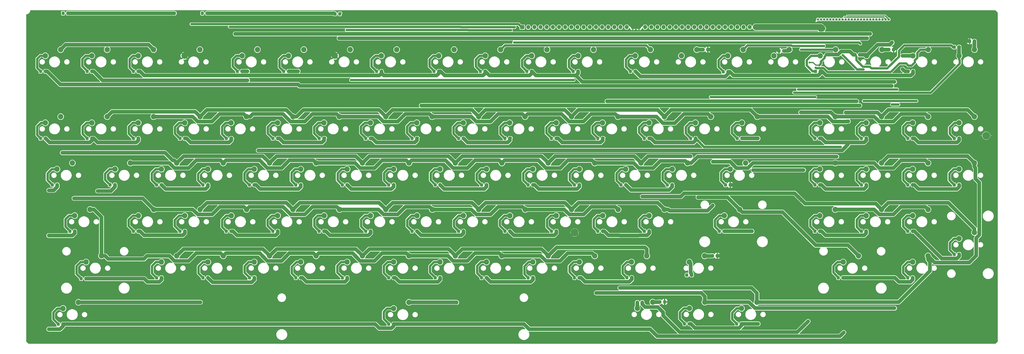
<source format=gbr>
G04 #@! TF.GenerationSoftware,KiCad,Pcbnew,8.0.5*
G04 #@! TF.CreationDate,2025-02-16T01:19:10-05:00*
G04 #@! TF.ProjectId,C128A - BASE,43313238-4120-42d2-9042-4153452e6b69,rev?*
G04 #@! TF.SameCoordinates,Original*
G04 #@! TF.FileFunction,Copper,L2,Bot*
G04 #@! TF.FilePolarity,Positive*
%FSLAX46Y46*%
G04 Gerber Fmt 4.6, Leading zero omitted, Abs format (unit mm)*
G04 Created by KiCad (PCBNEW 8.0.5) date 2025-02-16 01:19:10*
%MOMM*%
%LPD*%
G01*
G04 APERTURE LIST*
G04 Aperture macros list*
%AMRoundRect*
0 Rectangle with rounded corners*
0 $1 Rounding radius*
0 $2 $3 $4 $5 $6 $7 $8 $9 X,Y pos of 4 corners*
0 Add a 4 corners polygon primitive as box body*
4,1,4,$2,$3,$4,$5,$6,$7,$8,$9,$2,$3,0*
0 Add four circle primitives for the rounded corners*
1,1,$1+$1,$2,$3*
1,1,$1+$1,$4,$5*
1,1,$1+$1,$6,$7*
1,1,$1+$1,$8,$9*
0 Add four rect primitives between the rounded corners*
20,1,$1+$1,$2,$3,$4,$5,0*
20,1,$1+$1,$4,$5,$6,$7,0*
20,1,$1+$1,$6,$7,$8,$9,0*
20,1,$1+$1,$8,$9,$2,$3,0*%
G04 Aperture macros list end*
G04 #@! TA.AperFunction,ComponentPad*
%ADD10O,1.000000X1.000000*%
G04 #@! TD*
G04 #@! TA.AperFunction,ComponentPad*
%ADD11R,1.000000X1.000000*%
G04 #@! TD*
G04 #@! TA.AperFunction,ComponentPad*
%ADD12C,2.200000*%
G04 #@! TD*
G04 #@! TA.AperFunction,ComponentPad*
%ADD13O,1.700000X1.700000*%
G04 #@! TD*
G04 #@! TA.AperFunction,ComponentPad*
%ADD14R,1.700000X1.700000*%
G04 #@! TD*
G04 #@! TA.AperFunction,SMDPad,CuDef*
%ADD15RoundRect,0.250000X0.350000X0.450000X-0.350000X0.450000X-0.350000X-0.450000X0.350000X-0.450000X0*%
G04 #@! TD*
G04 #@! TA.AperFunction,SMDPad,CuDef*
%ADD16RoundRect,0.250000X-0.350000X-0.450000X0.350000X-0.450000X0.350000X0.450000X-0.350000X0.450000X0*%
G04 #@! TD*
G04 #@! TA.AperFunction,ViaPad*
%ADD17C,0.800000*%
G04 #@! TD*
G04 #@! TA.AperFunction,ViaPad*
%ADD18C,0.350000*%
G04 #@! TD*
G04 #@! TA.AperFunction,ViaPad*
%ADD19C,3.200000*%
G04 #@! TD*
G04 #@! TA.AperFunction,Conductor*
%ADD20C,0.920000*%
G04 #@! TD*
G04 #@! TA.AperFunction,Conductor*
%ADD21C,0.250000*%
G04 #@! TD*
G04 #@! TA.AperFunction,Conductor*
%ADD22C,0.400000*%
G04 #@! TD*
G04 #@! TA.AperFunction,Conductor*
%ADD23C,2.500000*%
G04 #@! TD*
G04 #@! TA.AperFunction,Conductor*
%ADD24C,1.500000*%
G04 #@! TD*
G04 #@! TA.AperFunction,Conductor*
%ADD25C,1.000000*%
G04 #@! TD*
G04 #@! TA.AperFunction,Conductor*
%ADD26C,0.534000*%
G04 #@! TD*
G04 APERTURE END LIST*
D10*
X419735000Y-207010000D03*
X418465000Y-207010000D03*
X417195000Y-207010000D03*
X415925000Y-207010000D03*
X414655000Y-207010000D03*
X413385000Y-207010000D03*
X412115000Y-207010000D03*
X410845000Y-207010000D03*
X409575000Y-207010000D03*
X408305000Y-207010000D03*
X407035000Y-207010000D03*
X405765000Y-207010000D03*
X404495000Y-207010000D03*
X403225000Y-207010000D03*
X401955000Y-207010000D03*
X400685000Y-207010000D03*
X399415000Y-207010000D03*
X398145000Y-207010000D03*
X396875000Y-207010000D03*
X395605000Y-207010000D03*
X394335000Y-207010000D03*
X393065000Y-207010000D03*
X391795000Y-207010000D03*
X390525000Y-207010000D03*
D11*
X389255000Y-207010000D03*
D12*
X360616500Y-266319000D03*
X354266500Y-268859000D03*
X397827500Y-219465000D03*
X391477500Y-222005000D03*
X321373500Y-219465000D03*
X315023500Y-222005000D03*
X365302800Y-323786500D03*
X358952800Y-326326500D03*
X365442500Y-247142000D03*
X359092500Y-249682000D03*
X346265500Y-247142000D03*
X339915500Y-249682000D03*
X336677000Y-266319000D03*
X330327000Y-268859000D03*
X298323000Y-304673000D03*
X291973000Y-307213000D03*
X307975000Y-285496000D03*
X301625000Y-288036000D03*
X317500000Y-266319000D03*
X311150000Y-268859000D03*
X327088500Y-247142000D03*
X320738500Y-249682000D03*
X307911500Y-247142000D03*
X301561500Y-249682000D03*
X298323000Y-266319000D03*
X291973000Y-268859000D03*
X288798000Y-285496000D03*
X282448000Y-288036000D03*
X279146000Y-304673000D03*
X272796000Y-307213000D03*
X259969000Y-304673000D03*
X253619000Y-307213000D03*
X269621000Y-285496000D03*
X263271000Y-288036000D03*
X279146000Y-266319000D03*
X272796000Y-268859000D03*
X288734500Y-247142000D03*
X282384500Y-249682000D03*
X269557500Y-247142000D03*
X263207500Y-249682000D03*
X240792000Y-304673000D03*
X234442000Y-307213000D03*
X231267000Y-285496000D03*
X224917000Y-288036000D03*
X240792000Y-266319000D03*
X234442000Y-268859000D03*
X250380500Y-247142000D03*
X244030500Y-249682000D03*
X231203500Y-247142000D03*
X224853500Y-249682000D03*
X221615000Y-266319000D03*
X215265000Y-268859000D03*
X212090000Y-285496000D03*
X205740000Y-288036000D03*
X202438000Y-304673000D03*
X196088000Y-307213000D03*
X183261000Y-304673000D03*
X176911000Y-307213000D03*
X192913000Y-285496000D03*
X186563000Y-288036000D03*
X202438000Y-266319000D03*
X196088000Y-268859000D03*
X212026500Y-247142000D03*
X205676500Y-249682000D03*
X192849500Y-247142000D03*
X186499500Y-249682000D03*
X183261000Y-266319000D03*
X176911000Y-268859000D03*
X173736000Y-285496000D03*
X167386000Y-288036000D03*
X164084000Y-304673000D03*
X157734000Y-307213000D03*
X144907000Y-304673000D03*
X138557000Y-307213000D03*
X154559000Y-285496000D03*
X148209000Y-288036000D03*
X164084000Y-266319000D03*
X157734000Y-268859000D03*
X173672500Y-247142000D03*
X167322500Y-249682000D03*
X154495500Y-247142000D03*
X148145500Y-249682000D03*
X144907000Y-266319000D03*
X138557000Y-268859000D03*
X135382000Y-285496000D03*
X129032000Y-288036000D03*
X125730000Y-304673000D03*
X119380000Y-307213000D03*
X116205000Y-285496000D03*
X109855000Y-288036000D03*
X125730000Y-266319000D03*
X119380000Y-268859000D03*
X135318500Y-247142000D03*
X128968500Y-249682000D03*
X116141500Y-247142000D03*
X109791500Y-249682000D03*
X106553000Y-266319000D03*
X100203000Y-268859000D03*
X221615000Y-323850000D03*
X215265000Y-326390000D03*
X82613500Y-266319000D03*
X76263500Y-268859000D03*
X77787500Y-247142000D03*
X71437500Y-249682000D03*
X96964500Y-247142000D03*
X90614500Y-249682000D03*
X96964500Y-219465000D03*
X90614500Y-222005000D03*
X397619500Y-247142000D03*
X391269500Y-249682000D03*
X397619500Y-266319000D03*
X391269500Y-268859000D03*
X416796500Y-285496000D03*
X410446500Y-288036000D03*
X397619500Y-285496000D03*
X391269500Y-288036000D03*
X416796500Y-266319000D03*
X410446500Y-268859000D03*
X416796500Y-247142000D03*
X410446500Y-249682000D03*
X159016700Y-219465000D03*
X152666700Y-222005000D03*
X178193700Y-219465000D03*
X171843700Y-222005000D03*
X435973500Y-247142000D03*
X429623500Y-249682000D03*
X435973500Y-266319000D03*
X429623500Y-268859000D03*
X455150500Y-295021000D03*
X448800500Y-297561000D03*
X435973500Y-285496000D03*
X429623500Y-288036000D03*
X455150500Y-266319000D03*
X448800500Y-268859000D03*
X455150500Y-247142000D03*
X448800500Y-249682000D03*
X77787500Y-219465000D03*
X71437500Y-222005000D03*
X216547700Y-219465000D03*
X210197700Y-222005000D03*
X435973500Y-304673000D03*
X429623500Y-307213000D03*
X116141500Y-219465000D03*
X109791500Y-222005000D03*
X221615000Y-304673000D03*
X215265000Y-307213000D03*
X407271500Y-304673000D03*
X400921500Y-307213000D03*
X327152000Y-285496000D03*
X320802000Y-288036000D03*
X250444000Y-285496000D03*
X244094000Y-288036000D03*
X259969000Y-266319000D03*
X253619000Y-268859000D03*
X259443500Y-219465000D03*
X253093500Y-222005000D03*
X278638000Y-219456000D03*
X272288000Y-221996000D03*
X240266500Y-219465000D03*
X233916500Y-222005000D03*
X297797500Y-219465000D03*
X291447500Y-222005000D03*
X436054500Y-219465000D03*
X429704500Y-222005000D03*
X448818000Y-221996000D03*
X455168000Y-219456000D03*
X410591000Y-221996000D03*
X416941000Y-219456000D03*
X372364000Y-222008700D03*
X378714000Y-219468700D03*
X343763600Y-323786500D03*
X337413600Y-326326500D03*
X337375500Y-307213000D03*
X343725500Y-304673000D03*
X315899800Y-326326500D03*
X322249800Y-323786500D03*
X358203500Y-285496000D03*
X351853500Y-288036000D03*
X319862200Y-304673000D03*
X313512200Y-307213000D03*
X128905000Y-221996000D03*
X135255000Y-219456000D03*
X94615000Y-304673000D03*
X88265000Y-307213000D03*
X85090000Y-323850000D03*
X78740000Y-326390000D03*
X89916000Y-285496000D03*
X83566000Y-288036000D03*
X359638600Y-219465000D03*
X353288600Y-222005000D03*
X334124300Y-222008700D03*
X340474300Y-219468700D03*
X191008000Y-221996000D03*
X197358000Y-219456000D03*
D13*
X367411000Y-210185000D03*
X364871000Y-210185000D03*
X362331000Y-210185000D03*
X359791000Y-210185000D03*
X357251000Y-210185000D03*
X354711000Y-210185000D03*
X352171000Y-210185000D03*
X349631000Y-210185000D03*
X347091000Y-210185000D03*
X344551000Y-210185000D03*
X342011000Y-210185000D03*
X339471000Y-210185000D03*
X336931000Y-210185000D03*
X334391000Y-210185000D03*
X331851000Y-210185000D03*
X329311000Y-210185000D03*
X326771000Y-210185000D03*
X324231000Y-210185000D03*
X321691000Y-210185000D03*
X319151000Y-210185000D03*
X316611000Y-210185000D03*
X314071000Y-210185000D03*
X311531000Y-210185000D03*
X308991000Y-210185000D03*
X306451000Y-210185000D03*
X303911000Y-210185000D03*
X301371000Y-210185000D03*
X298831000Y-210185000D03*
X296291000Y-210185000D03*
X293751000Y-210185000D03*
X291211000Y-210185000D03*
X288671000Y-210185000D03*
X286131000Y-210185000D03*
X283591000Y-210185000D03*
X281051000Y-210185000D03*
X278511000Y-210185000D03*
X275971000Y-210185000D03*
X273431000Y-210185000D03*
X270891000Y-210185000D03*
D14*
X268351000Y-210185000D03*
D15*
X357140000Y-256159000D03*
X359140000Y-256159000D03*
X349837500Y-294513000D03*
X351837500Y-294513000D03*
X356949500Y-332740000D03*
X358949500Y-332740000D03*
X313071000Y-228473000D03*
X315071000Y-228473000D03*
X351399600Y-228600000D03*
X353399600Y-228600000D03*
X335423000Y-332740000D03*
X337423000Y-332740000D03*
X352314000Y-275336000D03*
X354314000Y-275336000D03*
X127016000Y-256159000D03*
X129016000Y-256159000D03*
X117364000Y-275336000D03*
X119364000Y-275336000D03*
X107839000Y-294513000D03*
X109839000Y-294513000D03*
X146193000Y-256159000D03*
X148193000Y-256159000D03*
X117364000Y-313690000D03*
X119364000Y-313690000D03*
X127016000Y-294513000D03*
X129016000Y-294513000D03*
X136541000Y-275336000D03*
X138541000Y-275336000D03*
X165370000Y-256159000D03*
X167370000Y-256159000D03*
X155718000Y-275336000D03*
X157718000Y-275336000D03*
X146193000Y-294513000D03*
X148193000Y-294513000D03*
X184547000Y-256159000D03*
X186547000Y-256159000D03*
X155718000Y-313690000D03*
X157718000Y-313690000D03*
X165370000Y-294513000D03*
X167370000Y-294513000D03*
X174895000Y-275336000D03*
X176895000Y-275336000D03*
X136541000Y-313690000D03*
X138541000Y-313690000D03*
X203724000Y-256159000D03*
X205724000Y-256159000D03*
X194072000Y-275336000D03*
X196072000Y-275336000D03*
X184547000Y-294513000D03*
X186547000Y-294513000D03*
X222901000Y-256159000D03*
X224901000Y-256159000D03*
X194072000Y-313690000D03*
X196072000Y-313690000D03*
X203724000Y-294513000D03*
X205724000Y-294513000D03*
X213249000Y-275336000D03*
X215249000Y-275336000D03*
X174895000Y-313690000D03*
X176895000Y-313690000D03*
X242078000Y-256159000D03*
X244078000Y-256159000D03*
X232426000Y-275336000D03*
X234426000Y-275336000D03*
X222901000Y-294513000D03*
X224901000Y-294513000D03*
X261255000Y-256159000D03*
X263255000Y-256159000D03*
X232426000Y-313690000D03*
X234426000Y-313690000D03*
X242078000Y-294513000D03*
X244078000Y-294513000D03*
X251603000Y-275336000D03*
X253603000Y-275336000D03*
X213249000Y-313690000D03*
X215249000Y-313690000D03*
X280432000Y-256159000D03*
X282432000Y-256159000D03*
X270780000Y-275336000D03*
X272780000Y-275336000D03*
X261255000Y-294513000D03*
X263255000Y-294513000D03*
X299609000Y-256159000D03*
X301609000Y-256159000D03*
X270780000Y-313690000D03*
X272780000Y-313690000D03*
X280432000Y-294513000D03*
X282432000Y-294513000D03*
X289957000Y-275336000D03*
X291957000Y-275336000D03*
X251603000Y-313690000D03*
X253603000Y-313690000D03*
X318786000Y-256159000D03*
X320786000Y-256159000D03*
X309134000Y-275336000D03*
X311134000Y-275336000D03*
X299609000Y-294513000D03*
X301609000Y-294513000D03*
X337963000Y-256159000D03*
X339963000Y-256159000D03*
X311610500Y-313626500D03*
X313610500Y-313626500D03*
X318786000Y-294513000D03*
X320786000Y-294513000D03*
X328311000Y-275336000D03*
X330311000Y-275336000D03*
X289957000Y-313690000D03*
X291957000Y-313690000D03*
X88662000Y-256159000D03*
X90662000Y-256159000D03*
X69485000Y-256159000D03*
X71485000Y-256159000D03*
X74311000Y-275336000D03*
X76311000Y-275336000D03*
X107839000Y-256159000D03*
X109839000Y-256159000D03*
X213249000Y-332867000D03*
X215249000Y-332867000D03*
X76724000Y-332867000D03*
X78724000Y-332867000D03*
X98187000Y-275336000D03*
X100187000Y-275336000D03*
X81550000Y-294513000D03*
X83550000Y-294513000D03*
X150714200Y-228473000D03*
X152714200Y-228473000D03*
X408448000Y-256159000D03*
X410448000Y-256159000D03*
X408448000Y-275336000D03*
X410448000Y-275336000D03*
X88662000Y-228473000D03*
X90662000Y-228473000D03*
X408439000Y-294513000D03*
X410439000Y-294513000D03*
X389271000Y-275336000D03*
X391271000Y-275336000D03*
X389271000Y-256159000D03*
X391271000Y-256159000D03*
X389271000Y-294513000D03*
X391271000Y-294513000D03*
X69485000Y-228473000D03*
X71485000Y-228473000D03*
X446802000Y-256159000D03*
X448802000Y-256159000D03*
X446802000Y-275336000D03*
X448802000Y-275336000D03*
X169891200Y-228473000D03*
X171891200Y-228473000D03*
X446802000Y-304038000D03*
X448802000Y-304038000D03*
X427625000Y-275336000D03*
X429625000Y-275336000D03*
X427625000Y-256159000D03*
X429625000Y-256159000D03*
X427625000Y-294513000D03*
X429625000Y-294513000D03*
X107839000Y-228473000D03*
X109839000Y-228473000D03*
X398923000Y-313690000D03*
X400923000Y-313690000D03*
X427625000Y-313690000D03*
X429625000Y-313690000D03*
X231918000Y-228473000D03*
X233918000Y-228473000D03*
X251095000Y-228473000D03*
X253095000Y-228473000D03*
X270272000Y-228473000D03*
X272272000Y-228473000D03*
X289449000Y-228473000D03*
X291449000Y-228473000D03*
X208245200Y-228473000D03*
X210245200Y-228473000D03*
X389525000Y-228473000D03*
X391525000Y-228473000D03*
X427752000Y-228473000D03*
X429752000Y-228473000D03*
X86249000Y-314071000D03*
X88249000Y-314071000D03*
X315928500Y-323913500D03*
X317928500Y-323913500D03*
D16*
X80756000Y-204470000D03*
X78756000Y-204470000D03*
X327199500Y-323659500D03*
X325199500Y-323659500D03*
X348916500Y-304609500D03*
X346916500Y-304609500D03*
X338375500Y-312610500D03*
X336375500Y-312610500D03*
X345043000Y-219456000D03*
X343043000Y-219456000D03*
D15*
X374412000Y-219964000D03*
X376412000Y-219964000D03*
D16*
X421751000Y-219456000D03*
X419751000Y-219456000D03*
X455152000Y-216027000D03*
X453152000Y-216027000D03*
X407781000Y-221615000D03*
X405781000Y-221615000D03*
X448802000Y-218440000D03*
X446802000Y-218440000D03*
X193024000Y-204724000D03*
X191024000Y-204724000D03*
D15*
X136287000Y-204470000D03*
X138287000Y-204470000D03*
D17*
X425450000Y-227540000D03*
X425450000Y-222040000D03*
X387040000Y-224790000D03*
D18*
X401320000Y-205994000D03*
D19*
X335000000Y-205000000D03*
X380000000Y-275000000D03*
X120000000Y-337500000D03*
D17*
X419354000Y-266446000D03*
D19*
X170000000Y-240000000D03*
D17*
X197612000Y-264922000D03*
X232791000Y-245745000D03*
X144399000Y-216154000D03*
X196596000Y-245745000D03*
X131953000Y-212598000D03*
D19*
X200000000Y-205000000D03*
D17*
X217170000Y-284861000D03*
D19*
X220000000Y-337500000D03*
X410000000Y-335000000D03*
D17*
X129794000Y-304419000D03*
D19*
X290000000Y-295000000D03*
D17*
X354520500Y-321183000D03*
X187833000Y-232410000D03*
X292862000Y-284988000D03*
X75311000Y-236855000D03*
D19*
X380000000Y-315000000D03*
D17*
X373761000Y-207010000D03*
D19*
X70000000Y-290000000D03*
D17*
X169291000Y-231902000D03*
D19*
X380000000Y-295000000D03*
D17*
X351790000Y-304673000D03*
X73730000Y-204820000D03*
X292481000Y-246761000D03*
X435991000Y-235585000D03*
D19*
X120000000Y-240000000D03*
X460000000Y-210000000D03*
D17*
X70890000Y-207180000D03*
X224028000Y-303276000D03*
X143637000Y-216154000D03*
X145161000Y-207010000D03*
X326898000Y-244094000D03*
X73530000Y-206270000D03*
X336232500Y-334645000D03*
X283083000Y-284099000D03*
X262255000Y-303276000D03*
X214884000Y-247142000D03*
X428244000Y-219456000D03*
X300736000Y-264922000D03*
D19*
X70000000Y-240000000D03*
D17*
X272161000Y-284099000D03*
D19*
X335000000Y-295000000D03*
D17*
X205613000Y-266319000D03*
X243713000Y-266319000D03*
X356362000Y-207010000D03*
X371094000Y-304673000D03*
X420116000Y-204343000D03*
X185928000Y-264922000D03*
X311404000Y-264922000D03*
X371983000Y-236855000D03*
X139573000Y-285242000D03*
X206248000Y-304419000D03*
X250317000Y-244221000D03*
X160909000Y-231902000D03*
X319786000Y-266319000D03*
X129159000Y-265938000D03*
X396875000Y-227330000D03*
X168148000Y-304165000D03*
X144399000Y-207010000D03*
X167132000Y-266192000D03*
X246507000Y-245745000D03*
X179578000Y-232156000D03*
X452628000Y-216027000D03*
X177546000Y-285242000D03*
D19*
X70000000Y-210000000D03*
D17*
X234061000Y-303276000D03*
X139192000Y-246634000D03*
X424561000Y-204343000D03*
X408305000Y-204343000D03*
X419227000Y-285369000D03*
X72030000Y-205990000D03*
X143637000Y-207010000D03*
X419100000Y-238887000D03*
X76200000Y-236855000D03*
X367030000Y-275336000D03*
X244856000Y-304546000D03*
X208026000Y-245745000D03*
X157480000Y-207010000D03*
X254508000Y-246634000D03*
D19*
X220000000Y-240000000D03*
D17*
X373888000Y-219964000D03*
X412623000Y-204343000D03*
X77089000Y-236855000D03*
X400177000Y-238760000D03*
X288798000Y-244348000D03*
X345567000Y-219456000D03*
D19*
X460000000Y-255000000D03*
D17*
X254508000Y-284988000D03*
X331216000Y-247142000D03*
D19*
X70000000Y-335000000D03*
X320000000Y-337500000D03*
D17*
X282321000Y-266192000D03*
X72180000Y-207610000D03*
X244221000Y-284099000D03*
X178308000Y-246761000D03*
X414020000Y-239014000D03*
X419735000Y-246951500D03*
D19*
X460000000Y-335000000D03*
D17*
X145161000Y-216154000D03*
D19*
X270000000Y-240000000D03*
D17*
X444373000Y-227457000D03*
D19*
X380000000Y-255000000D03*
D17*
X419481000Y-313690000D03*
X422148000Y-232791000D03*
X441706000Y-305625500D03*
X441714684Y-276995684D03*
X431038000Y-256667000D03*
X421005000Y-234442000D03*
X175831500Y-233870500D03*
X441720490Y-257859010D03*
X423672000Y-242189000D03*
X175831500Y-228409500D03*
X421031001Y-242162999D03*
X154940000Y-228409500D03*
X403366490Y-277036010D03*
X403352000Y-296227500D03*
X154940000Y-232156000D03*
X410845000Y-256159000D03*
X403239490Y-257859010D03*
X159385000Y-261112000D03*
X149860000Y-212852000D03*
X121094500Y-296164000D03*
X112239010Y-296213010D03*
X121089010Y-277036010D03*
X131416010Y-257859010D03*
X148737020Y-256159000D03*
X131318000Y-276987000D03*
X412115000Y-212979000D03*
X112268000Y-314007500D03*
X281051000Y-212979000D03*
X78613000Y-204343000D03*
X193421000Y-204343000D03*
X136017000Y-204216000D03*
X363728000Y-269240000D03*
X384556000Y-269240000D03*
X124714000Y-204470000D03*
X138811000Y-204470000D03*
X446278000Y-218440000D03*
X392557000Y-210185000D03*
X392303000Y-211278990D03*
X336042000Y-312610500D03*
X386461000Y-331724000D03*
X318135000Y-323913500D03*
X391336010Y-211278990D03*
X190500000Y-204470000D03*
X242443000Y-247078500D03*
X389509000Y-239014000D03*
X389509000Y-226949000D03*
X346202000Y-239014000D03*
X391541000Y-219456000D03*
X383413000Y-219456000D03*
X398272000Y-263652000D03*
X383413000Y-245364000D03*
X135486999Y-323850000D03*
X347091000Y-283845000D03*
X279654000Y-282702000D03*
X347091000Y-265811000D03*
X393065000Y-217932000D03*
X388493000Y-283083000D03*
X317690500Y-301180500D03*
X318008000Y-280162000D03*
X241300000Y-323913500D03*
X422148000Y-326263000D03*
X212788500Y-303593500D03*
X298958000Y-319976500D03*
X422148000Y-286956500D03*
X308737000Y-317881000D03*
X400685000Y-221678500D03*
X83312000Y-280924000D03*
X431292000Y-240665000D03*
X432187009Y-263518991D03*
X409321000Y-240665000D03*
X409321000Y-227584000D03*
X337947000Y-263525000D03*
X78422500Y-262064500D03*
X341017001Y-280501501D03*
X401955000Y-245427500D03*
X403075010Y-249069990D03*
X365823500Y-332740000D03*
X341185500Y-230568500D03*
X363283500Y-294513000D03*
X365760000Y-256159000D03*
X364871000Y-230124000D03*
X404195020Y-230124000D03*
X323215000Y-277495000D03*
X399923000Y-259651500D03*
X340491500Y-256662500D03*
X313245500Y-296227500D03*
X313281750Y-277458750D03*
X303999000Y-296203000D03*
X304038000Y-315404500D03*
X323229490Y-257859010D03*
X275180010Y-277036010D03*
X264922000Y-315341000D03*
X275145500Y-296164000D03*
X303403000Y-240792000D03*
X264926500Y-296159500D03*
X302069500Y-255905000D03*
X284875490Y-257859010D03*
X284924500Y-276987000D03*
X406527000Y-240792000D03*
X263807980Y-255905000D03*
X408051000Y-217043000D03*
X226631500Y-315341000D03*
X264967501Y-216489499D03*
X236424990Y-277036010D03*
X245949990Y-257859010D03*
X236410500Y-296164000D03*
X226626010Y-296213010D03*
X245935500Y-277050500D03*
X226695000Y-242570000D03*
X208167490Y-257859010D03*
X208153000Y-277050500D03*
X197816990Y-277036010D03*
X188947010Y-296213010D03*
X407797000Y-242570000D03*
X188947010Y-315306490D03*
X225361500Y-255905000D03*
X197802500Y-296227500D03*
X187091020Y-255905000D03*
X150593010Y-296213010D03*
X150622000Y-315531500D03*
X160147000Y-296164000D03*
X169813490Y-277036010D03*
X192768001Y-214774999D03*
X410827001Y-214774999D03*
X169770010Y-257859010D03*
X160161490Y-277036010D03*
X72834500Y-334962500D03*
X93027500Y-277876000D03*
X72834500Y-296291000D03*
X73229990Y-257859010D03*
X93020250Y-257817250D03*
X401193000Y-336296000D03*
X72898000Y-277622000D03*
D18*
X402590000Y-205486000D03*
D17*
X315903500Y-323913500D03*
X423271021Y-235858979D03*
X421132000Y-216535000D03*
X382207980Y-235901020D03*
X380619000Y-237236000D03*
X197612000Y-232029000D03*
X289687000Y-232029000D03*
X265303000Y-210185000D03*
X147574000Y-210058000D03*
X131699000Y-208915000D03*
X263779000Y-211455000D03*
X195834000Y-211328000D03*
D20*
X68020000Y-251260000D02*
X69598000Y-249682000D01*
X69598000Y-249682000D02*
X71437500Y-249682000D01*
X68020000Y-254694000D02*
X68020000Y-251260000D01*
X69485000Y-256159000D02*
X68020000Y-254694000D01*
X211160000Y-327740000D02*
X212510000Y-326390000D01*
X211160000Y-330660000D02*
X211160000Y-327740000D01*
X212510000Y-326390000D02*
X215265000Y-326390000D01*
X213249000Y-332867000D02*
X213249000Y-332749000D01*
X213249000Y-332749000D02*
X211160000Y-330660000D01*
X76360000Y-326390000D02*
X78740000Y-326390000D01*
X74730000Y-328020000D02*
X76360000Y-326390000D01*
X74730000Y-330820000D02*
X74730000Y-328020000D01*
X76724000Y-332814000D02*
X74730000Y-330820000D01*
X76724000Y-332867000D02*
X76724000Y-332814000D01*
X134700000Y-309020000D02*
X136507000Y-307213000D01*
X136541000Y-313681000D02*
X134700000Y-311840000D01*
X134700000Y-311840000D02*
X134700000Y-309020000D01*
X136541000Y-313690000D02*
X136541000Y-313681000D01*
X136507000Y-307213000D02*
X138557000Y-307213000D01*
X117027000Y-307213000D02*
X119380000Y-307213000D01*
X115480000Y-311840000D02*
X115480000Y-308760000D01*
X117330000Y-313690000D02*
X115480000Y-311840000D01*
X115480000Y-308760000D02*
X117027000Y-307213000D01*
X117364000Y-313690000D02*
X117330000Y-313690000D01*
X84270000Y-308920000D02*
X85977000Y-307213000D01*
X85977000Y-307213000D02*
X88265000Y-307213000D01*
X86249000Y-314019000D02*
X84270000Y-312040000D01*
X86249000Y-314071000D02*
X86249000Y-314019000D01*
X84270000Y-312040000D02*
X84270000Y-308920000D01*
X81214000Y-288036000D02*
X83566000Y-288036000D01*
X79720000Y-292520000D02*
X79720000Y-289530000D01*
X81550000Y-294350000D02*
X79720000Y-292520000D01*
X79720000Y-289530000D02*
X81214000Y-288036000D01*
X81550000Y-294513000D02*
X81550000Y-294350000D01*
X107504000Y-288036000D02*
X109855000Y-288036000D01*
X105810000Y-292290000D02*
X105810000Y-289730000D01*
X107839000Y-294319000D02*
X105810000Y-292290000D01*
X105810000Y-289730000D02*
X107504000Y-288036000D01*
X107839000Y-294513000D02*
X107839000Y-294319000D01*
X126614000Y-288036000D02*
X129032000Y-288036000D01*
X124820000Y-292290000D02*
X124820000Y-289830000D01*
X127016000Y-294486000D02*
X124820000Y-292290000D01*
X127016000Y-294513000D02*
X127016000Y-294486000D01*
X124820000Y-289830000D02*
X126614000Y-288036000D01*
X146134000Y-288036000D02*
X148209000Y-288036000D01*
X144420000Y-289750000D02*
X146134000Y-288036000D01*
X146193000Y-294453000D02*
X144420000Y-292680000D01*
X144420000Y-292680000D02*
X144420000Y-289750000D01*
X146193000Y-294513000D02*
X146193000Y-294453000D01*
X164944000Y-288036000D02*
X167386000Y-288036000D01*
X163200000Y-292190000D02*
X163200000Y-289780000D01*
X165370000Y-294360000D02*
X163200000Y-292190000D01*
X163200000Y-289780000D02*
X164944000Y-288036000D01*
X165370000Y-294513000D02*
X165370000Y-294360000D01*
X183834000Y-288036000D02*
X186563000Y-288036000D01*
X182460000Y-292370000D02*
X182460000Y-289410000D01*
X184547000Y-294457000D02*
X182460000Y-292370000D01*
X184547000Y-294513000D02*
X184547000Y-294457000D01*
X182460000Y-289410000D02*
X183834000Y-288036000D01*
X203424000Y-288036000D02*
X205740000Y-288036000D01*
X201810000Y-292570000D02*
X201810000Y-289650000D01*
X203724000Y-294484000D02*
X201810000Y-292570000D01*
X203724000Y-294513000D02*
X203724000Y-294484000D01*
X201810000Y-289650000D02*
X203424000Y-288036000D01*
X220840000Y-289790000D02*
X222594000Y-288036000D01*
X220840000Y-292380000D02*
X220840000Y-289790000D01*
X222901000Y-294441000D02*
X220840000Y-292380000D01*
X222901000Y-294513000D02*
X222901000Y-294441000D01*
X222594000Y-288036000D02*
X224917000Y-288036000D01*
X242074000Y-288036000D02*
X244094000Y-288036000D01*
X240150000Y-289960000D02*
X242074000Y-288036000D01*
X240150000Y-292510000D02*
X240150000Y-289960000D01*
X242078000Y-294438000D02*
X240150000Y-292510000D01*
X242078000Y-294513000D02*
X242078000Y-294438000D01*
X231987000Y-307213000D02*
X234442000Y-307213000D01*
X230290000Y-308910000D02*
X231987000Y-307213000D01*
X230290000Y-311520000D02*
X230290000Y-308910000D01*
X232426000Y-313656000D02*
X230290000Y-311520000D01*
X232426000Y-313690000D02*
X232426000Y-313656000D01*
X211230000Y-308740000D02*
X212757000Y-307213000D01*
X211230000Y-311660000D02*
X211230000Y-308740000D01*
X213249000Y-313679000D02*
X211230000Y-311660000D01*
X212757000Y-307213000D02*
X215265000Y-307213000D01*
X213249000Y-313690000D02*
X213249000Y-313679000D01*
X193517000Y-307213000D02*
X196088000Y-307213000D01*
X191940000Y-311470000D02*
X191940000Y-308790000D01*
X191940000Y-308790000D02*
X193517000Y-307213000D01*
X194072000Y-313602000D02*
X191940000Y-311470000D01*
X194072000Y-313690000D02*
X194072000Y-313602000D01*
X175097000Y-307213000D02*
X176911000Y-307213000D01*
X173200000Y-311880000D02*
X173200000Y-309110000D01*
X174895000Y-313575000D02*
X173200000Y-311880000D01*
X173200000Y-309110000D02*
X175097000Y-307213000D01*
X174895000Y-313690000D02*
X174895000Y-313575000D01*
X153690000Y-308860000D02*
X155337000Y-307213000D01*
X153690000Y-311590000D02*
X153690000Y-308860000D01*
X155337000Y-307213000D02*
X157734000Y-307213000D01*
X155718000Y-313618000D02*
X153690000Y-311590000D01*
X155718000Y-313690000D02*
X155718000Y-313618000D01*
X249690000Y-308830000D02*
X251307000Y-307213000D01*
X249690000Y-311780000D02*
X249690000Y-308830000D01*
X251307000Y-307213000D02*
X253619000Y-307213000D01*
X251600000Y-313690000D02*
X249690000Y-311780000D01*
X251603000Y-313690000D02*
X251600000Y-313690000D01*
X270997000Y-307213000D02*
X272796000Y-307213000D01*
X269260000Y-308950000D02*
X270997000Y-307213000D01*
X269260000Y-312170000D02*
X269260000Y-308950000D01*
X270780000Y-313690000D02*
X269260000Y-312170000D01*
X259130000Y-289890000D02*
X260984000Y-288036000D01*
X260984000Y-288036000D02*
X263271000Y-288036000D01*
X259130000Y-292180000D02*
X259130000Y-289890000D01*
X261255000Y-294305000D02*
X259130000Y-292180000D01*
X261255000Y-294513000D02*
X261255000Y-294305000D01*
X280134000Y-288036000D02*
X282448000Y-288036000D01*
X278600000Y-289570000D02*
X280134000Y-288036000D01*
X278600000Y-292660000D02*
X278600000Y-289570000D01*
X280432000Y-294492000D02*
X278600000Y-292660000D01*
X280432000Y-294513000D02*
X280432000Y-294492000D01*
X299454000Y-288036000D02*
X301625000Y-288036000D01*
X297930000Y-289560000D02*
X299454000Y-288036000D01*
X297930000Y-292760000D02*
X297930000Y-289560000D01*
X299609000Y-294439000D02*
X297930000Y-292760000D01*
X299609000Y-294513000D02*
X299609000Y-294439000D01*
X318504000Y-288036000D02*
X320802000Y-288036000D01*
X316770000Y-289770000D02*
X318504000Y-288036000D01*
X316770000Y-292550000D02*
X316770000Y-289770000D01*
X318786000Y-294513000D02*
X318733000Y-294513000D01*
X318733000Y-294513000D02*
X316770000Y-292550000D01*
X289557000Y-307213000D02*
X291973000Y-307213000D01*
X287880000Y-311320000D02*
X287880000Y-308890000D01*
X289957000Y-313397000D02*
X287880000Y-311320000D01*
X289957000Y-313690000D02*
X289957000Y-313397000D01*
X287880000Y-308890000D02*
X289557000Y-307213000D01*
X309840000Y-311940000D02*
X309840000Y-308880000D01*
X309840000Y-308880000D02*
X311507000Y-307213000D01*
X311526500Y-313626500D02*
X309840000Y-311940000D01*
X311507000Y-307213000D02*
X313512200Y-307213000D01*
X311610500Y-313626500D02*
X311526500Y-313626500D01*
X335073500Y-326326500D02*
X337413600Y-326326500D01*
X333460000Y-327940000D02*
X335073500Y-326326500D01*
X333460000Y-330610000D02*
X333460000Y-327940000D01*
X335423000Y-332573000D02*
X333460000Y-330610000D01*
X335423000Y-332740000D02*
X335423000Y-332573000D01*
X356913500Y-326326500D02*
X358952800Y-326326500D01*
X355070000Y-330780000D02*
X355070000Y-328170000D01*
X356949500Y-332659500D02*
X355070000Y-330780000D01*
X356949500Y-332740000D02*
X356949500Y-332659500D01*
X355070000Y-328170000D02*
X356913500Y-326326500D01*
X349754000Y-288036000D02*
X351853500Y-288036000D01*
X347920000Y-292510000D02*
X347920000Y-289870000D01*
X347920000Y-289870000D02*
X349754000Y-288036000D01*
X349837500Y-294427500D02*
X347920000Y-292510000D01*
X349837500Y-294513000D02*
X349837500Y-294427500D01*
X398517000Y-307213000D02*
X400921500Y-307213000D01*
X396870000Y-308860000D02*
X398517000Y-307213000D01*
X398923000Y-313583000D02*
X396870000Y-311530000D01*
X398923000Y-313690000D02*
X398923000Y-313583000D01*
X396870000Y-311530000D02*
X396870000Y-308860000D01*
X427537000Y-307213000D02*
X429623500Y-307213000D01*
X425680000Y-309070000D02*
X427537000Y-307213000D01*
X425680000Y-311640000D02*
X425680000Y-309070000D01*
X427625000Y-313585000D02*
X425680000Y-311640000D01*
X427625000Y-313690000D02*
X427625000Y-313585000D01*
X446619000Y-297561000D02*
X448800500Y-297561000D01*
X444970000Y-302206000D02*
X444970000Y-299210000D01*
X446802000Y-304038000D02*
X444970000Y-302206000D01*
X444970000Y-299210000D02*
X446619000Y-297561000D01*
X387350000Y-292380000D02*
X387350000Y-289770000D01*
X389084000Y-288036000D02*
X391269500Y-288036000D01*
X389271000Y-294301000D02*
X387350000Y-292380000D01*
X389271000Y-294513000D02*
X389271000Y-294301000D01*
X387350000Y-289770000D02*
X389084000Y-288036000D01*
X408084000Y-288036000D02*
X410446500Y-288036000D01*
X406500000Y-289620000D02*
X408084000Y-288036000D01*
X406500000Y-292750000D02*
X406500000Y-289620000D01*
X408263000Y-294513000D02*
X406500000Y-292750000D01*
X408439000Y-294513000D02*
X408263000Y-294513000D01*
X425630000Y-292500000D02*
X425630000Y-289680000D01*
X425630000Y-289680000D02*
X427274000Y-288036000D01*
X427274000Y-288036000D02*
X429623500Y-288036000D01*
X427625000Y-294495000D02*
X425630000Y-292500000D01*
X427625000Y-294513000D02*
X427625000Y-294495000D01*
X446491000Y-268859000D02*
X448800500Y-268859000D01*
X446756000Y-275336000D02*
X444770000Y-273350000D01*
X444770000Y-273350000D02*
X444770000Y-270580000D01*
X446802000Y-275336000D02*
X446756000Y-275336000D01*
X444770000Y-270580000D02*
X446491000Y-268859000D01*
X427171000Y-268859000D02*
X429623500Y-268859000D01*
X425770000Y-270260000D02*
X427171000Y-268859000D01*
X425770000Y-273400000D02*
X425770000Y-270260000D01*
X427625000Y-275255000D02*
X425770000Y-273400000D01*
X427625000Y-275336000D02*
X427625000Y-275255000D01*
X406450000Y-270580000D02*
X408171000Y-268859000D01*
X408171000Y-268859000D02*
X410446500Y-268859000D01*
X406450000Y-273400000D02*
X406450000Y-270580000D01*
X408448000Y-275336000D02*
X408386000Y-275336000D01*
X408386000Y-275336000D02*
X406450000Y-273400000D01*
X387410000Y-270330000D02*
X388881000Y-268859000D01*
X387410000Y-273370000D02*
X387410000Y-270330000D01*
X389271000Y-275231000D02*
X387410000Y-273370000D01*
X389271000Y-275336000D02*
X389271000Y-275231000D01*
X388881000Y-268859000D02*
X391269500Y-268859000D01*
X351911000Y-268859000D02*
X354266500Y-268859000D01*
X350490000Y-270280000D02*
X351911000Y-268859000D01*
X350490000Y-273512000D02*
X350490000Y-270280000D01*
X352314000Y-275336000D02*
X350490000Y-273512000D01*
X327731000Y-268859000D02*
X330327000Y-268859000D01*
X326360000Y-270230000D02*
X327731000Y-268859000D01*
X328311000Y-275301000D02*
X326360000Y-273350000D01*
X326360000Y-273350000D02*
X326360000Y-270230000D01*
X328311000Y-275336000D02*
X328311000Y-275301000D01*
X309021000Y-268859000D02*
X311150000Y-268859000D01*
X307300000Y-273480000D02*
X307300000Y-270580000D01*
X307300000Y-270580000D02*
X309021000Y-268859000D01*
X309134000Y-275314000D02*
X307300000Y-273480000D01*
X309134000Y-275336000D02*
X309134000Y-275314000D01*
X289711000Y-268859000D02*
X291973000Y-268859000D01*
X287960000Y-273320000D02*
X287960000Y-270610000D01*
X289957000Y-275336000D02*
X289957000Y-275317000D01*
X289957000Y-275317000D02*
X287960000Y-273320000D01*
X287960000Y-270610000D02*
X289711000Y-268859000D01*
X270351000Y-268859000D02*
X272796000Y-268859000D01*
X268810000Y-273370000D02*
X268810000Y-270400000D01*
X270776000Y-275336000D02*
X268810000Y-273370000D01*
X268810000Y-270400000D02*
X270351000Y-268859000D01*
X270780000Y-275336000D02*
X270776000Y-275336000D01*
X249540000Y-270690000D02*
X251371000Y-268859000D01*
X249540000Y-273380000D02*
X249540000Y-270690000D01*
X251496000Y-275336000D02*
X249540000Y-273380000D01*
X251603000Y-275336000D02*
X251496000Y-275336000D01*
X251371000Y-268859000D02*
X253619000Y-268859000D01*
X232081000Y-268859000D02*
X234442000Y-268859000D01*
X232426000Y-275236000D02*
X230560000Y-273370000D01*
X232426000Y-275336000D02*
X232426000Y-275236000D01*
X230560000Y-273370000D02*
X230560000Y-270380000D01*
X230560000Y-270380000D02*
X232081000Y-268859000D01*
X211300000Y-270410000D02*
X212851000Y-268859000D01*
X211300000Y-273380000D02*
X211300000Y-270410000D01*
X213249000Y-275329000D02*
X211300000Y-273380000D01*
X212851000Y-268859000D02*
X215265000Y-268859000D01*
X213249000Y-275336000D02*
X213249000Y-275329000D01*
X193781000Y-268859000D02*
X196088000Y-268859000D01*
X192110000Y-273360000D02*
X192110000Y-270530000D01*
X194072000Y-275336000D02*
X194072000Y-275322000D01*
X194072000Y-275322000D02*
X192110000Y-273360000D01*
X192110000Y-270530000D02*
X193781000Y-268859000D01*
X174441000Y-268859000D02*
X176911000Y-268859000D01*
X173070000Y-270230000D02*
X174441000Y-268859000D01*
X173070000Y-273570000D02*
X173070000Y-270230000D01*
X174836000Y-275336000D02*
X173070000Y-273570000D01*
X174895000Y-275336000D02*
X174836000Y-275336000D01*
X153620000Y-270420000D02*
X155181000Y-268859000D01*
X153620000Y-273330000D02*
X153620000Y-270420000D01*
X155626000Y-275336000D02*
X153620000Y-273330000D01*
X155718000Y-275336000D02*
X155626000Y-275336000D01*
X155181000Y-268859000D02*
X157734000Y-268859000D01*
X134530000Y-270770000D02*
X136441000Y-268859000D01*
X134530000Y-273420000D02*
X134530000Y-270770000D01*
X136446000Y-275336000D02*
X134530000Y-273420000D01*
X136441000Y-268859000D02*
X138557000Y-268859000D01*
X136541000Y-275336000D02*
X136446000Y-275336000D01*
X115330000Y-273340000D02*
X115330000Y-270470000D01*
X117326000Y-275336000D02*
X115330000Y-273340000D01*
X117364000Y-275336000D02*
X117326000Y-275336000D01*
X115330000Y-270470000D02*
X116941000Y-268859000D01*
X116941000Y-268859000D02*
X119380000Y-268859000D01*
X96090000Y-270690000D02*
X97921000Y-268859000D01*
X97921000Y-268859000D02*
X100203000Y-268859000D01*
X96090000Y-273270000D02*
X96090000Y-270690000D01*
X98156000Y-275336000D02*
X96090000Y-273270000D01*
X98187000Y-275336000D02*
X98156000Y-275336000D01*
X74051000Y-268859000D02*
X76263500Y-268859000D01*
X72320000Y-270590000D02*
X74051000Y-268859000D01*
X72320000Y-273320000D02*
X72320000Y-270590000D01*
X74311000Y-275311000D02*
X72320000Y-273320000D01*
X74311000Y-275336000D02*
X74311000Y-275311000D01*
X88398000Y-249682000D02*
X90614500Y-249682000D01*
X86790000Y-254230000D02*
X86790000Y-251290000D01*
X86790000Y-251290000D02*
X88398000Y-249682000D01*
X88662000Y-256159000D02*
X88662000Y-256102000D01*
X88662000Y-256102000D02*
X86790000Y-254230000D01*
X105860000Y-254210000D02*
X105860000Y-251300000D01*
X107809000Y-256159000D02*
X105860000Y-254210000D01*
X107839000Y-256159000D02*
X107809000Y-256159000D01*
X105860000Y-251300000D02*
X107478000Y-249682000D01*
X107478000Y-249682000D02*
X109791500Y-249682000D01*
X126678000Y-249682000D02*
X128968500Y-249682000D01*
X124950000Y-251410000D02*
X126678000Y-249682000D01*
X126929000Y-256159000D02*
X124950000Y-254180000D01*
X127016000Y-256159000D02*
X126929000Y-256159000D01*
X124950000Y-254180000D02*
X124950000Y-251410000D01*
X145878000Y-249682000D02*
X148145500Y-249682000D01*
X144370000Y-251190000D02*
X145878000Y-249682000D01*
X146193000Y-256143000D02*
X144370000Y-254320000D01*
X146193000Y-256159000D02*
X146193000Y-256143000D01*
X144370000Y-254320000D02*
X144370000Y-251190000D01*
X164968000Y-249682000D02*
X167322500Y-249682000D01*
X163290000Y-254110000D02*
X163290000Y-251360000D01*
X165339000Y-256159000D02*
X163290000Y-254110000D01*
X163290000Y-251360000D02*
X164968000Y-249682000D01*
X165370000Y-256159000D02*
X165339000Y-256159000D01*
X182400000Y-254000000D02*
X182400000Y-251420000D01*
X184138000Y-249682000D02*
X186499500Y-249682000D01*
X184547000Y-256147000D02*
X182400000Y-254000000D01*
X184547000Y-256159000D02*
X184547000Y-256147000D01*
X182400000Y-251420000D02*
X184138000Y-249682000D01*
X203288000Y-249682000D02*
X205676500Y-249682000D01*
X201740000Y-251230000D02*
X203288000Y-249682000D01*
X203724000Y-256004000D02*
X201740000Y-254020000D01*
X201740000Y-254020000D02*
X201740000Y-251230000D01*
X203724000Y-256159000D02*
X203724000Y-256004000D01*
X222288000Y-249682000D02*
X224853500Y-249682000D01*
X220750000Y-253890000D02*
X220750000Y-251220000D01*
X220750000Y-251220000D02*
X222288000Y-249682000D01*
X222901000Y-256041000D02*
X220750000Y-253890000D01*
X222901000Y-256159000D02*
X222901000Y-256041000D01*
X241708000Y-249682000D02*
X244030500Y-249682000D01*
X242019000Y-256159000D02*
X240010000Y-254150000D01*
X242078000Y-256159000D02*
X242019000Y-256159000D01*
X240010000Y-254150000D02*
X240010000Y-251380000D01*
X240010000Y-251380000D02*
X241708000Y-249682000D01*
X259290000Y-251430000D02*
X261038000Y-249682000D01*
X259290000Y-254260000D02*
X259290000Y-251430000D01*
X261189000Y-256159000D02*
X259290000Y-254260000D01*
X261038000Y-249682000D02*
X263207500Y-249682000D01*
X261255000Y-256159000D02*
X261189000Y-256159000D01*
X280168000Y-249682000D02*
X282384500Y-249682000D01*
X278320000Y-251530000D02*
X280168000Y-249682000D01*
X280432000Y-256062000D02*
X278320000Y-253950000D01*
X278320000Y-253950000D02*
X278320000Y-251530000D01*
X280432000Y-256159000D02*
X280432000Y-256062000D01*
X298968000Y-249682000D02*
X301561500Y-249682000D01*
X297430000Y-251220000D02*
X298968000Y-249682000D01*
X297430000Y-253880000D02*
X297430000Y-251220000D01*
X299609000Y-256059000D02*
X297430000Y-253880000D01*
X299609000Y-256159000D02*
X299609000Y-256059000D01*
X316580000Y-251580000D02*
X318478000Y-249682000D01*
X316580000Y-253770000D02*
X316580000Y-251580000D01*
X318786000Y-255976000D02*
X316580000Y-253770000D01*
X318786000Y-256159000D02*
X318786000Y-255976000D01*
X318478000Y-249682000D02*
X320738500Y-249682000D01*
X335880000Y-251390000D02*
X337588000Y-249682000D01*
X337588000Y-249682000D02*
X339915500Y-249682000D01*
X335880000Y-254010000D02*
X335880000Y-251390000D01*
X337963000Y-256093000D02*
X335880000Y-254010000D01*
X337963000Y-256159000D02*
X337963000Y-256093000D01*
X354980000Y-251350000D02*
X356648000Y-249682000D01*
X357140000Y-256140000D02*
X354980000Y-253980000D01*
X357140000Y-256159000D02*
X357140000Y-256140000D01*
X354980000Y-253980000D02*
X354980000Y-251350000D01*
X356648000Y-249682000D02*
X359092500Y-249682000D01*
X388948000Y-249682000D02*
X391269500Y-249682000D01*
X387380000Y-251250000D02*
X388948000Y-249682000D01*
X389271000Y-256131000D02*
X387380000Y-254240000D01*
X389271000Y-256159000D02*
X389271000Y-256131000D01*
X387380000Y-254240000D02*
X387380000Y-251250000D01*
X408368000Y-249682000D02*
X410446500Y-249682000D01*
X408429000Y-256159000D02*
X406540000Y-254270000D01*
X408448000Y-256159000D02*
X408429000Y-256159000D01*
X406540000Y-254270000D02*
X406540000Y-251510000D01*
X406540000Y-251510000D02*
X408368000Y-249682000D01*
X427298000Y-249682000D02*
X429623500Y-249682000D01*
X425670000Y-251310000D02*
X427298000Y-249682000D01*
X427625000Y-256045000D02*
X425670000Y-254090000D01*
X425670000Y-254090000D02*
X425670000Y-251310000D01*
X427625000Y-256159000D02*
X427625000Y-256045000D01*
X446918000Y-249682000D02*
X448800500Y-249682000D01*
X444940000Y-254270000D02*
X444940000Y-251660000D01*
X446802000Y-256132000D02*
X444940000Y-254270000D01*
X444940000Y-251660000D02*
X446918000Y-249682000D01*
X446802000Y-256159000D02*
X446802000Y-256132000D01*
X387655000Y-222005000D02*
X391477500Y-222005000D01*
X385830000Y-226020000D02*
X385830000Y-223830000D01*
X385830000Y-223830000D02*
X387655000Y-222005000D01*
X388283000Y-228473000D02*
X385830000Y-226020000D01*
X389525000Y-228473000D02*
X388283000Y-228473000D01*
X349460000Y-223760000D02*
X351215000Y-222005000D01*
X349460000Y-226600000D02*
X349460000Y-223760000D01*
X351399600Y-228539600D02*
X349460000Y-226600000D01*
X351399600Y-228600000D02*
X351399600Y-228539600D01*
X351215000Y-222005000D02*
X353288600Y-222005000D01*
X311160000Y-226480000D02*
X311160000Y-223510000D01*
X313071000Y-228391000D02*
X311160000Y-226480000D01*
X311160000Y-223510000D02*
X312665000Y-222005000D01*
X312665000Y-222005000D02*
X315023500Y-222005000D01*
X313071000Y-228473000D02*
X313071000Y-228391000D01*
X287630000Y-223640000D02*
X289265000Y-222005000D01*
X287630000Y-226650000D02*
X287630000Y-223640000D01*
X289449000Y-228469000D02*
X287630000Y-226650000D01*
X289265000Y-222005000D02*
X291447500Y-222005000D01*
X289449000Y-228473000D02*
X289449000Y-228469000D01*
X270014000Y-221996000D02*
X272288000Y-221996000D01*
X268280000Y-223730000D02*
X270014000Y-221996000D01*
X268280000Y-226440000D02*
X268280000Y-223730000D01*
X270272000Y-228432000D02*
X268280000Y-226440000D01*
X270272000Y-228473000D02*
X270272000Y-228432000D01*
X250705000Y-222005000D02*
X253093500Y-222005000D01*
X249180000Y-223530000D02*
X250705000Y-222005000D01*
X249180000Y-226440000D02*
X249180000Y-223530000D01*
X251095000Y-228355000D02*
X249180000Y-226440000D01*
X251095000Y-228473000D02*
X251095000Y-228355000D01*
X230100000Y-223500000D02*
X231595000Y-222005000D01*
X231595000Y-222005000D02*
X233916500Y-222005000D01*
X230100000Y-226430000D02*
X230100000Y-223500000D01*
X231918000Y-228248000D02*
X230100000Y-226430000D01*
X231918000Y-228473000D02*
X231918000Y-228248000D01*
X207725000Y-222005000D02*
X210197700Y-222005000D01*
X206160000Y-226390000D02*
X206160000Y-223570000D01*
X208243000Y-228473000D02*
X206160000Y-226390000D01*
X208245200Y-228473000D02*
X208243000Y-228473000D01*
X206160000Y-223570000D02*
X207725000Y-222005000D01*
X169625000Y-222005000D02*
X171843700Y-222005000D01*
X168120000Y-226720000D02*
X168120000Y-223510000D01*
X169873000Y-228473000D02*
X168120000Y-226720000D01*
X169891200Y-228473000D02*
X169873000Y-228473000D01*
X168120000Y-223510000D02*
X169625000Y-222005000D01*
X150265000Y-222005000D02*
X152666700Y-222005000D01*
X148790000Y-223480000D02*
X150265000Y-222005000D01*
X150714200Y-228334200D02*
X148790000Y-226410000D01*
X150714200Y-228473000D02*
X150714200Y-228334200D01*
X148790000Y-226410000D02*
X148790000Y-223480000D01*
X106200000Y-223250000D02*
X107445000Y-222005000D01*
X106200000Y-226820000D02*
X106200000Y-223250000D01*
X107445000Y-222005000D02*
X109791500Y-222005000D01*
X107839000Y-228459000D02*
X106200000Y-226820000D01*
X107839000Y-228473000D02*
X107839000Y-228459000D01*
X86680000Y-223350000D02*
X88025000Y-222005000D01*
X88025000Y-222005000D02*
X90614500Y-222005000D01*
X88662000Y-228252000D02*
X86680000Y-226270000D01*
X86680000Y-226270000D02*
X86680000Y-223350000D01*
X88662000Y-228473000D02*
X88662000Y-228252000D01*
X69295000Y-222005000D02*
X71437500Y-222005000D01*
X68040000Y-223260000D02*
X69295000Y-222005000D01*
X68040000Y-227028000D02*
X68040000Y-223260000D01*
X69485000Y-228473000D02*
X68040000Y-227028000D01*
D21*
X401320000Y-205994000D02*
X401320000Y-205994000D01*
D22*
X417965001Y-206447999D02*
X417965001Y-206510001D01*
X402362997Y-206109999D02*
X417627001Y-206109999D01*
X402246998Y-205994000D02*
X402362997Y-206109999D01*
X417627001Y-206109999D02*
X417965001Y-206447999D01*
X401320000Y-205994000D02*
X402246998Y-205994000D01*
X417965001Y-206510001D02*
X418465000Y-207010000D01*
D23*
X143637000Y-216154000D02*
X144399000Y-216154000D01*
X145161000Y-216154000D02*
X185166000Y-216154000D01*
X145161000Y-207010000D02*
X144399000Y-207010000D01*
X144399000Y-207010000D02*
X143637000Y-207010000D01*
X144399000Y-216154000D02*
X145161000Y-216154000D01*
X75311000Y-236855000D02*
X75311000Y-236855000D01*
X76200000Y-236855000D02*
X75311000Y-236855000D01*
X77089000Y-236855000D02*
X76200000Y-236855000D01*
X72771000Y-206121000D02*
X73406000Y-205486000D01*
X73406000Y-205486000D02*
X74041000Y-204851000D01*
X373761000Y-207010000D02*
X373761000Y-207010000D01*
X373761000Y-207010000D02*
X388378998Y-207010000D01*
D24*
X371094000Y-304673000D02*
X371094000Y-304673000D01*
D23*
X356362000Y-207010000D02*
X319532000Y-207010000D01*
D24*
X421776000Y-219456000D02*
X424561000Y-216671000D01*
X356595598Y-219456000D02*
X358654599Y-221515001D01*
D23*
X192151000Y-207010000D02*
X157480000Y-207010000D01*
X189420500Y-220408500D02*
X186426999Y-217414999D01*
X368681000Y-207010000D02*
X373761000Y-207010000D01*
D24*
X312395001Y-208384999D02*
X311635999Y-208384999D01*
X316043919Y-207010000D02*
X316357000Y-207010000D01*
X351726500Y-304609500D02*
X351790000Y-304673000D01*
D23*
X311912000Y-207010000D02*
X310261000Y-207010000D01*
D24*
X312672501Y-208662499D02*
X311912000Y-207901998D01*
X358654599Y-221515001D02*
X369823697Y-221515001D01*
X316611000Y-207264000D02*
X316357000Y-207010000D01*
X314071000Y-208982919D02*
X312098081Y-207010000D01*
D23*
X145836500Y-216829500D02*
X145161000Y-216154000D01*
D24*
X314071000Y-210060998D02*
X312672501Y-208662499D01*
X314071000Y-210185000D02*
X314071000Y-208982919D01*
D23*
X72072500Y-206819500D02*
X71900999Y-206991001D01*
D24*
X371998070Y-219340628D02*
X373763628Y-219340628D01*
X440944000Y-204343000D02*
X452228001Y-215627001D01*
X391045998Y-204343000D02*
X408305000Y-204343000D01*
D23*
X77787500Y-206819500D02*
X72072500Y-206819500D01*
X143637000Y-207010000D02*
X77978000Y-207010000D01*
D24*
X316611000Y-210185000D02*
X317460999Y-209335001D01*
X348941500Y-304609500D02*
X351726500Y-304609500D01*
X315761001Y-209208001D02*
X314803460Y-208250460D01*
X316611000Y-210185000D02*
X316611000Y-207264000D01*
X351291000Y-304673000D02*
X371094000Y-304673000D01*
X355014000Y-275336000D02*
X367030000Y-275336000D01*
D23*
X368681000Y-207010000D02*
X356362000Y-207010000D01*
D24*
X312672501Y-208662499D02*
X312395001Y-208384999D01*
D23*
X76200000Y-207010000D02*
X74041000Y-204851000D01*
X316357000Y-207010000D02*
X311912000Y-207010000D01*
D24*
X314071000Y-208982919D02*
X314803460Y-208250460D01*
D23*
X319532000Y-207010000D02*
X316357000Y-207010000D01*
X185166000Y-216154000D02*
X189420500Y-220408500D01*
X71501000Y-207391000D02*
X72771000Y-206121000D01*
X371983000Y-236855000D02*
X77089000Y-236855000D01*
D24*
X388378998Y-207010000D02*
X391045998Y-204343000D01*
D23*
X157480000Y-207010000D02*
X145161000Y-207010000D01*
X258953000Y-207010000D02*
X197612000Y-207010000D01*
X197612000Y-207010000D02*
X192151000Y-207010000D01*
D24*
X317460999Y-209335001D02*
X317460999Y-209081001D01*
X424561000Y-216671000D02*
X424561000Y-204343000D01*
X316611000Y-210185000D02*
X315761001Y-209335001D01*
D23*
X310261000Y-207010000D02*
X258953000Y-207010000D01*
D24*
X345068000Y-219456000D02*
X356595598Y-219456000D01*
X314071000Y-210185000D02*
X316611000Y-210185000D01*
X354339000Y-275336000D02*
X355014000Y-275336000D01*
D23*
X134747000Y-216154000D02*
X143637000Y-216154000D01*
X191008000Y-221996000D02*
X189420500Y-220408500D01*
D24*
X311912000Y-207901998D02*
X311912000Y-207010000D01*
X408305000Y-204343000D02*
X424561000Y-204343000D01*
X452228001Y-215627001D02*
X452628000Y-216027000D01*
D23*
X128905000Y-221996000D02*
X134747000Y-216154000D01*
X77978000Y-207010000D02*
X77787500Y-206819500D01*
D24*
X373763628Y-219340628D02*
X374387000Y-219964000D01*
X312098081Y-207010000D02*
X311912000Y-207010000D01*
D23*
X71900999Y-206991001D02*
X71501000Y-207391000D01*
D24*
X369823697Y-221515001D02*
X371998070Y-219340628D01*
D23*
X77978000Y-207010000D02*
X76200000Y-207010000D01*
D24*
X314803460Y-208250460D02*
X316043919Y-207010000D01*
X314071000Y-210185000D02*
X314071000Y-210060998D01*
X424561000Y-204343000D02*
X440944000Y-204343000D01*
X317460999Y-209081001D02*
X319532000Y-207010000D01*
X311635999Y-208384999D02*
X310261000Y-207010000D01*
X315761001Y-209335001D02*
X315761001Y-209208001D01*
X209370190Y-230173010D02*
X210270200Y-229273000D01*
X429650000Y-314490000D02*
X429650000Y-313690000D01*
X423997010Y-315390010D02*
X428749990Y-315390010D01*
X109864000Y-228473000D02*
X110539000Y-228473000D01*
X234618000Y-228473000D02*
X236318010Y-230173010D01*
X428749990Y-315390010D02*
X429650000Y-314490000D01*
X271396990Y-230173010D02*
X272297000Y-229273000D01*
X273997010Y-230173010D02*
X290573990Y-230173010D01*
X422297000Y-313690000D02*
X423997010Y-315390010D01*
X293191980Y-232791000D02*
X422148000Y-232791000D01*
X272297000Y-229273000D02*
X272297000Y-228473000D01*
X211170210Y-230173010D02*
X233042990Y-230173010D01*
X210270200Y-229273000D02*
X211170210Y-230173010D01*
X110539000Y-228473000D02*
X112239010Y-230173010D01*
X233943000Y-229273000D02*
X233943000Y-228473000D01*
X400948000Y-313690000D02*
X422297000Y-313690000D01*
X290573990Y-230173010D02*
X291474000Y-229273000D01*
X254820010Y-230173010D02*
X271396990Y-230173010D01*
X210270200Y-229273000D02*
X210270200Y-228473000D01*
X252219990Y-230173010D02*
X253120000Y-229273000D01*
X236318010Y-230173010D02*
X252219990Y-230173010D01*
X233042990Y-230173010D02*
X233943000Y-229273000D01*
X233943000Y-228473000D02*
X234618000Y-228473000D01*
X253120000Y-229273000D02*
X253120000Y-228473000D01*
X291474000Y-229273000D02*
X291474000Y-228473000D01*
X112239010Y-230173010D02*
X209370190Y-230173010D01*
X290573990Y-230173010D02*
X293191980Y-232791000D01*
X253120000Y-228473000D02*
X254820010Y-230173010D01*
X272297000Y-228473000D02*
X273997010Y-230173010D01*
X441720490Y-257859010D02*
X447926990Y-257859010D01*
D25*
X423672000Y-242189000D02*
X423735500Y-242189000D01*
D24*
X429650000Y-275336000D02*
X430325000Y-275336000D01*
X430325000Y-294513000D02*
X441550010Y-305738010D01*
X432025010Y-277036010D02*
X447926990Y-277036010D01*
X432025010Y-257859010D02*
X441720490Y-257859010D01*
D25*
X421622687Y-242189000D02*
X423672000Y-242189000D01*
D24*
X447926990Y-257859010D02*
X448827000Y-256959000D01*
X448827000Y-256959000D02*
X448827000Y-256159000D01*
X430325000Y-275336000D02*
X432025010Y-277036010D01*
X441550010Y-305738010D02*
X447926990Y-305738010D01*
X448827000Y-276136000D02*
X448827000Y-275336000D01*
X71510000Y-228473000D02*
X72185000Y-228473000D01*
X447926990Y-277036010D02*
X448827000Y-276136000D01*
D25*
X421596686Y-242162999D02*
X421622687Y-242189000D01*
D24*
X77582500Y-233870500D02*
X175831500Y-233870500D01*
D25*
X421031001Y-242162999D02*
X421596686Y-242162999D01*
D24*
X176452010Y-234491010D02*
X292487813Y-234491010D01*
X430325000Y-256159000D02*
X432025010Y-257859010D01*
X292487813Y-234491010D02*
X421005000Y-234491010D01*
X429650000Y-256159000D02*
X430325000Y-256159000D01*
X175768000Y-228473000D02*
X175831500Y-228409500D01*
X72185000Y-228473000D02*
X77582500Y-233870500D01*
X448827000Y-304838000D02*
X448827000Y-304038000D01*
X175831500Y-233870500D02*
X176452010Y-234491010D01*
X447926990Y-305738010D02*
X448827000Y-304838000D01*
X171916200Y-228473000D02*
X175768000Y-228473000D01*
X429650000Y-294513000D02*
X430325000Y-294513000D01*
X403366490Y-277036010D02*
X409572990Y-277036010D01*
X403239490Y-257859010D02*
X409572990Y-257859010D01*
X409572990Y-257859010D02*
X410473000Y-256959000D01*
X409572990Y-277036010D02*
X410473000Y-276136000D01*
X154876500Y-228473000D02*
X154940000Y-228409500D01*
X409563990Y-296213010D02*
X410464000Y-295313000D01*
X391971000Y-275336000D02*
X393671010Y-277036010D01*
X391971000Y-294513000D02*
X393671010Y-296213010D01*
X90687000Y-228473000D02*
X91362000Y-228473000D01*
X152739200Y-228473000D02*
X154876500Y-228473000D01*
X393671010Y-257859010D02*
X403239490Y-257859010D01*
X403239490Y-257859010D02*
X402839491Y-258259009D01*
X402839491Y-258259009D02*
X402839491Y-258785632D01*
X410473000Y-276136000D02*
X410473000Y-275336000D01*
X391971000Y-256159000D02*
X393671010Y-257859010D01*
X91362000Y-228473000D02*
X95045000Y-232156000D01*
X393671010Y-296213010D02*
X409563990Y-296213010D01*
X410464000Y-295313000D02*
X410464000Y-294513000D01*
X410473000Y-256959000D02*
X410473000Y-256159000D01*
X391296000Y-256159000D02*
X391971000Y-256159000D01*
X400513123Y-261112000D02*
X159385000Y-261112000D01*
X391296000Y-275336000D02*
X391971000Y-275336000D01*
X95045000Y-232156000D02*
X154940000Y-232156000D01*
X391296000Y-294513000D02*
X391971000Y-294513000D01*
X402839491Y-258785632D02*
X400513123Y-261112000D01*
X393671010Y-277036010D02*
X403366490Y-277036010D01*
X131416010Y-257859010D02*
X147317990Y-257859010D01*
X112239010Y-296213010D02*
X128140990Y-296213010D01*
X281051000Y-212979000D02*
X412115000Y-212979000D01*
X148218000Y-256959000D02*
X148218000Y-256159000D01*
X129041000Y-256159000D02*
X129716000Y-256159000D01*
X109864000Y-294513000D02*
X110539000Y-294513000D01*
X118488990Y-315390010D02*
X119389000Y-314490000D01*
X119389000Y-275336000D02*
X121089010Y-277036010D01*
X121089010Y-277036010D02*
X137665990Y-277036010D01*
X279146000Y-212979000D02*
X149860000Y-212979000D01*
X113609010Y-315390010D02*
X118488990Y-315390010D01*
X129041000Y-295313000D02*
X129041000Y-294513000D01*
X279146000Y-212979000D02*
X281051000Y-212979000D01*
X128140990Y-296213010D02*
X129041000Y-295313000D01*
X88274000Y-314071000D02*
X112290000Y-314071000D01*
X138566000Y-276136000D02*
X138566000Y-275336000D01*
X147317990Y-257859010D02*
X148218000Y-256959000D01*
X110539000Y-294513000D02*
X112239010Y-296213010D01*
X137665990Y-277036010D02*
X138566000Y-276136000D01*
X112290000Y-314071000D02*
X113609010Y-315390010D01*
X129716000Y-256159000D02*
X131416010Y-257859010D01*
X119389000Y-314490000D02*
X119389000Y-313690000D01*
X427727000Y-228473000D02*
X426383000Y-228473000D01*
X426383000Y-228473000D02*
X425450000Y-227540000D01*
X363728000Y-269240000D02*
X384556000Y-269240000D01*
X392303000Y-211278990D02*
X392303000Y-211278990D01*
X391336010Y-211278990D02*
X392303000Y-211278990D01*
X190500000Y-204470000D02*
X190745000Y-204470000D01*
X138312000Y-204470000D02*
X190500000Y-204470000D01*
X326589801Y-329358803D02*
X326589801Y-328002499D01*
X403734491Y-220268491D02*
X400058011Y-220268491D01*
X317953500Y-324613500D02*
X317953500Y-323913500D01*
D23*
X391709010Y-210185000D02*
X392303000Y-210778990D01*
D26*
X388509499Y-224790000D02*
X387040000Y-224790000D01*
D24*
X405081000Y-221615000D02*
X403734491Y-220268491D01*
D20*
X412616001Y-227196001D02*
X419055801Y-227196001D01*
X406379372Y-223829174D02*
X409014188Y-226463990D01*
D24*
X333401509Y-336170511D02*
X326589801Y-329358803D01*
D26*
X389662479Y-225942980D02*
X388509499Y-224790000D01*
D24*
X326589801Y-328002499D02*
X324423803Y-325836501D01*
D26*
X391044322Y-225942980D02*
X389662479Y-225942980D01*
D24*
X400058011Y-220268491D02*
X398811501Y-221515001D01*
D20*
X409014188Y-226463990D02*
X411883990Y-226463990D01*
X419055801Y-227196001D02*
X423939999Y-222311803D01*
X411883990Y-226463990D02*
X412616001Y-227196001D01*
X393237501Y-222839499D02*
X392557000Y-223520000D01*
X445542999Y-217704999D02*
X445878001Y-218040001D01*
X394053999Y-221515001D02*
X393237501Y-222331499D01*
D24*
X405756000Y-221615000D02*
X405081000Y-221615000D01*
D23*
X364871000Y-210185000D02*
X367411000Y-210185000D01*
D24*
X398811501Y-221515001D02*
X394108001Y-221515001D01*
X324423803Y-325836501D02*
X319176501Y-325836501D01*
D20*
X405756000Y-221615000D02*
X406379372Y-222238372D01*
X392557000Y-223520000D02*
X391717501Y-224359499D01*
X391717501Y-225269801D02*
X391044322Y-225942980D01*
X393237501Y-222331499D02*
X393237501Y-222839499D01*
D24*
X386461000Y-331724000D02*
X382014489Y-336170511D01*
D23*
X367411000Y-210185000D02*
X391709010Y-210185000D01*
D20*
X423939999Y-222311803D02*
X423939999Y-219861999D01*
X445878001Y-218040001D02*
X446278000Y-218440000D01*
X406379372Y-222238372D02*
X406379372Y-223829174D01*
D24*
X80781000Y-204470000D02*
X81456000Y-204470000D01*
X81456000Y-204470000D02*
X124714000Y-204470000D01*
X364871000Y-210185000D02*
X367509020Y-210185000D01*
D20*
X391717501Y-224359499D02*
X391717501Y-225269801D01*
D24*
X190745000Y-204470000D02*
X190999000Y-204724000D01*
X382014489Y-336170511D02*
X333401509Y-336170511D01*
X319176501Y-325836501D02*
X317953500Y-324613500D01*
D20*
X394108001Y-221515001D02*
X394053999Y-221515001D01*
X423939999Y-219861999D02*
X426096999Y-217704999D01*
X426096999Y-217704999D02*
X445542999Y-217704999D01*
D24*
X270657499Y-246042001D02*
X284600499Y-246042001D01*
X143364997Y-246042001D02*
X153395501Y-246042001D01*
X132268497Y-247125999D02*
X134334499Y-249192001D01*
X326517000Y-249872500D02*
X331304498Y-249872500D01*
X255276997Y-249192001D02*
X258426997Y-246042001D01*
X116141500Y-247142000D02*
X117697134Y-247142000D01*
X117697134Y-247142000D02*
X117713135Y-247125999D01*
D20*
X389509000Y-226949000D02*
X389636000Y-226949000D01*
D24*
X331304498Y-249872500D02*
X335134997Y-246042001D01*
X293630997Y-249192001D02*
X296780997Y-246042001D01*
X194421135Y-247125999D02*
X208976497Y-247125999D01*
X335134997Y-246042001D02*
X345165501Y-246042001D01*
X309483135Y-247125999D02*
X323770499Y-247125999D01*
D20*
X392809045Y-227062990D02*
X394450064Y-228704010D01*
D24*
X134334499Y-249192001D02*
X140214997Y-249192001D01*
X249396499Y-249192001D02*
X255276997Y-249192001D01*
X191749501Y-246042001D02*
X192849500Y-247142000D01*
X238165999Y-247125999D02*
X247330497Y-247125999D01*
X306811501Y-246042001D02*
X307911500Y-247142000D01*
D20*
X389636000Y-226949000D02*
X389749990Y-227062990D01*
X424130998Y-225171000D02*
X426924499Y-225171000D01*
X431464501Y-222849801D02*
X431464501Y-220807499D01*
X346202000Y-239014000D02*
X389509000Y-239014000D01*
D24*
X258426997Y-246042001D02*
X268457501Y-246042001D01*
X211042499Y-249192001D02*
X216922997Y-249192001D01*
D20*
X389749990Y-227062990D02*
X392809045Y-227062990D01*
X430530000Y-224684302D02*
X430530000Y-223784302D01*
D24*
X309467134Y-247142000D02*
X309483135Y-247125999D01*
X230103501Y-246042001D02*
X231203500Y-247142000D01*
X220072997Y-246042001D02*
X230103501Y-246042001D01*
D20*
X426924499Y-225171000D02*
X427808500Y-226055001D01*
D24*
X231203500Y-247142000D02*
X238149998Y-247142000D01*
D20*
X420597988Y-228704010D02*
X424130998Y-225171000D01*
D24*
X307911500Y-247142000D02*
X309467134Y-247142000D01*
X181718997Y-246042001D02*
X191749501Y-246042001D01*
X178568997Y-249192001D02*
X181718997Y-246042001D01*
X345165501Y-246042001D02*
X346265500Y-247142000D01*
D20*
X432807000Y-219465000D02*
X436054500Y-219465000D01*
D24*
X154495500Y-247142000D02*
X156051134Y-247142000D01*
X172688499Y-249192001D02*
X178568997Y-249192001D01*
X169558998Y-246062500D02*
X172688499Y-249192001D01*
X194405134Y-247142000D02*
X194421135Y-247125999D01*
X140214997Y-249192001D02*
X143364997Y-246042001D01*
X192849500Y-247142000D02*
X194405134Y-247142000D01*
D20*
X429159301Y-226055001D02*
X430530000Y-224684302D01*
D24*
X117713135Y-247125999D02*
X132268497Y-247125999D01*
X287750499Y-249192001D02*
X293630997Y-249192001D01*
D20*
X427808500Y-226055001D02*
X429159301Y-226055001D01*
X394450064Y-228704010D02*
X420597988Y-228704010D01*
D24*
X268457501Y-246042001D02*
X269557500Y-247142000D01*
X156051134Y-247142000D02*
X157130634Y-246062500D01*
X296780997Y-246042001D02*
X306811501Y-246042001D01*
D20*
X431464501Y-220807499D02*
X432807000Y-219465000D01*
D24*
X269557500Y-247142000D02*
X270657499Y-246042001D01*
X323770499Y-247125999D02*
X326517000Y-249872500D01*
X153395501Y-246042001D02*
X154495500Y-247142000D01*
X208976497Y-247125999D02*
X211042499Y-249192001D01*
X157130634Y-246062500D02*
X169558998Y-246062500D01*
X238149998Y-247142000D02*
X238165999Y-247125999D01*
X216922997Y-249192001D02*
X220072997Y-246042001D01*
D20*
X430530000Y-223784302D02*
X431464501Y-222849801D01*
D24*
X284600499Y-246042001D02*
X287750499Y-249192001D01*
X247330497Y-247125999D02*
X249396499Y-249192001D01*
X210547997Y-265219001D02*
X220515001Y-265219001D01*
X248901997Y-265219001D02*
X258869001Y-265219001D01*
X169043997Y-268369001D02*
X172193997Y-265219001D01*
X122679997Y-266302999D02*
X124745999Y-268369001D01*
X338232634Y-266319000D02*
X340899634Y-263652000D01*
X222714999Y-265219001D02*
X236657999Y-265219001D01*
X207397997Y-268369001D02*
X210547997Y-265219001D01*
X133712997Y-265219001D02*
X143807001Y-265219001D01*
X421646997Y-249192001D02*
X424796997Y-246042001D01*
X325398998Y-265430000D02*
X335788000Y-265430000D01*
X399175134Y-247142000D02*
X399191135Y-247125999D01*
X143807001Y-265219001D02*
X144907000Y-266319000D01*
X130562997Y-268369001D02*
X133712997Y-265219001D01*
X316515999Y-268369001D02*
X322459997Y-268369001D01*
X190159999Y-266302999D02*
X199387997Y-266302999D01*
X297223001Y-265219001D02*
X298323000Y-266319000D01*
X182161001Y-265219001D02*
X183261000Y-266319000D01*
X108108634Y-266319000D02*
X108124635Y-266302999D01*
X258869001Y-265219001D02*
X259969000Y-266319000D01*
X424796997Y-246042001D02*
X434873501Y-246042001D01*
X108124635Y-266302999D02*
X122679997Y-266302999D01*
X106553000Y-266319000D02*
X108108634Y-266319000D01*
X190143998Y-266319000D02*
X190159999Y-266302999D01*
X220515001Y-265219001D02*
X221615000Y-266319000D01*
X284105997Y-268369001D02*
X287255997Y-265219001D01*
X336677000Y-266319000D02*
X338232634Y-266319000D01*
X221615000Y-266319000D02*
X222714999Y-265219001D01*
X239807999Y-268369001D02*
X245751997Y-268369001D01*
X245751997Y-268369001D02*
X248901997Y-265219001D01*
X335788000Y-265430000D02*
X336677000Y-266319000D01*
X298323000Y-266319000D02*
X305332998Y-266319000D01*
X199387997Y-266302999D02*
X201453999Y-268369001D01*
X305332998Y-266319000D02*
X305348999Y-266302999D01*
X415812499Y-249192001D02*
X421646997Y-249192001D01*
X399191135Y-247125999D02*
X413746497Y-247125999D01*
X275011999Y-265219001D02*
X278161999Y-268369001D01*
X163099999Y-268369001D02*
X169043997Y-268369001D01*
X434873501Y-246042001D02*
X435973500Y-247142000D01*
X340899634Y-263652000D02*
X398272000Y-263652000D01*
X413746497Y-247125999D02*
X415812499Y-249192001D01*
X159949999Y-265219001D02*
X163099999Y-268369001D01*
X278161999Y-268369001D02*
X284105997Y-268369001D01*
X287255997Y-265219001D02*
X297223001Y-265219001D01*
X236657999Y-265219001D02*
X239807999Y-268369001D01*
X146006999Y-265219001D02*
X159949999Y-265219001D01*
X259969000Y-266319000D02*
X261068999Y-265219001D01*
X172193997Y-265219001D02*
X182161001Y-265219001D01*
X397619500Y-247142000D02*
X399175134Y-247142000D01*
X305348999Y-266302999D02*
X314449997Y-266302999D01*
X314449997Y-266302999D02*
X316515999Y-268369001D01*
X144907000Y-266319000D02*
X146006999Y-265219001D01*
X201453999Y-268369001D02*
X207397997Y-268369001D01*
X397619500Y-247142000D02*
X395841500Y-245364000D01*
D20*
X383413000Y-219456000D02*
X397818500Y-219456000D01*
D24*
X395841500Y-245364000D02*
X383413000Y-245364000D01*
X124745999Y-268369001D02*
X130562997Y-268369001D01*
X183261000Y-266319000D02*
X190143998Y-266319000D01*
X322459997Y-268369001D02*
X325398998Y-265430000D01*
X261068999Y-265219001D02*
X275011999Y-265219001D01*
D20*
X397818500Y-219456000D02*
X397827500Y-219465000D01*
D24*
X176536009Y-282695991D02*
X209289991Y-282695991D01*
D20*
X379558801Y-217708699D02*
X361394901Y-217708699D01*
D24*
X253244009Y-282695991D02*
X285997991Y-282695991D01*
X361600501Y-268369001D02*
X356810503Y-268369001D01*
X413746497Y-266302999D02*
X415812499Y-268369001D01*
X250444000Y-285496000D02*
X253244009Y-282695991D01*
X415812499Y-268369001D02*
X421646997Y-268369001D01*
X356810503Y-268369001D02*
X354252502Y-265811000D01*
X344884999Y-286051001D02*
X346691001Y-284244999D01*
X326052001Y-284396001D02*
X327152000Y-285496000D01*
X138182009Y-282695991D02*
X170935991Y-282695991D01*
X329262635Y-286051001D02*
X344884999Y-286051001D01*
X354252502Y-265811000D02*
X347091000Y-265811000D01*
X399175134Y-266319000D02*
X399191135Y-266302999D01*
X363666503Y-266302999D02*
X361600501Y-268369001D01*
X324351991Y-282695991D02*
X326052001Y-284396001D01*
X209289991Y-282695991D02*
X210990001Y-284396001D01*
X287698001Y-284396001D02*
X288798000Y-285496000D01*
X396063866Y-266319000D02*
X396047865Y-266302999D01*
X397619500Y-266319000D02*
X399175134Y-266319000D01*
X328707634Y-285496000D02*
X329262635Y-286051001D01*
X170935991Y-282695991D02*
X172636001Y-284396001D01*
X424796997Y-265219001D02*
X434873501Y-265219001D01*
X399191135Y-266302999D02*
X413746497Y-266302999D01*
X210990001Y-284396001D02*
X212090000Y-285496000D01*
X285997991Y-282695991D02*
X287698001Y-284396001D01*
X397619500Y-266319000D02*
X396063866Y-266319000D01*
X172636001Y-284396001D02*
X173736000Y-285496000D01*
X173736000Y-285496000D02*
X176536009Y-282695991D01*
D20*
X360738599Y-218365001D02*
X359638600Y-219465000D01*
D24*
X434873501Y-265219001D02*
X435973500Y-266319000D01*
D20*
X361394901Y-217708699D02*
X360738599Y-218365001D01*
D24*
X85090000Y-323850000D02*
X86645634Y-323850000D01*
X291598009Y-282695991D02*
X324351991Y-282695991D01*
D20*
X393065000Y-217932000D02*
X379782102Y-217932000D01*
D24*
X421646997Y-268369001D02*
X424796997Y-265219001D01*
D20*
X379782102Y-217932000D02*
X379558801Y-217708699D01*
D24*
X214890009Y-282695991D02*
X247643991Y-282695991D01*
X212090000Y-285496000D02*
X214890009Y-282695991D01*
X135382000Y-285496000D02*
X138182009Y-282695991D01*
X249344001Y-284396001D02*
X250444000Y-285496000D01*
X288798000Y-285496000D02*
X291598009Y-282695991D01*
X327152000Y-285496000D02*
X328707634Y-285496000D01*
X86645634Y-323850000D02*
X135486999Y-323850000D01*
X396047865Y-266302999D02*
X363666503Y-266302999D01*
X346691001Y-284244999D02*
X347091000Y-283845000D01*
X247643991Y-282695991D02*
X249344001Y-284396001D01*
X388493000Y-283083000D02*
X385191000Y-283083000D01*
D20*
X319604499Y-217695999D02*
X320273501Y-218365001D01*
D24*
X164084000Y-304673000D02*
X166884009Y-301872991D01*
X166884009Y-301872991D02*
X199637991Y-301872991D01*
X128530009Y-301872991D02*
X161283991Y-301872991D01*
X414383500Y-283083000D02*
X388493000Y-283083000D01*
X416796500Y-285496000D02*
X414383500Y-283083000D01*
X455150500Y-293465366D02*
X455150500Y-295021000D01*
D20*
X259443500Y-219465000D02*
X261212501Y-217695999D01*
D24*
X333883000Y-280162000D02*
X318008000Y-280162000D01*
X202438000Y-304673000D02*
X205238009Y-301872991D01*
D20*
X320273501Y-218365001D02*
X321373500Y-219465000D01*
D24*
X239692001Y-303573001D02*
X240792000Y-304673000D01*
X278046001Y-303573001D02*
X279146000Y-304673000D01*
X419596509Y-282695991D02*
X444381125Y-282695991D01*
X319087500Y-301180500D02*
X319862200Y-301955200D01*
X279146000Y-304673000D02*
X282638500Y-301180500D01*
X201338001Y-303573001D02*
X202438000Y-304673000D01*
X162984001Y-303573001D02*
X164084000Y-304673000D01*
X161283991Y-301872991D02*
X162984001Y-303573001D01*
X237991991Y-301872991D02*
X239692001Y-303573001D01*
X282638500Y-301180500D02*
X317690500Y-301180500D01*
X416796500Y-285496000D02*
X419596509Y-282695991D01*
X276345991Y-301872991D02*
X278046001Y-303573001D01*
X385191000Y-283083000D02*
X380909491Y-278801491D01*
X317690500Y-301180500D02*
X319087500Y-301180500D01*
X335243509Y-278801491D02*
X333883000Y-280162000D01*
X125730000Y-304673000D02*
X128530009Y-301872991D01*
D20*
X261212501Y-217695999D02*
X319604499Y-217695999D01*
D24*
X205238009Y-301872991D02*
X237991991Y-301872991D01*
X240792000Y-304673000D02*
X243592009Y-301872991D01*
X241236500Y-323850000D02*
X241300000Y-323913500D01*
X319862200Y-301955200D02*
X319862200Y-304673000D01*
X221615000Y-323850000D02*
X241236500Y-323850000D01*
X243592009Y-301872991D02*
X276345991Y-301872991D01*
X199637991Y-301872991D02*
X201338001Y-303573001D01*
X444381125Y-282695991D02*
X455150500Y-293465366D01*
X380909491Y-278801491D02*
X335243509Y-278801491D01*
X94615000Y-303117366D02*
X94615000Y-304673000D01*
X245751997Y-306723001D02*
X248901997Y-303573001D01*
X89916000Y-285496000D02*
X91471634Y-285496000D01*
X144907000Y-304673000D02*
X146006999Y-303573001D01*
X146006999Y-303573001D02*
X159949999Y-303573001D01*
X347154500Y-323786500D02*
X343763600Y-323786500D01*
X182161001Y-303573001D02*
X183261000Y-304673000D01*
X239807999Y-306723001D02*
X245751997Y-306723001D01*
X399175134Y-285496000D02*
X399191135Y-285479999D01*
X122679997Y-304656999D02*
X124745999Y-306723001D01*
X399191135Y-285479999D02*
X413746497Y-285479999D01*
X347170501Y-323770499D02*
X347154500Y-323786500D01*
X424796997Y-284396001D02*
X434873501Y-284396001D01*
X198303999Y-303573001D02*
X201453999Y-306723001D01*
X261540635Y-304656999D02*
X276095997Y-304656999D01*
X97440634Y-305943000D02*
X112165998Y-305943000D01*
X133712997Y-303573001D02*
X143807001Y-303573001D01*
X259969000Y-304673000D02*
X261524634Y-304673000D01*
X130562997Y-306723001D02*
X133712997Y-303573001D01*
X172193997Y-303573001D02*
X182161001Y-303573001D01*
X421646997Y-287546001D02*
X424796997Y-284396001D01*
X434873501Y-284396001D02*
X435973500Y-285496000D01*
X283978997Y-306723001D02*
X287128997Y-303573001D01*
X278161999Y-306723001D02*
X283978997Y-306723001D01*
X91471634Y-285496000D02*
X94615000Y-288639366D01*
X343763600Y-321411600D02*
X343763600Y-323799200D01*
X96170634Y-304673000D02*
X97440634Y-305943000D01*
X342328500Y-319976500D02*
X298958000Y-319976500D01*
X183261000Y-304673000D02*
X184360999Y-303573001D01*
X223170634Y-304673000D02*
X223186635Y-304656999D01*
X364525302Y-326263000D02*
X362032801Y-323770499D01*
X413746497Y-285479999D02*
X415812499Y-287546001D01*
X221615000Y-304673000D02*
X223170634Y-304673000D01*
X207397997Y-306723001D02*
X210547997Y-303573001D01*
X287128997Y-303573001D02*
X297223001Y-303573001D01*
X258869001Y-303573001D02*
X259969000Y-304673000D01*
X184360999Y-303573001D02*
X198303999Y-303573001D01*
X94615000Y-304673000D02*
X96170634Y-304673000D01*
X223186635Y-304656999D02*
X237741997Y-304656999D01*
X210547997Y-303573001D02*
X220515001Y-303573001D01*
X397619500Y-285496000D02*
X399175134Y-285496000D01*
X94615000Y-288639366D02*
X94615000Y-303117366D01*
X237741997Y-304656999D02*
X239807999Y-306723001D01*
X220515001Y-303573001D02*
X221615000Y-304673000D01*
X342328500Y-319976500D02*
X343763600Y-321411600D01*
X261524634Y-304673000D02*
X261540635Y-304656999D01*
X422148000Y-326263000D02*
X364525302Y-326263000D01*
X113451999Y-304656999D02*
X122679997Y-304656999D01*
X169043997Y-306723001D02*
X172193997Y-303573001D01*
X415812499Y-287546001D02*
X421646997Y-287546001D01*
X163099999Y-306723001D02*
X169043997Y-306723001D01*
X362032801Y-323770499D02*
X347170501Y-323770499D01*
X297223001Y-303573001D02*
X298323000Y-304673000D01*
X112165998Y-305943000D02*
X113451999Y-304656999D01*
X124745999Y-306723001D02*
X130562997Y-306723001D01*
X248901997Y-303573001D02*
X258869001Y-303573001D01*
X201453999Y-306723001D02*
X207397997Y-306723001D01*
X276095997Y-304656999D02*
X278161999Y-306723001D01*
X143807001Y-303573001D02*
X144907000Y-304673000D01*
X159949999Y-303573001D02*
X163099999Y-306723001D01*
X432187009Y-263518991D02*
X452350491Y-263518991D01*
X454050501Y-265219001D02*
X455150500Y-266319000D01*
X211105999Y-287546001D02*
X216922997Y-287546001D01*
X153459001Y-284396001D02*
X154559000Y-285496000D01*
X268521001Y-284396001D02*
X269621000Y-285496000D01*
X116205000Y-285496000D02*
X111633000Y-280924000D01*
X455560501Y-272807501D02*
X455560501Y-268284635D01*
X306875001Y-284396001D02*
X307975000Y-285496000D01*
X293757997Y-287546001D02*
X296907997Y-284396001D01*
X271176634Y-285496000D02*
X271192635Y-285479999D01*
X269621000Y-285496000D02*
X271176634Y-285496000D01*
X363093000Y-317881000D02*
X365302800Y-320090800D01*
X365302800Y-323786500D02*
X423862500Y-323786500D01*
X455150500Y-267874634D02*
X455150500Y-266319000D01*
X194468634Y-285496000D02*
X194484635Y-285479999D01*
X296907997Y-284396001D02*
X306875001Y-284396001D01*
X438738520Y-307438020D02*
X453017482Y-307438020D01*
X455560501Y-268284635D02*
X455150500Y-267874634D01*
X230167001Y-284396001D02*
X231267000Y-285496000D01*
X457200501Y-296005001D02*
X457200501Y-274447501D01*
X435973500Y-306228634D02*
X435973500Y-304673000D01*
X247393997Y-285479999D02*
X249459999Y-287546001D01*
X271192635Y-285479999D02*
X285747997Y-285479999D01*
X308737000Y-317881000D02*
X363093000Y-317881000D01*
X249459999Y-287546001D02*
X255276997Y-287546001D01*
X191813001Y-284396001D02*
X192913000Y-285496000D01*
X455890499Y-297315003D02*
X457200501Y-296005001D01*
X287813999Y-287546001D02*
X293757997Y-287546001D01*
D20*
X409886685Y-240665000D02*
X431292000Y-240665000D01*
D24*
X140341997Y-287546001D02*
X143491997Y-284396001D01*
X455890499Y-304565003D02*
X455890499Y-297315003D01*
X143491997Y-284396001D02*
X153459001Y-284396001D01*
X134397999Y-287546001D02*
X140341997Y-287546001D01*
X232822634Y-285496000D02*
X232838635Y-285479999D01*
X111633000Y-280924000D02*
X83312000Y-280924000D01*
X435973500Y-304673000D02*
X438738520Y-307438020D01*
D20*
X409321000Y-240665000D02*
X409886685Y-240665000D01*
X406590500Y-227584000D02*
X409321000Y-227584000D01*
D24*
X194484635Y-285479999D02*
X209039997Y-285479999D01*
X416796500Y-266319000D02*
X419596509Y-263518991D01*
X172751999Y-287546001D02*
X178568997Y-287546001D01*
X285747997Y-285479999D02*
X287813999Y-287546001D01*
X258426997Y-284396001D02*
X268521001Y-284396001D01*
X452350491Y-263518991D02*
X454050501Y-265219001D01*
X169601999Y-284396001D02*
X172751999Y-287546001D01*
X116205000Y-285496000D02*
X117760634Y-285496000D01*
X220072997Y-284396001D02*
X230167001Y-284396001D01*
X436713499Y-310935501D02*
X436713499Y-306968633D01*
X216922997Y-287546001D02*
X220072997Y-284396001D01*
X117760634Y-285496000D02*
X117776635Y-285479999D01*
X423862500Y-323786500D02*
X436713499Y-310935501D01*
D20*
X400685000Y-221678500D02*
X406590500Y-227584000D01*
D24*
X117776635Y-285479999D02*
X132331997Y-285479999D01*
X155658999Y-284396001D02*
X169601999Y-284396001D01*
X178568997Y-287546001D02*
X181718997Y-284396001D01*
X453017482Y-307438020D02*
X455890499Y-304565003D01*
X181718997Y-284396001D02*
X191813001Y-284396001D01*
X192913000Y-285496000D02*
X194468634Y-285496000D01*
X419596509Y-263518991D02*
X432187009Y-263518991D01*
X436713499Y-306968633D02*
X435973500Y-306228634D01*
X132331997Y-285479999D02*
X134397999Y-287546001D01*
X232838635Y-285479999D02*
X247393997Y-285479999D01*
X457200501Y-274447501D02*
X455560501Y-272807501D01*
X255276997Y-287546001D02*
X258426997Y-284396001D01*
X209039997Y-285479999D02*
X211105999Y-287546001D01*
X154559000Y-285496000D02*
X155658999Y-284396001D01*
X365302800Y-320090800D02*
X365302800Y-323786500D01*
X231267000Y-285496000D02*
X232822634Y-285496000D01*
X337947000Y-263525000D02*
X337940991Y-263518991D01*
X125730000Y-266319000D02*
X124630001Y-265219001D01*
X124000176Y-265219001D02*
X120845675Y-262064500D01*
X166884009Y-263518991D02*
X199637991Y-263518991D01*
X199637991Y-263518991D02*
X201338001Y-265219001D01*
X416796500Y-247142000D02*
X415080489Y-245425989D01*
X124630001Y-265219001D02*
X124000176Y-265219001D01*
X454050501Y-246042001D02*
X455150500Y-247142000D01*
X120845675Y-262064500D02*
X78422500Y-262064500D01*
X202438000Y-266319000D02*
X205238009Y-263518991D01*
X240792000Y-266319000D02*
X243592009Y-263518991D01*
X243592009Y-263518991D02*
X276345991Y-263518991D01*
X406171501Y-303573001D02*
X407271500Y-304673000D01*
X353209001Y-280501501D02*
X358203500Y-285496000D01*
X276345991Y-263518991D02*
X278046001Y-265219001D01*
X358203500Y-285496000D02*
X359303499Y-286595999D01*
X375901997Y-286595999D02*
X389583997Y-300277999D01*
X320300009Y-263518991D02*
X337947000Y-263525000D01*
X237991991Y-263518991D02*
X239692001Y-265219001D01*
X415080489Y-245425989D02*
X414450664Y-245425989D01*
X164084000Y-266319000D02*
X166884009Y-263518991D01*
X414450664Y-245425989D02*
X401955000Y-245425989D01*
X201338001Y-265219001D02*
X202438000Y-266319000D01*
X419596509Y-244341991D02*
X452350491Y-244341991D01*
X416796500Y-247142000D02*
X419596509Y-244341991D01*
X278046001Y-265219001D02*
X279146000Y-266319000D01*
X452350491Y-244341991D02*
X454050501Y-246042001D01*
X279146000Y-266319000D02*
X281946009Y-263518991D01*
X316400001Y-265219001D02*
X317500000Y-266319000D01*
X125730000Y-266319000D02*
X128530009Y-263518991D01*
X317500000Y-266319000D02*
X320300009Y-263518991D01*
X281946009Y-263518991D02*
X314699991Y-263518991D01*
X359303499Y-286595999D02*
X375901997Y-286595999D01*
X128530009Y-263518991D02*
X161283991Y-263518991D01*
X389583997Y-300277999D02*
X402876499Y-300277999D01*
X205238009Y-263518991D02*
X237991991Y-263518991D01*
X341017001Y-280501501D02*
X353209001Y-280501501D01*
X162984001Y-265219001D02*
X164084000Y-266319000D01*
X314699991Y-263518991D02*
X316400001Y-265219001D01*
X239692001Y-265219001D02*
X240792000Y-266319000D01*
X161283991Y-263518991D02*
X162984001Y-265219001D01*
X402876499Y-300277999D02*
X406171501Y-303573001D01*
X396635499Y-249192001D02*
X402387314Y-249192001D01*
X365442500Y-247142000D02*
X366998134Y-247142000D01*
X175228134Y-247142000D02*
X178028143Y-244341991D01*
X325988501Y-246042001D02*
X327088500Y-247142000D01*
X115041501Y-218365001D02*
X116141500Y-219465000D01*
X367014135Y-247125999D02*
X394569497Y-247125999D01*
X249280501Y-246042001D02*
X250380500Y-247142000D01*
X253180509Y-244341991D02*
X285934491Y-244341991D01*
X329888509Y-244341991D02*
X362642491Y-244341991D01*
X250380500Y-247142000D02*
X253180509Y-244341991D01*
X77787500Y-219465000D02*
X79837501Y-217414999D01*
X178028143Y-244341991D02*
X209226491Y-244341991D01*
X327088500Y-247142000D02*
X329888509Y-244341991D01*
X402387314Y-249192001D02*
X402509325Y-249069990D01*
X214826509Y-244341991D02*
X247580491Y-244341991D01*
X291534509Y-244341991D02*
X324288491Y-244341991D01*
X285934491Y-244341991D02*
X287634501Y-246042001D01*
X114091499Y-217414999D02*
X115041501Y-218365001D01*
X209226491Y-244341991D02*
X210926501Y-246042001D01*
X210926501Y-246042001D02*
X212026500Y-247142000D01*
X362642491Y-244341991D02*
X364342501Y-246042001D01*
X212026500Y-247142000D02*
X214826509Y-244341991D01*
X170872491Y-244341991D02*
X172572501Y-246042001D01*
X364342501Y-246042001D02*
X365442500Y-247142000D01*
X134218501Y-246042001D02*
X135318500Y-247142000D01*
X133268499Y-245091999D02*
X134218501Y-246042001D01*
X394569497Y-247125999D02*
X396635499Y-249192001D01*
X366998134Y-247142000D02*
X367014135Y-247125999D01*
X135318500Y-247142000D02*
X138118509Y-244341991D01*
X324288491Y-244341991D02*
X325988501Y-246042001D01*
X172572501Y-246042001D02*
X173672500Y-247142000D01*
X79837501Y-217414999D02*
X114091499Y-217414999D01*
X402509325Y-249069990D02*
X403075010Y-249069990D01*
X99014501Y-245091999D02*
X133268499Y-245091999D01*
X288734500Y-247142000D02*
X291534509Y-244341991D01*
X173672500Y-247142000D02*
X175228134Y-247142000D01*
X287634501Y-246042001D02*
X288734500Y-247142000D01*
X138118509Y-244341991D02*
X170872491Y-244341991D01*
X96964500Y-247142000D02*
X99014501Y-245091999D01*
X247580491Y-244341991D02*
X249280501Y-246042001D01*
X367679490Y-230173010D02*
X390649990Y-230173010D01*
X341185500Y-230568500D02*
X352256100Y-230568500D01*
X354099600Y-228600000D02*
X355672610Y-230173010D01*
X315096000Y-228473000D02*
X317191500Y-230568500D01*
X359165000Y-256159000D02*
X359840000Y-256159000D01*
X337448000Y-332740000D02*
X338023000Y-332740000D01*
X392225000Y-228473000D02*
X393925010Y-230173010D01*
X358974500Y-333440000D02*
X358974500Y-332740000D01*
X429777000Y-229273000D02*
X429777000Y-228473000D01*
X391550000Y-229273000D02*
X391550000Y-228473000D01*
X428876990Y-230173010D02*
X429777000Y-229273000D01*
X352256100Y-230568500D02*
X353424600Y-229400000D01*
X355672610Y-230173010D02*
X367679490Y-230173010D01*
X391550000Y-228473000D02*
X392225000Y-228473000D01*
X352537500Y-294513000D02*
X363283500Y-294513000D01*
X338023000Y-332740000D02*
X339753501Y-334470501D01*
X353424600Y-228600000D02*
X354099600Y-228600000D01*
X317191500Y-230568500D02*
X341185500Y-230568500D01*
X365823500Y-332740000D02*
X358974500Y-332740000D01*
X390649990Y-230173010D02*
X391550000Y-229273000D01*
X359840000Y-256159000D02*
X365760000Y-256159000D01*
X351862500Y-294513000D02*
X352537500Y-294513000D01*
X393925010Y-230173010D02*
X428876990Y-230173010D01*
X339753501Y-334470501D02*
X357943999Y-334470501D01*
X357943999Y-334470501D02*
X358974500Y-333440000D01*
X353424600Y-229400000D02*
X353424600Y-228600000D01*
X323229490Y-257859010D02*
X339087990Y-257859010D01*
X323215000Y-277495000D02*
X328977000Y-277495000D01*
X303999000Y-296203000D02*
X304009010Y-296213010D01*
X313281750Y-277458750D02*
X313318000Y-277495000D01*
X313245500Y-296227500D02*
X319910990Y-296213010D01*
D25*
X340491500Y-256662500D02*
X339988000Y-256159000D01*
D24*
X330336000Y-276136000D02*
X330336000Y-275336000D01*
X313635500Y-314326500D02*
X313635500Y-313626500D01*
X304009010Y-296213010D02*
X313245500Y-296227500D01*
X320811000Y-295313000D02*
X320811000Y-294513000D01*
X339988000Y-256959000D02*
X339988000Y-256159000D01*
X323186010Y-257859010D02*
X323229490Y-257859010D01*
X311159000Y-275336000D02*
X313281750Y-277458750D01*
X301634000Y-294513000D02*
X302309000Y-294513000D01*
X320811000Y-256159000D02*
X321486000Y-256159000D01*
D25*
X399923000Y-259651500D02*
X343480500Y-259651500D01*
D24*
X312557500Y-315404500D02*
X313635500Y-314326500D01*
X302309000Y-294513000D02*
X303999000Y-296203000D01*
X339087990Y-257859010D02*
X339988000Y-256959000D01*
X319910990Y-296213010D02*
X320811000Y-295313000D01*
X292657000Y-313690000D02*
X294371500Y-315404500D01*
D25*
X343480500Y-259651500D02*
X340491500Y-256662500D01*
D24*
X294371500Y-315404500D02*
X304038000Y-315404500D01*
X304038000Y-315404500D02*
X312557500Y-315404500D01*
X328977000Y-277495000D02*
X330336000Y-276136000D01*
X321486000Y-256159000D02*
X323186010Y-257859010D01*
X291982000Y-313690000D02*
X292657000Y-313690000D01*
X313318000Y-277495000D02*
X323215000Y-277495000D01*
X275180010Y-277036010D02*
X291081990Y-277036010D01*
X284875490Y-257859010D02*
X300733990Y-257859010D01*
X264926500Y-296159500D02*
X264980010Y-296213010D01*
X303403000Y-240792000D02*
X306683313Y-240792000D01*
X282457000Y-295313000D02*
X282457000Y-294513000D01*
X306683313Y-240792000D02*
X406527000Y-240792000D01*
X291081990Y-277036010D02*
X291982000Y-276136000D01*
X291982000Y-276136000D02*
X291982000Y-275336000D01*
X271890500Y-315404500D02*
X272805000Y-314490000D01*
X284832010Y-257859010D02*
X284875490Y-257859010D01*
X273480000Y-275336000D02*
X275180010Y-277036010D01*
X255342500Y-315404500D02*
X271890500Y-315404500D01*
X253628000Y-313690000D02*
X255342500Y-315404500D01*
X301634000Y-256959000D02*
X301634000Y-256159000D01*
X281556990Y-296213010D02*
X282457000Y-295313000D01*
X282457000Y-256159000D02*
X283132000Y-256159000D01*
X272805000Y-275336000D02*
X273480000Y-275336000D01*
X272805000Y-314490000D02*
X272805000Y-313690000D01*
X300733990Y-257859010D02*
X301634000Y-256959000D01*
X263280000Y-294513000D02*
X264926500Y-296159500D01*
X264980010Y-296213010D02*
X281556990Y-296213010D01*
X283132000Y-256159000D02*
X284832010Y-257859010D01*
X236424990Y-277036010D02*
X245935500Y-277050500D01*
X245949990Y-257859010D02*
X262379990Y-257859010D01*
X245935500Y-277050500D02*
X252727990Y-277036010D01*
X245803010Y-257859010D02*
X245949990Y-257859010D01*
X224926000Y-294513000D02*
X226626010Y-296213010D01*
X253628000Y-276136000D02*
X253628000Y-275336000D01*
X226626010Y-296213010D02*
X243202990Y-296213010D01*
X244103000Y-256159000D02*
X245803010Y-257859010D01*
X252727990Y-277036010D02*
X253628000Y-276136000D01*
X262379990Y-257859010D02*
X263280000Y-256959000D01*
X263280000Y-256959000D02*
X263280000Y-256159000D01*
D20*
X407497499Y-216489499D02*
X408051000Y-217043000D01*
D24*
X234451000Y-314490000D02*
X234451000Y-313690000D01*
X236151010Y-277036010D02*
X236424990Y-277036010D01*
X217649010Y-315390010D02*
X233550990Y-315390010D01*
X215949000Y-313690000D02*
X217649010Y-315390010D01*
X234451000Y-275336000D02*
X236151010Y-277036010D01*
D20*
X264967501Y-216489499D02*
X407497499Y-216489499D01*
D24*
X215274000Y-313690000D02*
X215949000Y-313690000D01*
X233550990Y-315390010D02*
X234451000Y-314490000D01*
X243202990Y-296213010D02*
X244103000Y-295313000D01*
X244103000Y-295313000D02*
X244103000Y-294513000D01*
X188947010Y-296213010D02*
X204848990Y-296213010D01*
X197816990Y-277036010D02*
X208153000Y-277050500D01*
X208167490Y-257859010D02*
X224025990Y-257859010D01*
X208153000Y-277050500D02*
X214373990Y-277036010D01*
X208124010Y-257859010D02*
X208167490Y-257859010D01*
X186572000Y-294513000D02*
X187247000Y-294513000D01*
X224926000Y-256959000D02*
X224926000Y-256159000D01*
X215274000Y-276136000D02*
X215274000Y-275336000D01*
X187247000Y-294513000D02*
X188947010Y-296213010D01*
X195196990Y-315390010D02*
X196097000Y-314490000D01*
X197797010Y-277036010D02*
X197816990Y-277036010D01*
X226695000Y-242570000D02*
X407797000Y-242570000D01*
X205749000Y-295313000D02*
X205749000Y-294513000D01*
X205749000Y-256159000D02*
X206424000Y-256159000D01*
X196097000Y-275336000D02*
X197797010Y-277036010D01*
X224025990Y-257859010D02*
X224926000Y-256959000D01*
X177595000Y-313690000D02*
X179295010Y-315390010D01*
X179295010Y-315390010D02*
X195196990Y-315390010D01*
X226695000Y-242570000D02*
X227260685Y-242570000D01*
X206424000Y-256159000D02*
X208124010Y-257859010D01*
X214373990Y-277036010D02*
X215274000Y-276136000D01*
X176920000Y-313690000D02*
X177595000Y-313690000D01*
X204848990Y-296213010D02*
X205749000Y-295313000D01*
X196097000Y-314490000D02*
X196097000Y-313690000D01*
X150593010Y-296213010D02*
X166494990Y-296213010D01*
X160161490Y-277036010D02*
X169813490Y-277036010D01*
X169770010Y-257859010D02*
X185671990Y-257859010D01*
X169813490Y-277036010D02*
X176019990Y-277036010D01*
X157743000Y-275336000D02*
X158418000Y-275336000D01*
X158418000Y-275336000D02*
X160118010Y-277036010D01*
X148218000Y-294513000D02*
X148893000Y-294513000D01*
X160118010Y-277036010D02*
X160161490Y-277036010D01*
X157743000Y-314490000D02*
X157743000Y-313690000D01*
X167395000Y-256159000D02*
X168070000Y-256159000D01*
X168070000Y-256159000D02*
X169770010Y-257859010D01*
X186572000Y-256959000D02*
X186572000Y-256159000D01*
X167395000Y-295313000D02*
X167395000Y-294513000D01*
X138566000Y-313690000D02*
X140471000Y-315595000D01*
X176019990Y-277036010D02*
X176920000Y-276136000D01*
X166494990Y-296213010D02*
X167395000Y-295313000D01*
X148893000Y-294513000D02*
X150593010Y-296213010D01*
X176920000Y-276136000D02*
X176920000Y-275336000D01*
X140471000Y-315595000D02*
X156638000Y-315595000D01*
X156638000Y-315595000D02*
X157743000Y-314490000D01*
X192768001Y-214774999D02*
X410827001Y-214774999D01*
X185671990Y-257859010D02*
X186572000Y-256959000D01*
X73229990Y-257859010D02*
X89786990Y-257859010D01*
X93020250Y-257817250D02*
X93062010Y-257859010D01*
X77453500Y-334962500D02*
X78749000Y-333667000D01*
X78749000Y-333667000D02*
X78749000Y-332867000D01*
X209370008Y-334567010D02*
X214373990Y-334567010D01*
X109864000Y-256959000D02*
X109864000Y-256159000D01*
X91362000Y-256159000D02*
X93020250Y-257817250D01*
X90687000Y-256959000D02*
X90687000Y-256159000D01*
X401193000Y-336296000D02*
X399618479Y-337870521D01*
X76336000Y-276136000D02*
X74850000Y-277622000D01*
X100212000Y-276136000D02*
X100212000Y-275336000D01*
X324144523Y-337870521D02*
X321224001Y-334949999D01*
X71510000Y-256159000D02*
X73210010Y-257859010D01*
X207669998Y-332867000D02*
X209370008Y-334567010D01*
X215849000Y-332867000D02*
X215274000Y-332867000D01*
X93027500Y-277876000D02*
X98472000Y-277876000D01*
X215274000Y-333667000D02*
X215274000Y-332867000D01*
X76336000Y-275336000D02*
X76336000Y-276136000D01*
X271221001Y-334949999D02*
X269138002Y-332867000D01*
X74850000Y-277622000D02*
X72898000Y-277622000D01*
X83575000Y-294513000D02*
X83575000Y-295313000D01*
X90687000Y-256159000D02*
X91362000Y-256159000D01*
X78749000Y-332867000D02*
X207669998Y-332867000D01*
X82597000Y-296291000D02*
X72834500Y-296291000D01*
X269138002Y-332867000D02*
X215849000Y-332867000D01*
X89786990Y-257859010D02*
X90687000Y-256959000D01*
X321224001Y-334949999D02*
X271221001Y-334949999D01*
X214373990Y-334567010D02*
X215274000Y-333667000D01*
X93062010Y-257859010D02*
X108963990Y-257859010D01*
X98472000Y-277876000D02*
X100212000Y-276136000D01*
X83575000Y-295313000D02*
X82597000Y-296291000D01*
X73210010Y-257859010D02*
X73229990Y-257859010D01*
X399618479Y-337870521D02*
X324144523Y-337870521D01*
X108963990Y-257859010D02*
X109864000Y-256959000D01*
X72834500Y-334962500D02*
X77453500Y-334962500D01*
D21*
X402590000Y-205486000D02*
X402590000Y-205486000D01*
D22*
X402613989Y-205509989D02*
X402597010Y-205493010D01*
D21*
X419735000Y-207010000D02*
X419686002Y-207010000D01*
D22*
X402597010Y-205493010D02*
X402590000Y-205493010D01*
X419735000Y-207010000D02*
X419235001Y-206510001D01*
X418361989Y-205509989D02*
X402613989Y-205509989D01*
X419235001Y-206510001D02*
X419235001Y-206383001D01*
X419235001Y-206383001D02*
X418361989Y-205509989D01*
D21*
X418162002Y-205486000D02*
X402590000Y-205486000D01*
X419686002Y-207010000D02*
X418162002Y-205486000D01*
D24*
X325034800Y-323799200D02*
X325174500Y-323659500D01*
X322249800Y-323799200D02*
X325034800Y-323799200D01*
X346802600Y-304698400D02*
X346891500Y-304609500D01*
X343763600Y-304698400D02*
X346802600Y-304698400D01*
X315903500Y-323913500D02*
X315903500Y-323913500D01*
X315899800Y-326339200D02*
X315899800Y-323917200D01*
X315899800Y-323917200D02*
X315903500Y-323913500D01*
X338282501Y-312592499D02*
X338282501Y-312026814D01*
X338282501Y-312026814D02*
X337943601Y-311687914D01*
X337943601Y-311687914D02*
X337943601Y-307768401D01*
X337943601Y-307768401D02*
X337413600Y-307238400D01*
X343018000Y-219456000D02*
X340487000Y-219456000D01*
X340487000Y-219456000D02*
X340474300Y-219468700D01*
X378218700Y-219964000D02*
X378714000Y-219468700D01*
X376437000Y-219964000D02*
X378218700Y-219964000D01*
X419726000Y-219456000D02*
X416941000Y-219456000D01*
X455168000Y-216036000D02*
X455177000Y-216027000D01*
X455168000Y-219456000D02*
X455168000Y-216036000D01*
X421132000Y-216535000D02*
X421132000Y-216535000D01*
X410591000Y-221996000D02*
X415181001Y-217405999D01*
D20*
X421985377Y-235901020D02*
X421589045Y-235901020D01*
X421631086Y-235858979D02*
X423271021Y-235858979D01*
D24*
X407806000Y-221615000D02*
X410210000Y-221615000D01*
D20*
X421589045Y-235901020D02*
X415671000Y-235901020D01*
X415671000Y-235901020D02*
X382207980Y-235901020D01*
D24*
X410210000Y-221615000D02*
X410591000Y-221996000D01*
X420261001Y-217405999D02*
X421132000Y-216535000D01*
D20*
X421589045Y-235901020D02*
X421631086Y-235858979D01*
D24*
X415181001Y-217405999D02*
X420261001Y-217405999D01*
D20*
X380619000Y-237236000D02*
X380619000Y-237236000D01*
X449058001Y-223791635D02*
X449058001Y-225260801D01*
X448818000Y-223551634D02*
X449058001Y-223791635D01*
X449058001Y-225260801D02*
X437082802Y-237236000D01*
X437082802Y-237236000D02*
X380619000Y-237236000D01*
D24*
X448818000Y-221996000D02*
X448818000Y-218449000D01*
X448818000Y-218449000D02*
X448827000Y-218440000D01*
D20*
X448818000Y-221996000D02*
X448818000Y-223551634D01*
X289687000Y-232029000D02*
X289687000Y-232029000D01*
X197612000Y-232029000D02*
X289687000Y-232029000D01*
X265303000Y-210185000D02*
X265303000Y-210185000D01*
X242951000Y-210058000D02*
X243078000Y-210185000D01*
X243078000Y-210185000D02*
X265303000Y-210185000D01*
X147574000Y-210058000D02*
X242570000Y-210058000D01*
X242570000Y-210058000D02*
X242951000Y-210058000D01*
X268097000Y-210185000D02*
X268351000Y-210185000D01*
X266832010Y-208920010D02*
X268097000Y-210185000D01*
X131699000Y-208920010D02*
X266832010Y-208920010D01*
X263779000Y-211455000D02*
X263779000Y-211455000D01*
X244602000Y-211328000D02*
X245872000Y-211328000D01*
X245999000Y-211455000D02*
X263779000Y-211455000D01*
X195834000Y-211328000D02*
X244602000Y-211328000D01*
X245872000Y-211328000D02*
X245999000Y-211455000D01*
D24*
X313492700Y-307193500D02*
X313512200Y-307213000D01*
X358921500Y-326370500D02*
X358952800Y-326339200D01*
X425485000Y-222005000D02*
X425450000Y-222040000D01*
X429704500Y-222005000D02*
X425485000Y-222005000D01*
X337381400Y-326307000D02*
X337413600Y-326339200D01*
G04 #@! TA.AperFunction,Conductor*
G36*
X362699873Y-318883915D02*
G01*
X362719183Y-318899476D01*
X364284324Y-320464617D01*
X364315649Y-320521983D01*
X364318300Y-320546641D01*
X364318300Y-322835682D01*
X364299885Y-322898396D01*
X364284324Y-322917706D01*
X364276610Y-322925419D01*
X364276609Y-322925421D01*
X364142677Y-323116696D01*
X364142672Y-323116705D01*
X364043990Y-323328330D01*
X364043985Y-323328343D01*
X363983554Y-323553876D01*
X363963202Y-323786500D01*
X363983554Y-324019120D01*
X363984918Y-324024210D01*
X363983357Y-324089554D01*
X363946717Y-324143680D01*
X363886631Y-324169406D01*
X363822175Y-324158562D01*
X363790844Y-324136249D01*
X362660389Y-323005793D01*
X362660378Y-323005784D01*
X362499139Y-322898047D01*
X362472411Y-322886976D01*
X362319969Y-322823832D01*
X362319848Y-322823808D01*
X362129772Y-322786000D01*
X362129770Y-322785999D01*
X362129766Y-322785999D01*
X347267466Y-322785999D01*
X347073536Y-322785999D01*
X347073532Y-322785999D01*
X347073529Y-322786000D01*
X347004298Y-322799771D01*
X346981668Y-322802000D01*
X344864100Y-322802000D01*
X344801386Y-322783585D01*
X344758583Y-322734188D01*
X344748100Y-322686000D01*
X344748100Y-321314639D01*
X344748100Y-321314635D01*
X344710267Y-321124432D01*
X344636053Y-320945264D01*
X344621288Y-320923167D01*
X344528314Y-320784022D01*
X344528310Y-320784017D01*
X344485498Y-320741205D01*
X344391182Y-320646889D01*
X343738121Y-319993828D01*
X342956088Y-319211794D01*
X342956077Y-319211785D01*
X342794838Y-319104048D01*
X342794836Y-319104047D01*
X342757711Y-319088669D01*
X342706819Y-319047657D01*
X342686178Y-318985640D01*
X342702343Y-318922308D01*
X342750181Y-318877770D01*
X342802104Y-318865500D01*
X362637159Y-318865500D01*
X362699873Y-318883915D01*
G37*
G04 #@! TD.AperFunction*
G04 #@! TA.AperFunction,Conductor*
G36*
X423902880Y-283698906D02*
G01*
X423945683Y-283748303D01*
X423954985Y-283813000D01*
X423927833Y-283872455D01*
X423922190Y-283878515D01*
X421273180Y-286527525D01*
X421215814Y-286558850D01*
X421191156Y-286561501D01*
X417898317Y-286561501D01*
X417835603Y-286543086D01*
X417792800Y-286493689D01*
X417783498Y-286428992D01*
X417810650Y-286369537D01*
X417816293Y-286363477D01*
X417822689Y-286357080D01*
X417822692Y-286357077D01*
X417956626Y-286165799D01*
X418055310Y-285954169D01*
X418055312Y-285954160D01*
X418055314Y-285954156D01*
X418115744Y-285728626D01*
X418115746Y-285728619D01*
X418127365Y-285595803D01*
X418151176Y-285534934D01*
X418160892Y-285523899D01*
X419970326Y-283714467D01*
X420027692Y-283683142D01*
X420052350Y-283680491D01*
X423840166Y-283680491D01*
X423902880Y-283698906D01*
G37*
G04 #@! TD.AperFunction*
G04 #@! TA.AperFunction,Conductor*
G36*
X132818880Y-264521906D02*
G01*
X132861683Y-264571303D01*
X132870985Y-264636000D01*
X132843833Y-264695455D01*
X132838190Y-264701515D01*
X130189180Y-267350525D01*
X130131814Y-267381850D01*
X130107156Y-267384501D01*
X126831817Y-267384501D01*
X126769103Y-267366086D01*
X126726300Y-267316689D01*
X126716998Y-267251992D01*
X126744150Y-267192537D01*
X126749793Y-267186477D01*
X126756189Y-267180080D01*
X126756192Y-267180077D01*
X126890126Y-266988799D01*
X126988810Y-266777169D01*
X126988812Y-266777160D01*
X126988814Y-266777156D01*
X127049244Y-266551626D01*
X127049246Y-266551619D01*
X127060865Y-266418803D01*
X127084676Y-266357934D01*
X127094392Y-266346899D01*
X128903826Y-264537467D01*
X128961192Y-264506142D01*
X128985850Y-264503491D01*
X132756166Y-264503491D01*
X132818880Y-264521906D01*
G37*
G04 #@! TD.AperFunction*
G04 #@! TA.AperFunction,Conductor*
G36*
X171299880Y-264521906D02*
G01*
X171342683Y-264571303D01*
X171351985Y-264636000D01*
X171324833Y-264695455D01*
X171319190Y-264701515D01*
X168670180Y-267350525D01*
X168612814Y-267381850D01*
X168588156Y-267384501D01*
X165185817Y-267384501D01*
X165123103Y-267366086D01*
X165080300Y-267316689D01*
X165070998Y-267251992D01*
X165098150Y-267192537D01*
X165103793Y-267186477D01*
X165110189Y-267180080D01*
X165110192Y-267180077D01*
X165244126Y-266988799D01*
X165342810Y-266777169D01*
X165342812Y-266777160D01*
X165342814Y-266777156D01*
X165403244Y-266551626D01*
X165403246Y-266551619D01*
X165414865Y-266418803D01*
X165438676Y-266357934D01*
X165448392Y-266346899D01*
X167257826Y-264537467D01*
X167315192Y-264506142D01*
X167339850Y-264503491D01*
X171237166Y-264503491D01*
X171299880Y-264521906D01*
G37*
G04 #@! TD.AperFunction*
G04 #@! TA.AperFunction,Conductor*
G36*
X209653880Y-264521906D02*
G01*
X209696683Y-264571303D01*
X209705985Y-264636000D01*
X209678833Y-264695455D01*
X209673190Y-264701515D01*
X207024180Y-267350525D01*
X206966814Y-267381850D01*
X206942156Y-267384501D01*
X203539817Y-267384501D01*
X203477103Y-267366086D01*
X203434300Y-267316689D01*
X203424998Y-267251992D01*
X203452150Y-267192537D01*
X203457793Y-267186477D01*
X203464189Y-267180080D01*
X203464192Y-267180077D01*
X203598126Y-266988799D01*
X203696810Y-266777169D01*
X203696812Y-266777160D01*
X203696814Y-266777156D01*
X203757244Y-266551626D01*
X203757246Y-266551619D01*
X203768865Y-266418803D01*
X203792676Y-266357934D01*
X203802392Y-266346899D01*
X205611826Y-264537467D01*
X205669192Y-264506142D01*
X205693850Y-264503491D01*
X209591166Y-264503491D01*
X209653880Y-264521906D01*
G37*
G04 #@! TD.AperFunction*
G04 #@! TA.AperFunction,Conductor*
G36*
X248007880Y-264521906D02*
G01*
X248050683Y-264571303D01*
X248059985Y-264636000D01*
X248032833Y-264695455D01*
X248027190Y-264701515D01*
X245378180Y-267350525D01*
X245320814Y-267381850D01*
X245296156Y-267384501D01*
X241893817Y-267384501D01*
X241831103Y-267366086D01*
X241788300Y-267316689D01*
X241778998Y-267251992D01*
X241806150Y-267192537D01*
X241811793Y-267186477D01*
X241818189Y-267180080D01*
X241818192Y-267180077D01*
X241952126Y-266988799D01*
X242050810Y-266777169D01*
X242050812Y-266777160D01*
X242050814Y-266777156D01*
X242111244Y-266551626D01*
X242111246Y-266551619D01*
X242122865Y-266418803D01*
X242146676Y-266357934D01*
X242156392Y-266346899D01*
X243965826Y-264537467D01*
X244023192Y-264506142D01*
X244047850Y-264503491D01*
X247945166Y-264503491D01*
X248007880Y-264521906D01*
G37*
G04 #@! TD.AperFunction*
G04 #@! TA.AperFunction,Conductor*
G36*
X286361880Y-264521906D02*
G01*
X286404683Y-264571303D01*
X286413985Y-264636000D01*
X286386833Y-264695455D01*
X286381190Y-264701515D01*
X283732180Y-267350525D01*
X283674814Y-267381850D01*
X283650156Y-267384501D01*
X280247817Y-267384501D01*
X280185103Y-267366086D01*
X280142300Y-267316689D01*
X280132998Y-267251992D01*
X280160150Y-267192537D01*
X280165793Y-267186477D01*
X280172189Y-267180080D01*
X280172192Y-267180077D01*
X280306126Y-266988799D01*
X280404810Y-266777169D01*
X280404812Y-266777160D01*
X280404814Y-266777156D01*
X280465244Y-266551626D01*
X280465246Y-266551619D01*
X280476865Y-266418803D01*
X280500676Y-266357934D01*
X280510392Y-266346899D01*
X282319826Y-264537467D01*
X282377192Y-264506142D01*
X282401850Y-264503491D01*
X286299166Y-264503491D01*
X286361880Y-264521906D01*
G37*
G04 #@! TD.AperFunction*
G04 #@! TA.AperFunction,Conductor*
G36*
X324651723Y-264504972D02*
G01*
X324714431Y-264523408D01*
X324757217Y-264572820D01*
X324766497Y-264637520D01*
X324739324Y-264696966D01*
X324733707Y-264702996D01*
X322086180Y-267350525D01*
X322028814Y-267381850D01*
X322004156Y-267384501D01*
X318601817Y-267384501D01*
X318539103Y-267366086D01*
X318496300Y-267316689D01*
X318486998Y-267251992D01*
X318514150Y-267192537D01*
X318519793Y-267186477D01*
X318526189Y-267180080D01*
X318526192Y-267180077D01*
X318660126Y-266988799D01*
X318758810Y-266777169D01*
X318758812Y-266777160D01*
X318758814Y-266777156D01*
X318819244Y-266551626D01*
X318819246Y-266551619D01*
X318830865Y-266418803D01*
X318854676Y-266357934D01*
X318864392Y-266346899D01*
X320673672Y-264537619D01*
X320731036Y-264506296D01*
X320755730Y-264503645D01*
X324651723Y-264504972D01*
G37*
G04 #@! TD.AperFunction*
G04 #@! TA.AperFunction,Conductor*
G36*
X423902880Y-264521906D02*
G01*
X423945683Y-264571303D01*
X423954985Y-264636000D01*
X423927833Y-264695455D01*
X423922190Y-264701515D01*
X421273180Y-267350525D01*
X421215814Y-267381850D01*
X421191156Y-267384501D01*
X417898317Y-267384501D01*
X417835603Y-267366086D01*
X417792800Y-267316689D01*
X417783498Y-267251992D01*
X417810650Y-267192537D01*
X417816293Y-267186477D01*
X417822689Y-267180080D01*
X417822692Y-267180077D01*
X417956626Y-266988799D01*
X418055310Y-266777169D01*
X418055312Y-266777160D01*
X418055314Y-266777156D01*
X418115744Y-266551626D01*
X418115746Y-266551619D01*
X418127365Y-266418803D01*
X418151176Y-266357934D01*
X418160892Y-266346899D01*
X419970326Y-264537467D01*
X420027692Y-264506142D01*
X420052350Y-264503491D01*
X423840166Y-264503491D01*
X423902880Y-264521906D01*
G37*
G04 #@! TD.AperFunction*
G04 #@! TA.AperFunction,Conductor*
G36*
X199244864Y-264521906D02*
G01*
X199264174Y-264537467D01*
X199959086Y-265232379D01*
X199990411Y-265289745D01*
X199985748Y-265354941D01*
X199946578Y-265407266D01*
X199885337Y-265430107D01*
X199832671Y-265421573D01*
X199675169Y-265356333D01*
X199675165Y-265356332D01*
X199554200Y-265332271D01*
X199484968Y-265318500D01*
X199484966Y-265318499D01*
X199484962Y-265318499D01*
X190256964Y-265318499D01*
X190063034Y-265318499D01*
X190063030Y-265318499D01*
X190063027Y-265318500D01*
X189993796Y-265332271D01*
X189971166Y-265334500D01*
X184211818Y-265334500D01*
X184149104Y-265316085D01*
X184129794Y-265300524D01*
X184122080Y-265292810D01*
X184122078Y-265292809D01*
X184117702Y-265289745D01*
X183930799Y-265158874D01*
X183719169Y-265060190D01*
X183719156Y-265060185D01*
X183493618Y-264999753D01*
X183360803Y-264988132D01*
X183299933Y-264964321D01*
X183288891Y-264954598D01*
X183035808Y-264701515D01*
X183004483Y-264644149D01*
X183009146Y-264578953D01*
X183048316Y-264526628D01*
X183109557Y-264503787D01*
X183117832Y-264503491D01*
X199182150Y-264503491D01*
X199244864Y-264521906D01*
G37*
G04 #@! TD.AperFunction*
G04 #@! TA.AperFunction,Conductor*
G36*
X314306864Y-264521906D02*
G01*
X314326174Y-264537467D01*
X315021086Y-265232379D01*
X315052411Y-265289745D01*
X315047748Y-265354941D01*
X315008578Y-265407266D01*
X314947337Y-265430107D01*
X314894671Y-265421573D01*
X314737169Y-265356333D01*
X314737165Y-265356332D01*
X314616200Y-265332271D01*
X314546968Y-265318500D01*
X314546966Y-265318499D01*
X314546962Y-265318499D01*
X305445964Y-265318499D01*
X305252034Y-265318499D01*
X305252030Y-265318499D01*
X305252027Y-265318500D01*
X305182796Y-265332271D01*
X305160166Y-265334500D01*
X299273818Y-265334500D01*
X299211104Y-265316085D01*
X299191794Y-265300524D01*
X299184080Y-265292810D01*
X299184078Y-265292809D01*
X299179702Y-265289745D01*
X298992799Y-265158874D01*
X298781169Y-265060190D01*
X298781156Y-265060185D01*
X298555618Y-264999753D01*
X298422803Y-264988132D01*
X298361933Y-264964321D01*
X298350891Y-264954598D01*
X298097808Y-264701515D01*
X298066483Y-264644149D01*
X298071146Y-264578953D01*
X298110316Y-264526628D01*
X298171557Y-264503787D01*
X298179832Y-264503491D01*
X314244150Y-264503491D01*
X314306864Y-264521906D01*
G37*
G04 #@! TD.AperFunction*
G04 #@! TA.AperFunction,Conductor*
G36*
X132818880Y-302875906D02*
G01*
X132861683Y-302925303D01*
X132870985Y-302990000D01*
X132843833Y-303049455D01*
X132838190Y-303055515D01*
X130189180Y-305704525D01*
X130131814Y-305735850D01*
X130107156Y-305738501D01*
X126831817Y-305738501D01*
X126769103Y-305720086D01*
X126726300Y-305670689D01*
X126716998Y-305605992D01*
X126744150Y-305546537D01*
X126749793Y-305540477D01*
X126756189Y-305534080D01*
X126756192Y-305534077D01*
X126890126Y-305342799D01*
X126988810Y-305131169D01*
X126988812Y-305131160D01*
X126988814Y-305131156D01*
X127049244Y-304905626D01*
X127049246Y-304905619D01*
X127060865Y-304772803D01*
X127084676Y-304711934D01*
X127094392Y-304700899D01*
X128903826Y-302891467D01*
X128961192Y-302860142D01*
X128985850Y-302857491D01*
X132756166Y-302857491D01*
X132818880Y-302875906D01*
G37*
G04 #@! TD.AperFunction*
G04 #@! TA.AperFunction,Conductor*
G36*
X171299880Y-302875906D02*
G01*
X171342683Y-302925303D01*
X171351985Y-302990000D01*
X171324833Y-303049455D01*
X171319190Y-303055515D01*
X168670180Y-305704525D01*
X168612814Y-305735850D01*
X168588156Y-305738501D01*
X165185817Y-305738501D01*
X165123103Y-305720086D01*
X165080300Y-305670689D01*
X165070998Y-305605992D01*
X165098150Y-305546537D01*
X165103793Y-305540477D01*
X165110189Y-305534080D01*
X165110192Y-305534077D01*
X165244126Y-305342799D01*
X165342810Y-305131169D01*
X165342812Y-305131160D01*
X165342814Y-305131156D01*
X165403244Y-304905626D01*
X165403246Y-304905619D01*
X165414865Y-304772803D01*
X165438676Y-304711934D01*
X165448392Y-304700899D01*
X167257826Y-302891467D01*
X167315192Y-302860142D01*
X167339850Y-302857491D01*
X171237166Y-302857491D01*
X171299880Y-302875906D01*
G37*
G04 #@! TD.AperFunction*
G04 #@! TA.AperFunction,Conductor*
G36*
X209653880Y-302875906D02*
G01*
X209696683Y-302925303D01*
X209705985Y-302990000D01*
X209678833Y-303049455D01*
X209673190Y-303055515D01*
X207024180Y-305704525D01*
X206966814Y-305735850D01*
X206942156Y-305738501D01*
X203539817Y-305738501D01*
X203477103Y-305720086D01*
X203434300Y-305670689D01*
X203424998Y-305605992D01*
X203452150Y-305546537D01*
X203457793Y-305540477D01*
X203464189Y-305534080D01*
X203464192Y-305534077D01*
X203598126Y-305342799D01*
X203696810Y-305131169D01*
X203696812Y-305131160D01*
X203696814Y-305131156D01*
X203757244Y-304905626D01*
X203757246Y-304905619D01*
X203768865Y-304772803D01*
X203792676Y-304711934D01*
X203802392Y-304700899D01*
X205611826Y-302891467D01*
X205669192Y-302860142D01*
X205693850Y-302857491D01*
X209591166Y-302857491D01*
X209653880Y-302875906D01*
G37*
G04 #@! TD.AperFunction*
G04 #@! TA.AperFunction,Conductor*
G36*
X248007880Y-302875906D02*
G01*
X248050683Y-302925303D01*
X248059985Y-302990000D01*
X248032833Y-303049455D01*
X248027190Y-303055515D01*
X245378180Y-305704525D01*
X245320814Y-305735850D01*
X245296156Y-305738501D01*
X241893817Y-305738501D01*
X241831103Y-305720086D01*
X241788300Y-305670689D01*
X241778998Y-305605992D01*
X241806150Y-305546537D01*
X241811793Y-305540477D01*
X241818189Y-305534080D01*
X241818192Y-305534077D01*
X241952126Y-305342799D01*
X242050810Y-305131169D01*
X242050812Y-305131160D01*
X242050814Y-305131156D01*
X242111244Y-304905626D01*
X242111246Y-304905619D01*
X242122865Y-304772803D01*
X242146676Y-304711934D01*
X242156392Y-304700899D01*
X243965826Y-302891467D01*
X244023192Y-302860142D01*
X244047850Y-302857491D01*
X247945166Y-302857491D01*
X248007880Y-302875906D01*
G37*
G04 #@! TD.AperFunction*
G04 #@! TA.AperFunction,Conductor*
G36*
X237598864Y-302875906D02*
G01*
X237618174Y-302891467D01*
X238313086Y-303586379D01*
X238344411Y-303643745D01*
X238339748Y-303708941D01*
X238300578Y-303761266D01*
X238239337Y-303784107D01*
X238186671Y-303775573D01*
X238029169Y-303710333D01*
X238029165Y-303710332D01*
X237851536Y-303675000D01*
X237838968Y-303672500D01*
X237838966Y-303672499D01*
X237838962Y-303672499D01*
X223283600Y-303672499D01*
X223089670Y-303672499D01*
X223089666Y-303672499D01*
X223089663Y-303672500D01*
X223020432Y-303686271D01*
X222997802Y-303688500D01*
X222565818Y-303688500D01*
X222503104Y-303670085D01*
X222483794Y-303654524D01*
X222476080Y-303646810D01*
X222476078Y-303646809D01*
X222476075Y-303646807D01*
X222284799Y-303512874D01*
X222073169Y-303414190D01*
X222073156Y-303414185D01*
X221847618Y-303353753D01*
X221714803Y-303342132D01*
X221653933Y-303318321D01*
X221642891Y-303308598D01*
X221389808Y-303055515D01*
X221358483Y-302998149D01*
X221363146Y-302932953D01*
X221402316Y-302880628D01*
X221463557Y-302857787D01*
X221471832Y-302857491D01*
X237536150Y-302857491D01*
X237598864Y-302875906D01*
G37*
G04 #@! TD.AperFunction*
G04 #@! TA.AperFunction,Conductor*
G36*
X275952864Y-302875906D02*
G01*
X275972174Y-302891467D01*
X276667086Y-303586379D01*
X276698411Y-303643745D01*
X276693748Y-303708941D01*
X276654578Y-303761266D01*
X276593337Y-303784107D01*
X276540671Y-303775573D01*
X276383169Y-303710333D01*
X276383165Y-303710332D01*
X276205536Y-303675000D01*
X276192968Y-303672500D01*
X276192966Y-303672499D01*
X276192962Y-303672499D01*
X261637600Y-303672499D01*
X261443670Y-303672499D01*
X261443666Y-303672499D01*
X261443663Y-303672500D01*
X261374432Y-303686271D01*
X261351802Y-303688500D01*
X260919818Y-303688500D01*
X260857104Y-303670085D01*
X260837794Y-303654524D01*
X260830080Y-303646810D01*
X260830078Y-303646809D01*
X260830075Y-303646807D01*
X260638799Y-303512874D01*
X260427169Y-303414190D01*
X260427156Y-303414185D01*
X260201618Y-303353753D01*
X260068803Y-303342132D01*
X260007933Y-303318321D01*
X259996891Y-303308598D01*
X259743808Y-303055515D01*
X259712483Y-302998149D01*
X259717146Y-302932953D01*
X259756316Y-302880628D01*
X259817557Y-302857787D01*
X259825832Y-302857491D01*
X275890150Y-302857491D01*
X275952864Y-302875906D01*
G37*
G04 #@! TD.AperFunction*
G04 #@! TA.AperFunction,Conductor*
G36*
X289921214Y-295043915D02*
G01*
X289964017Y-295093312D01*
X289974500Y-295141500D01*
X289974500Y-296513671D01*
X289956085Y-296576385D01*
X289906688Y-296619188D01*
X289849399Y-296629313D01*
X289752370Y-296621677D01*
X289734391Y-296618830D01*
X289501727Y-296562972D01*
X289484416Y-296557347D01*
X289263360Y-296465783D01*
X289247141Y-296457519D01*
X289043131Y-296332501D01*
X289028405Y-296321802D01*
X288846462Y-296166408D01*
X288833591Y-296153537D01*
X288678197Y-295971594D01*
X288667498Y-295956868D01*
X288666907Y-295955904D01*
X288542479Y-295752857D01*
X288534216Y-295736639D01*
X288515226Y-295690794D01*
X288447089Y-295526294D01*
X288442652Y-295515583D01*
X288437027Y-295498272D01*
X288427759Y-295459667D01*
X288381168Y-295265605D01*
X288378322Y-295247629D01*
X288377957Y-295242997D01*
X288370686Y-295150599D01*
X288384123Y-295086635D01*
X288430010Y-295040089D01*
X288486328Y-295025500D01*
X289858500Y-295025500D01*
X289921214Y-295043915D01*
G37*
G04 #@! TD.AperFunction*
G04 #@! TA.AperFunction,Conductor*
G36*
X291576386Y-295043915D02*
G01*
X291619189Y-295093312D01*
X291629314Y-295150602D01*
X291621677Y-295247630D01*
X291618830Y-295265608D01*
X291562972Y-295498272D01*
X291557347Y-295515583D01*
X291465783Y-295736639D01*
X291457519Y-295752858D01*
X291332501Y-295956868D01*
X291321802Y-295971594D01*
X291166408Y-296153537D01*
X291153537Y-296166408D01*
X290971594Y-296321802D01*
X290956868Y-296332501D01*
X290752858Y-296457519D01*
X290736639Y-296465783D01*
X290515583Y-296557347D01*
X290498272Y-296562972D01*
X290265608Y-296618830D01*
X290247629Y-296621677D01*
X290150601Y-296629313D01*
X290086635Y-296615876D01*
X290040089Y-296569989D01*
X290025500Y-296513671D01*
X290025500Y-295141500D01*
X290043915Y-295078786D01*
X290093312Y-295035983D01*
X290141500Y-295025500D01*
X291513672Y-295025500D01*
X291576386Y-295043915D01*
G37*
G04 #@! TD.AperFunction*
G04 #@! TA.AperFunction,Conductor*
G36*
X289913364Y-293384122D02*
G01*
X289959911Y-293430008D01*
X289974500Y-293486327D01*
X289974500Y-294858500D01*
X289956085Y-294921214D01*
X289906688Y-294964017D01*
X289858500Y-294974500D01*
X288486328Y-294974500D01*
X288423614Y-294956085D01*
X288380811Y-294906688D01*
X288370686Y-294849399D01*
X288374560Y-294800172D01*
X288378322Y-294752364D01*
X288381169Y-294734391D01*
X288382351Y-294729471D01*
X288437028Y-294501723D01*
X288442652Y-294484416D01*
X288447770Y-294472061D01*
X288534218Y-294263354D01*
X288542476Y-294247147D01*
X288667503Y-294043122D01*
X288678191Y-294028412D01*
X288833591Y-293846461D01*
X288846462Y-293833591D01*
X288852522Y-293828415D01*
X289028412Y-293678191D01*
X289043122Y-293667503D01*
X289247147Y-293542476D01*
X289263354Y-293534218D01*
X289484419Y-293442650D01*
X289501723Y-293437028D01*
X289734396Y-293381168D01*
X289752362Y-293378322D01*
X289849401Y-293370685D01*
X289913364Y-293384122D01*
G37*
G04 #@! TD.AperFunction*
G04 #@! TA.AperFunction,Conductor*
G36*
X290247635Y-293378322D02*
G01*
X290265605Y-293381168D01*
X290442399Y-293423613D01*
X290498272Y-293437027D01*
X290515584Y-293442652D01*
X290727503Y-293530432D01*
X290736639Y-293534216D01*
X290752857Y-293542479D01*
X290956870Y-293667500D01*
X290971594Y-293678197D01*
X291153537Y-293833591D01*
X291166408Y-293846462D01*
X291321802Y-294028405D01*
X291332501Y-294043131D01*
X291457519Y-294247141D01*
X291465783Y-294263360D01*
X291557347Y-294484416D01*
X291562972Y-294501727D01*
X291618830Y-294734391D01*
X291621677Y-294752369D01*
X291629314Y-294849398D01*
X291615877Y-294913364D01*
X291569991Y-294959911D01*
X291513672Y-294974500D01*
X290141500Y-294974500D01*
X290078786Y-294956085D01*
X290035983Y-294906688D01*
X290025500Y-294858500D01*
X290025500Y-293486327D01*
X290043915Y-293423613D01*
X290093312Y-293380810D01*
X290150598Y-293370685D01*
X290247635Y-293378322D01*
G37*
G04 #@! TD.AperFunction*
G04 #@! TA.AperFunction,Conductor*
G36*
X142597880Y-283698906D02*
G01*
X142640683Y-283748303D01*
X142649985Y-283813000D01*
X142622833Y-283872455D01*
X142617190Y-283878515D01*
X139968180Y-286527525D01*
X139910814Y-286558850D01*
X139886156Y-286561501D01*
X136483817Y-286561501D01*
X136421103Y-286543086D01*
X136378300Y-286493689D01*
X136368998Y-286428992D01*
X136396150Y-286369537D01*
X136401793Y-286363477D01*
X136408189Y-286357080D01*
X136408192Y-286357077D01*
X136542126Y-286165799D01*
X136640810Y-285954169D01*
X136640812Y-285954160D01*
X136640814Y-285954156D01*
X136701244Y-285728626D01*
X136701246Y-285728619D01*
X136712865Y-285595803D01*
X136736676Y-285534934D01*
X136746392Y-285523899D01*
X138555826Y-283714467D01*
X138613192Y-283683142D01*
X138637850Y-283680491D01*
X142535166Y-283680491D01*
X142597880Y-283698906D01*
G37*
G04 #@! TD.AperFunction*
G04 #@! TA.AperFunction,Conductor*
G36*
X180824880Y-283698906D02*
G01*
X180867683Y-283748303D01*
X180876985Y-283813000D01*
X180849833Y-283872455D01*
X180844190Y-283878515D01*
X178195180Y-286527525D01*
X178137814Y-286558850D01*
X178113156Y-286561501D01*
X174837817Y-286561501D01*
X174775103Y-286543086D01*
X174732300Y-286493689D01*
X174722998Y-286428992D01*
X174750150Y-286369537D01*
X174755793Y-286363477D01*
X174762189Y-286357080D01*
X174762192Y-286357077D01*
X174896126Y-286165799D01*
X174994810Y-285954169D01*
X174994812Y-285954160D01*
X174994814Y-285954156D01*
X175055244Y-285728626D01*
X175055246Y-285728619D01*
X175066865Y-285595803D01*
X175090676Y-285534934D01*
X175100392Y-285523899D01*
X176909826Y-283714467D01*
X176967192Y-283683142D01*
X176991850Y-283680491D01*
X180762166Y-283680491D01*
X180824880Y-283698906D01*
G37*
G04 #@! TD.AperFunction*
G04 #@! TA.AperFunction,Conductor*
G36*
X219178880Y-283698906D02*
G01*
X219221683Y-283748303D01*
X219230985Y-283813000D01*
X219203833Y-283872455D01*
X219198190Y-283878515D01*
X216549180Y-286527525D01*
X216491814Y-286558850D01*
X216467156Y-286561501D01*
X213191817Y-286561501D01*
X213129103Y-286543086D01*
X213086300Y-286493689D01*
X213076998Y-286428992D01*
X213104150Y-286369537D01*
X213109793Y-286363477D01*
X213116189Y-286357080D01*
X213116192Y-286357077D01*
X213250126Y-286165799D01*
X213348810Y-285954169D01*
X213348812Y-285954160D01*
X213348814Y-285954156D01*
X213409244Y-285728626D01*
X213409246Y-285728619D01*
X213420865Y-285595803D01*
X213444676Y-285534934D01*
X213454392Y-285523899D01*
X215263826Y-283714467D01*
X215321192Y-283683142D01*
X215345850Y-283680491D01*
X219116166Y-283680491D01*
X219178880Y-283698906D01*
G37*
G04 #@! TD.AperFunction*
G04 #@! TA.AperFunction,Conductor*
G36*
X257532880Y-283698906D02*
G01*
X257575683Y-283748303D01*
X257584985Y-283813000D01*
X257557833Y-283872455D01*
X257552190Y-283878515D01*
X254903180Y-286527525D01*
X254845814Y-286558850D01*
X254821156Y-286561501D01*
X251545817Y-286561501D01*
X251483103Y-286543086D01*
X251440300Y-286493689D01*
X251430998Y-286428992D01*
X251458150Y-286369537D01*
X251463793Y-286363477D01*
X251470189Y-286357080D01*
X251470192Y-286357077D01*
X251604126Y-286165799D01*
X251702810Y-285954169D01*
X251702812Y-285954160D01*
X251702814Y-285954156D01*
X251763244Y-285728626D01*
X251763246Y-285728619D01*
X251774865Y-285595803D01*
X251798676Y-285534934D01*
X251808392Y-285523899D01*
X253617826Y-283714467D01*
X253675192Y-283683142D01*
X253699850Y-283680491D01*
X257470166Y-283680491D01*
X257532880Y-283698906D01*
G37*
G04 #@! TD.AperFunction*
G04 #@! TA.AperFunction,Conductor*
G36*
X296013880Y-283698906D02*
G01*
X296056683Y-283748303D01*
X296065985Y-283813000D01*
X296038833Y-283872455D01*
X296033190Y-283878515D01*
X293384180Y-286527525D01*
X293326814Y-286558850D01*
X293302156Y-286561501D01*
X289899817Y-286561501D01*
X289837103Y-286543086D01*
X289794300Y-286493689D01*
X289784998Y-286428992D01*
X289812150Y-286369537D01*
X289817793Y-286363477D01*
X289824189Y-286357080D01*
X289824192Y-286357077D01*
X289958126Y-286165799D01*
X290056810Y-285954169D01*
X290056812Y-285954160D01*
X290056814Y-285954156D01*
X290117244Y-285728626D01*
X290117246Y-285728619D01*
X290128865Y-285595803D01*
X290152676Y-285534934D01*
X290162392Y-285523899D01*
X291971826Y-283714467D01*
X292029192Y-283683142D01*
X292053850Y-283680491D01*
X295951166Y-283680491D01*
X296013880Y-283698906D01*
G37*
G04 #@! TD.AperFunction*
G04 #@! TA.AperFunction,Conductor*
G36*
X247250864Y-283698906D02*
G01*
X247270174Y-283714467D01*
X247965086Y-284409379D01*
X247996411Y-284466745D01*
X247991748Y-284531941D01*
X247952578Y-284584266D01*
X247891337Y-284607107D01*
X247838671Y-284598573D01*
X247681169Y-284533333D01*
X247681165Y-284533332D01*
X247560200Y-284509271D01*
X247490968Y-284495500D01*
X247490966Y-284495499D01*
X247490962Y-284495499D01*
X232935600Y-284495499D01*
X232741670Y-284495499D01*
X232741666Y-284495499D01*
X232741663Y-284495500D01*
X232672432Y-284509271D01*
X232649802Y-284511500D01*
X232217818Y-284511500D01*
X232155104Y-284493085D01*
X232135794Y-284477524D01*
X232128080Y-284469810D01*
X232128078Y-284469809D01*
X232123702Y-284466745D01*
X231936799Y-284335874D01*
X231725169Y-284237190D01*
X231725156Y-284237185D01*
X231499618Y-284176753D01*
X231366803Y-284165132D01*
X231305933Y-284141321D01*
X231294891Y-284131598D01*
X231041808Y-283878515D01*
X231010483Y-283821149D01*
X231015146Y-283755953D01*
X231054316Y-283703628D01*
X231115557Y-283680787D01*
X231123832Y-283680491D01*
X247188150Y-283680491D01*
X247250864Y-283698906D01*
G37*
G04 #@! TD.AperFunction*
G04 #@! TA.AperFunction,Conductor*
G36*
X285604864Y-283698906D02*
G01*
X285624174Y-283714467D01*
X286319086Y-284409379D01*
X286350411Y-284466745D01*
X286345748Y-284531941D01*
X286306578Y-284584266D01*
X286245337Y-284607107D01*
X286192671Y-284598573D01*
X286035169Y-284533333D01*
X286035165Y-284533332D01*
X285914200Y-284509271D01*
X285844968Y-284495500D01*
X285844966Y-284495499D01*
X285844962Y-284495499D01*
X271289600Y-284495499D01*
X271095670Y-284495499D01*
X271095666Y-284495499D01*
X271095663Y-284495500D01*
X271026432Y-284509271D01*
X271003802Y-284511500D01*
X270571818Y-284511500D01*
X270509104Y-284493085D01*
X270489794Y-284477524D01*
X270482080Y-284469810D01*
X270482078Y-284469809D01*
X270477702Y-284466745D01*
X270290799Y-284335874D01*
X270079169Y-284237190D01*
X270079156Y-284237185D01*
X269853618Y-284176753D01*
X269720803Y-284165132D01*
X269659933Y-284141321D01*
X269648891Y-284131598D01*
X269395808Y-283878515D01*
X269364483Y-283821149D01*
X269369146Y-283755953D01*
X269408316Y-283703628D01*
X269469557Y-283680787D01*
X269477832Y-283680491D01*
X285542150Y-283680491D01*
X285604864Y-283698906D01*
G37*
G04 #@! TD.AperFunction*
G04 #@! TA.AperFunction,Conductor*
G36*
X334240880Y-245344906D02*
G01*
X334283683Y-245394303D01*
X334292985Y-245459000D01*
X334265833Y-245518455D01*
X334260190Y-245524515D01*
X330930681Y-248854024D01*
X330873315Y-248885349D01*
X330848657Y-248888000D01*
X326972841Y-248888000D01*
X326910127Y-248869585D01*
X326890817Y-248854024D01*
X326673178Y-248636385D01*
X326641853Y-248579019D01*
X326646516Y-248513823D01*
X326685686Y-248461498D01*
X326746927Y-248438657D01*
X326785225Y-248442314D01*
X326855877Y-248461245D01*
X326855881Y-248461246D01*
X327088500Y-248481598D01*
X327321119Y-248461246D01*
X327321123Y-248461245D01*
X327546656Y-248400814D01*
X327546660Y-248400812D01*
X327546669Y-248400810D01*
X327758299Y-248302126D01*
X327949577Y-248168192D01*
X328114692Y-248003077D01*
X328248626Y-247811799D01*
X328347310Y-247600169D01*
X328347312Y-247600160D01*
X328347314Y-247600156D01*
X328407744Y-247374626D01*
X328407746Y-247374619D01*
X328419365Y-247241803D01*
X328443176Y-247180934D01*
X328452892Y-247169899D01*
X330262326Y-245360467D01*
X330319692Y-245329142D01*
X330344350Y-245326491D01*
X334178166Y-245326491D01*
X334240880Y-245344906D01*
G37*
G04 #@! TD.AperFunction*
G04 #@! TA.AperFunction,Conductor*
G36*
X142470880Y-245344906D02*
G01*
X142513683Y-245394303D01*
X142522985Y-245459000D01*
X142495833Y-245518455D01*
X142490190Y-245524515D01*
X139841180Y-248173525D01*
X139783814Y-248204850D01*
X139759156Y-248207501D01*
X136420317Y-248207501D01*
X136357603Y-248189086D01*
X136314800Y-248139689D01*
X136305498Y-248074992D01*
X136332650Y-248015537D01*
X136338293Y-248009477D01*
X136344689Y-248003080D01*
X136344692Y-248003077D01*
X136478626Y-247811799D01*
X136577310Y-247600169D01*
X136577312Y-247600160D01*
X136577314Y-247600156D01*
X136637744Y-247374626D01*
X136637746Y-247374619D01*
X136649365Y-247241803D01*
X136673176Y-247180934D01*
X136682892Y-247169899D01*
X138492326Y-245360467D01*
X138549692Y-245329142D01*
X138574350Y-245326491D01*
X142408166Y-245326491D01*
X142470880Y-245344906D01*
G37*
G04 #@! TD.AperFunction*
G04 #@! TA.AperFunction,Conductor*
G36*
X180824880Y-245344906D02*
G01*
X180867683Y-245394303D01*
X180876985Y-245459000D01*
X180849833Y-245518455D01*
X180844190Y-245524515D01*
X178195180Y-248173525D01*
X178137814Y-248204850D01*
X178113156Y-248207501D01*
X175787953Y-248207501D01*
X175725239Y-248189086D01*
X175682436Y-248139689D01*
X175673134Y-248074992D01*
X175700286Y-248015537D01*
X175723507Y-247995051D01*
X175743095Y-247981962D01*
X175855716Y-247906711D01*
X178401960Y-245360467D01*
X178459326Y-245329142D01*
X178483984Y-245326491D01*
X180762166Y-245326491D01*
X180824880Y-245344906D01*
G37*
G04 #@! TD.AperFunction*
G04 #@! TA.AperFunction,Conductor*
G36*
X219178880Y-245344906D02*
G01*
X219221683Y-245394303D01*
X219230985Y-245459000D01*
X219203833Y-245518455D01*
X219198190Y-245524515D01*
X216549180Y-248173525D01*
X216491814Y-248204850D01*
X216467156Y-248207501D01*
X213128317Y-248207501D01*
X213065603Y-248189086D01*
X213022800Y-248139689D01*
X213013498Y-248074992D01*
X213040650Y-248015537D01*
X213046293Y-248009477D01*
X213052689Y-248003080D01*
X213052692Y-248003077D01*
X213186626Y-247811799D01*
X213285310Y-247600169D01*
X213285312Y-247600160D01*
X213285314Y-247600156D01*
X213345744Y-247374626D01*
X213345746Y-247374619D01*
X213357365Y-247241803D01*
X213381176Y-247180934D01*
X213390892Y-247169899D01*
X215200326Y-245360467D01*
X215257692Y-245329142D01*
X215282350Y-245326491D01*
X219116166Y-245326491D01*
X219178880Y-245344906D01*
G37*
G04 #@! TD.AperFunction*
G04 #@! TA.AperFunction,Conductor*
G36*
X257532880Y-245344906D02*
G01*
X257575683Y-245394303D01*
X257584985Y-245459000D01*
X257557833Y-245518455D01*
X257552190Y-245524515D01*
X254903180Y-248173525D01*
X254845814Y-248204850D01*
X254821156Y-248207501D01*
X251482317Y-248207501D01*
X251419603Y-248189086D01*
X251376800Y-248139689D01*
X251367498Y-248074992D01*
X251394650Y-248015537D01*
X251400293Y-248009477D01*
X251406689Y-248003080D01*
X251406692Y-248003077D01*
X251540626Y-247811799D01*
X251639310Y-247600169D01*
X251639312Y-247600160D01*
X251639314Y-247600156D01*
X251699744Y-247374626D01*
X251699746Y-247374619D01*
X251711365Y-247241803D01*
X251735176Y-247180934D01*
X251744892Y-247169899D01*
X253554326Y-245360467D01*
X253611692Y-245329142D01*
X253636350Y-245326491D01*
X257470166Y-245326491D01*
X257532880Y-245344906D01*
G37*
G04 #@! TD.AperFunction*
G04 #@! TA.AperFunction,Conductor*
G36*
X295886880Y-245344906D02*
G01*
X295929683Y-245394303D01*
X295938985Y-245459000D01*
X295911833Y-245518455D01*
X295906190Y-245524515D01*
X293257180Y-248173525D01*
X293199814Y-248204850D01*
X293175156Y-248207501D01*
X289836317Y-248207501D01*
X289773603Y-248189086D01*
X289730800Y-248139689D01*
X289721498Y-248074992D01*
X289748650Y-248015537D01*
X289754293Y-248009477D01*
X289760689Y-248003080D01*
X289760692Y-248003077D01*
X289894626Y-247811799D01*
X289993310Y-247600169D01*
X289993312Y-247600160D01*
X289993314Y-247600156D01*
X290053744Y-247374626D01*
X290053746Y-247374619D01*
X290065365Y-247241803D01*
X290089176Y-247180934D01*
X290098892Y-247169899D01*
X291908326Y-245360467D01*
X291965692Y-245329142D01*
X291990350Y-245326491D01*
X295824166Y-245326491D01*
X295886880Y-245344906D01*
G37*
G04 #@! TD.AperFunction*
G04 #@! TA.AperFunction,Conductor*
G36*
X423902880Y-245344906D02*
G01*
X423945683Y-245394303D01*
X423954985Y-245459000D01*
X423927833Y-245518455D01*
X423922190Y-245524515D01*
X421273180Y-248173525D01*
X421215814Y-248204850D01*
X421191156Y-248207501D01*
X417898317Y-248207501D01*
X417835603Y-248189086D01*
X417792800Y-248139689D01*
X417783498Y-248074992D01*
X417810650Y-248015537D01*
X417816293Y-248009477D01*
X417822689Y-248003080D01*
X417822692Y-248003077D01*
X417956626Y-247811799D01*
X418055310Y-247600169D01*
X418055312Y-247600160D01*
X418055314Y-247600156D01*
X418115744Y-247374626D01*
X418115746Y-247374619D01*
X418127365Y-247241803D01*
X418151176Y-247180934D01*
X418160892Y-247169899D01*
X419970326Y-245360467D01*
X420027692Y-245329142D01*
X420052350Y-245326491D01*
X423840166Y-245326491D01*
X423902880Y-245344906D01*
G37*
G04 #@! TD.AperFunction*
G04 #@! TA.AperFunction,Conductor*
G36*
X208833364Y-245344906D02*
G01*
X208852674Y-245360467D01*
X209547586Y-246055379D01*
X209578911Y-246112745D01*
X209574248Y-246177941D01*
X209535078Y-246230266D01*
X209473837Y-246253107D01*
X209421171Y-246244573D01*
X209263669Y-246179333D01*
X209263665Y-246179332D01*
X209142700Y-246155271D01*
X209073468Y-246141500D01*
X209073466Y-246141499D01*
X209073462Y-246141499D01*
X194518100Y-246141499D01*
X194324170Y-246141499D01*
X194324166Y-246141499D01*
X194324163Y-246141500D01*
X194254932Y-246155271D01*
X194232302Y-246157500D01*
X193800318Y-246157500D01*
X193737604Y-246139085D01*
X193718294Y-246123524D01*
X193710580Y-246115810D01*
X193710578Y-246115809D01*
X193706202Y-246112745D01*
X193519299Y-245981874D01*
X193307669Y-245883190D01*
X193307656Y-245883185D01*
X193082118Y-245822753D01*
X192949303Y-245811132D01*
X192888433Y-245787321D01*
X192877391Y-245777598D01*
X192624308Y-245524515D01*
X192592983Y-245467149D01*
X192597646Y-245401953D01*
X192636816Y-245349628D01*
X192698057Y-245326787D01*
X192706332Y-245326491D01*
X208770650Y-245326491D01*
X208833364Y-245344906D01*
G37*
G04 #@! TD.AperFunction*
G04 #@! TA.AperFunction,Conductor*
G36*
X247187364Y-245344906D02*
G01*
X247206674Y-245360467D01*
X247901586Y-246055379D01*
X247932911Y-246112745D01*
X247928248Y-246177941D01*
X247889078Y-246230266D01*
X247827837Y-246253107D01*
X247775171Y-246244573D01*
X247617669Y-246179333D01*
X247617665Y-246179332D01*
X247496700Y-246155271D01*
X247427468Y-246141500D01*
X247427466Y-246141499D01*
X247427462Y-246141499D01*
X238262964Y-246141499D01*
X238069034Y-246141499D01*
X238069030Y-246141499D01*
X238069027Y-246141500D01*
X237999796Y-246155271D01*
X237977166Y-246157500D01*
X232154318Y-246157500D01*
X232091604Y-246139085D01*
X232072294Y-246123524D01*
X232064580Y-246115810D01*
X232064578Y-246115809D01*
X232060202Y-246112745D01*
X231873299Y-245981874D01*
X231661669Y-245883190D01*
X231661656Y-245883185D01*
X231436118Y-245822753D01*
X231303303Y-245811132D01*
X231242433Y-245787321D01*
X231231391Y-245777598D01*
X230978308Y-245524515D01*
X230946983Y-245467149D01*
X230951646Y-245401953D01*
X230990816Y-245349628D01*
X231052057Y-245326787D01*
X231060332Y-245326491D01*
X247124650Y-245326491D01*
X247187364Y-245344906D01*
G37*
G04 #@! TD.AperFunction*
G04 #@! TA.AperFunction,Conductor*
G36*
X252358372Y-243572915D02*
G01*
X252401175Y-243622312D01*
X252410477Y-243687009D01*
X252383325Y-243746464D01*
X252377682Y-243752524D01*
X250462523Y-245667682D01*
X250405157Y-245699007D01*
X250339961Y-245694344D01*
X250298477Y-245667683D01*
X249908083Y-245277290D01*
X249908082Y-245277289D01*
X249184329Y-244553536D01*
X248383318Y-243752524D01*
X248351993Y-243695158D01*
X248356656Y-243629962D01*
X248395826Y-243577637D01*
X248457067Y-243554796D01*
X248465342Y-243554500D01*
X252295658Y-243554500D01*
X252358372Y-243572915D01*
G37*
G04 #@! TD.AperFunction*
G04 #@! TA.AperFunction,Conductor*
G36*
X290712372Y-243572915D02*
G01*
X290755175Y-243622312D01*
X290764477Y-243687009D01*
X290737325Y-243746464D01*
X290731682Y-243752524D01*
X288816523Y-245667682D01*
X288759157Y-245699007D01*
X288693961Y-245694344D01*
X288652477Y-245667683D01*
X288262083Y-245277290D01*
X288262082Y-245277289D01*
X287538329Y-244553536D01*
X286737318Y-243752524D01*
X286705993Y-243695158D01*
X286710656Y-243629962D01*
X286749826Y-243577637D01*
X286811067Y-243554796D01*
X286819342Y-243554500D01*
X290649658Y-243554500D01*
X290712372Y-243572915D01*
G37*
G04 #@! TD.AperFunction*
G04 #@! TA.AperFunction,Conductor*
G36*
X329066372Y-243572915D02*
G01*
X329109175Y-243622312D01*
X329118477Y-243687009D01*
X329091325Y-243746464D01*
X329085682Y-243752524D01*
X327170523Y-245667682D01*
X327113157Y-245699007D01*
X327047961Y-245694344D01*
X327006477Y-245667683D01*
X326616083Y-245277290D01*
X326616082Y-245277289D01*
X325892329Y-244553536D01*
X325091318Y-243752524D01*
X325059993Y-243695158D01*
X325064656Y-243629962D01*
X325103826Y-243577637D01*
X325165067Y-243554796D01*
X325173342Y-243554500D01*
X329003658Y-243554500D01*
X329066372Y-243572915D01*
G37*
G04 #@! TD.AperFunction*
G04 #@! TA.AperFunction,Conductor*
G36*
X197380691Y-231175925D02*
G01*
X197423494Y-231225322D01*
X197432796Y-231290019D01*
X197405644Y-231349474D01*
X197362368Y-231380680D01*
X197283031Y-231413541D01*
X197283025Y-231413545D01*
X197169282Y-231489546D01*
X197169275Y-231489552D01*
X197072552Y-231586275D01*
X197072546Y-231586282D01*
X196996545Y-231700025D01*
X196996541Y-231700031D01*
X196944190Y-231826419D01*
X196944190Y-231826420D01*
X196917500Y-231960593D01*
X196917500Y-232097406D01*
X196944190Y-232231579D01*
X196944190Y-232231580D01*
X196996541Y-232357968D01*
X196996545Y-232357974D01*
X197072546Y-232471717D01*
X197072552Y-232471724D01*
X197169275Y-232568447D01*
X197169282Y-232568453D01*
X197283031Y-232644458D01*
X197409422Y-232696810D01*
X197543598Y-232723500D01*
X197543601Y-232723500D01*
X289755399Y-232723500D01*
X289755402Y-232723500D01*
X289889578Y-232696810D01*
X290015969Y-232644458D01*
X290129718Y-232568453D01*
X290226453Y-232471718D01*
X290302458Y-232357969D01*
X290354810Y-232231578D01*
X290381500Y-232097402D01*
X290381500Y-231960598D01*
X290354810Y-231826422D01*
X290302458Y-231700031D01*
X290226453Y-231586282D01*
X290226447Y-231586275D01*
X290129724Y-231489552D01*
X290129717Y-231489546D01*
X290015974Y-231413545D01*
X290015968Y-231413541D01*
X289936632Y-231380680D01*
X289885738Y-231339668D01*
X289865097Y-231277651D01*
X289881261Y-231214319D01*
X289929099Y-231169780D01*
X289981023Y-231157510D01*
X290118149Y-231157510D01*
X290180863Y-231175925D01*
X290200173Y-231191486D01*
X292317173Y-233308486D01*
X292348498Y-233365852D01*
X292343835Y-233431048D01*
X292304665Y-233483373D01*
X292243424Y-233506214D01*
X292235149Y-233506510D01*
X176907851Y-233506510D01*
X176845137Y-233488095D01*
X176825827Y-233472534D01*
X176459088Y-233105794D01*
X176459077Y-233105785D01*
X176297838Y-232998048D01*
X176118668Y-232923833D01*
X175928471Y-232886001D01*
X175928469Y-232886000D01*
X175928465Y-232886000D01*
X175928461Y-232886000D01*
X155853298Y-232886000D01*
X155790584Y-232867585D01*
X155747781Y-232818188D01*
X155738479Y-232753491D01*
X155756847Y-232705555D01*
X155812453Y-232622336D01*
X155886667Y-232443168D01*
X155924500Y-232252965D01*
X155924500Y-232059035D01*
X155886667Y-231868832D01*
X155812453Y-231689664D01*
X155743370Y-231586275D01*
X155704714Y-231528422D01*
X155704705Y-231528411D01*
X155567588Y-231391294D01*
X155567581Y-231391288D01*
X155535661Y-231369960D01*
X155493747Y-231319807D01*
X155485602Y-231254954D01*
X155513811Y-231195993D01*
X155569419Y-231161643D01*
X155600108Y-231157510D01*
X197317977Y-231157510D01*
X197380691Y-231175925D01*
G37*
G04 #@! TD.AperFunction*
G04 #@! TA.AperFunction,Conductor*
G36*
X399964426Y-221850268D02*
G01*
X400016751Y-221889438D01*
X400031057Y-221914561D01*
X400069541Y-222007467D01*
X400145548Y-222121219D01*
X400145551Y-222121223D01*
X405835815Y-227811486D01*
X405867140Y-227868852D01*
X405862477Y-227934048D01*
X405823307Y-227986373D01*
X405762066Y-228009214D01*
X405753791Y-228009510D01*
X394785783Y-228009510D01*
X394723069Y-227991095D01*
X394703759Y-227975534D01*
X393251769Y-226523542D01*
X393251765Y-226523539D01*
X393251764Y-226523538D01*
X393251763Y-226523537D01*
X393218784Y-226501501D01*
X393184214Y-226478402D01*
X393138019Y-226447534D01*
X393138013Y-226447531D01*
X393078744Y-226422982D01*
X393078742Y-226422981D01*
X393011630Y-226395180D01*
X393011624Y-226395179D01*
X392877453Y-226368491D01*
X392877451Y-226368490D01*
X392877447Y-226368490D01*
X392877443Y-226368490D01*
X391881031Y-226368490D01*
X391818317Y-226350075D01*
X391775514Y-226300678D01*
X391766212Y-226235981D01*
X391793364Y-226176526D01*
X391799007Y-226170466D01*
X392256948Y-225712525D01*
X392256954Y-225712519D01*
X392271312Y-225691031D01*
X392332959Y-225598770D01*
X392373762Y-225500262D01*
X392385312Y-225472379D01*
X392412001Y-225338203D01*
X392412001Y-225201399D01*
X392412001Y-224695218D01*
X392430416Y-224632504D01*
X392445977Y-224613194D01*
X392852268Y-224206903D01*
X392909634Y-224175578D01*
X392974830Y-224180241D01*
X393027155Y-224219411D01*
X393049996Y-224280652D01*
X393049300Y-224304066D01*
X393037000Y-224397494D01*
X393037000Y-224692506D01*
X393061077Y-224875387D01*
X393075506Y-224984989D01*
X393151861Y-225269952D01*
X393264755Y-225542504D01*
X393350507Y-225691031D01*
X393412262Y-225797994D01*
X393591854Y-226032042D01*
X393591856Y-226032044D01*
X393591860Y-226032049D01*
X393800450Y-226240639D01*
X393800454Y-226240642D01*
X393800458Y-226240646D01*
X394034506Y-226420238D01*
X394289993Y-226567743D01*
X394289995Y-226567744D01*
X394298928Y-226571444D01*
X394562548Y-226680639D01*
X394847507Y-226756993D01*
X395139994Y-226795500D01*
X395139999Y-226795500D01*
X395435001Y-226795500D01*
X395435006Y-226795500D01*
X395727493Y-226756993D01*
X396012452Y-226680639D01*
X396285007Y-226567743D01*
X396540494Y-226420238D01*
X396774542Y-226240646D01*
X396983146Y-226032042D01*
X397162738Y-225797994D01*
X397310243Y-225542507D01*
X397423139Y-225269952D01*
X397499493Y-224984993D01*
X397538000Y-224692506D01*
X397538000Y-224458383D01*
X399267000Y-224458383D01*
X399267000Y-224631616D01*
X399294098Y-224802703D01*
X399294099Y-224802707D01*
X399347626Y-224967443D01*
X399421680Y-225112785D01*
X399426268Y-225121788D01*
X399477570Y-225192399D01*
X399528089Y-225261932D01*
X399650567Y-225384410D01*
X399650570Y-225384412D01*
X399650572Y-225384414D01*
X399790712Y-225486232D01*
X399945055Y-225564873D01*
X400021683Y-225589771D01*
X400109792Y-225618400D01*
X400109795Y-225618400D01*
X400109799Y-225618402D01*
X400280889Y-225645500D01*
X400280893Y-225645500D01*
X400454107Y-225645500D01*
X400454111Y-225645500D01*
X400625201Y-225618402D01*
X400789945Y-225564873D01*
X400944288Y-225486232D01*
X401084428Y-225384414D01*
X401206914Y-225261928D01*
X401308732Y-225121788D01*
X401387373Y-224967445D01*
X401440902Y-224802701D01*
X401468000Y-224631611D01*
X401468000Y-224458389D01*
X401440902Y-224287299D01*
X401440900Y-224287295D01*
X401440900Y-224287292D01*
X401404601Y-224175578D01*
X401387373Y-224122555D01*
X401308732Y-223968212D01*
X401206914Y-223828072D01*
X401206912Y-223828070D01*
X401206910Y-223828067D01*
X401084432Y-223705589D01*
X401080482Y-223702719D01*
X400944288Y-223603768D01*
X400944287Y-223603767D01*
X400944285Y-223603766D01*
X400789943Y-223525126D01*
X400625207Y-223471599D01*
X400625203Y-223471598D01*
X400454116Y-223444500D01*
X400454111Y-223444500D01*
X400280889Y-223444500D01*
X400280883Y-223444500D01*
X400109796Y-223471598D01*
X400109792Y-223471599D01*
X399945056Y-223525126D01*
X399790714Y-223603766D01*
X399650567Y-223705589D01*
X399528089Y-223828067D01*
X399426266Y-223968214D01*
X399347626Y-224122556D01*
X399294099Y-224287292D01*
X399294098Y-224287296D01*
X399267000Y-224458383D01*
X397538000Y-224458383D01*
X397538000Y-224397494D01*
X397499493Y-224105007D01*
X397423139Y-223820048D01*
X397347596Y-223637671D01*
X397310244Y-223547495D01*
X397310243Y-223547493D01*
X397162738Y-223292006D01*
X396983146Y-223057958D01*
X396983142Y-223057954D01*
X396983139Y-223057950D01*
X396774549Y-222849360D01*
X396774544Y-222849356D01*
X396774542Y-222849354D01*
X396589713Y-222707529D01*
X396551170Y-222654742D01*
X396547284Y-222589496D01*
X396579289Y-222532506D01*
X396637024Y-222501866D01*
X396660331Y-222499501D01*
X398908462Y-222499501D01*
X398908466Y-222499501D01*
X399098669Y-222461668D01*
X399277837Y-222387454D01*
X399439083Y-222279712D01*
X399841867Y-221876927D01*
X399899230Y-221845605D01*
X399964426Y-221850268D01*
G37*
G04 #@! TD.AperFunction*
G04 #@! TA.AperFunction,Conductor*
G36*
X435015397Y-218417914D02*
G01*
X435058200Y-218467311D01*
X435067502Y-218532008D01*
X435040350Y-218591463D01*
X435034707Y-218597523D01*
X435028312Y-218603917D01*
X435025717Y-218607623D01*
X434952608Y-218712035D01*
X434946306Y-218721035D01*
X434895250Y-218761845D01*
X434851284Y-218770500D01*
X432875402Y-218770500D01*
X432738598Y-218770500D01*
X432738594Y-218770500D01*
X432738591Y-218770501D01*
X432604420Y-218797189D01*
X432604419Y-218797189D01*
X432545730Y-218821500D01*
X432478028Y-218849543D01*
X432364286Y-218925543D01*
X432364275Y-218925552D01*
X431348108Y-219941721D01*
X431021783Y-220268046D01*
X430973415Y-220316413D01*
X430925048Y-220364780D01*
X430925044Y-220364785D01*
X430849044Y-220478527D01*
X430827516Y-220530501D01*
X430796691Y-220604916D01*
X430796690Y-220604921D01*
X430780423Y-220686703D01*
X430780423Y-220686705D01*
X430770001Y-220739094D01*
X430770001Y-220903183D01*
X430751586Y-220965897D01*
X430702189Y-221008700D01*
X430637492Y-221018002D01*
X430578037Y-220990850D01*
X430571977Y-220985207D01*
X430565580Y-220978810D01*
X430565578Y-220978809D01*
X430552723Y-220969808D01*
X430374299Y-220844874D01*
X430162669Y-220746190D01*
X430162656Y-220746185D01*
X429937123Y-220685754D01*
X429704500Y-220665402D01*
X429471876Y-220685754D01*
X429246343Y-220746185D01*
X429246330Y-220746190D01*
X429034705Y-220844872D01*
X429034696Y-220844877D01*
X428843421Y-220978809D01*
X428843419Y-220978810D01*
X428835706Y-220986524D01*
X428778340Y-221017849D01*
X428753682Y-221020500D01*
X425388035Y-221020500D01*
X425388031Y-221020500D01*
X425388028Y-221020501D01*
X425197832Y-221058333D01*
X425197831Y-221058333D01*
X425144307Y-221080504D01*
X425074623Y-221109368D01*
X425018664Y-221132546D01*
X424857418Y-221240288D01*
X424857411Y-221240294D01*
X424832523Y-221265183D01*
X424775157Y-221296508D01*
X424709961Y-221291845D01*
X424657636Y-221252675D01*
X424634795Y-221191434D01*
X424634499Y-221183159D01*
X424634499Y-220197718D01*
X424652914Y-220135004D01*
X424668475Y-220115694D01*
X426350694Y-218433475D01*
X426408060Y-218402150D01*
X426432718Y-218399499D01*
X434952683Y-218399499D01*
X435015397Y-218417914D01*
G37*
G04 #@! TD.AperFunction*
G04 #@! TA.AperFunction,Conductor*
G36*
X316145075Y-209992007D02*
G01*
X316111000Y-210119174D01*
X316111000Y-210250826D01*
X316145075Y-210377993D01*
X316180297Y-210439000D01*
X314501703Y-210439000D01*
X314536925Y-210377993D01*
X314571000Y-210250826D01*
X314571000Y-210119174D01*
X314536925Y-209992007D01*
X314501703Y-209931000D01*
X316180297Y-209931000D01*
X316145075Y-209992007D01*
G37*
G04 #@! TD.AperFunction*
G04 #@! TA.AperFunction,Conductor*
G36*
X463860166Y-203243915D02*
G01*
X463879476Y-203259476D01*
X464760524Y-204140524D01*
X464791849Y-204197890D01*
X464794500Y-204222548D01*
X464794500Y-339972452D01*
X464776085Y-340035166D01*
X464760524Y-340054476D01*
X463879476Y-340935524D01*
X463822110Y-340966849D01*
X463797452Y-340969500D01*
X64522548Y-340969500D01*
X64459834Y-340951085D01*
X64440524Y-340935524D01*
X63559476Y-340054476D01*
X63528151Y-339997110D01*
X63525500Y-339972452D01*
X63525500Y-337022494D01*
X166824500Y-337022494D01*
X166824500Y-337317506D01*
X166848577Y-337500387D01*
X166863006Y-337609989D01*
X166939361Y-337894952D01*
X167052255Y-338167504D01*
X167052257Y-338167507D01*
X167199762Y-338422994D01*
X167379354Y-338657042D01*
X167379356Y-338657044D01*
X167379360Y-338657049D01*
X167587950Y-338865639D01*
X167587954Y-338865642D01*
X167587958Y-338865646D01*
X167822006Y-339045238D01*
X168077493Y-339192743D01*
X168350048Y-339305639D01*
X168635007Y-339381993D01*
X168927494Y-339420500D01*
X168927499Y-339420500D01*
X169222501Y-339420500D01*
X169222506Y-339420500D01*
X169514993Y-339381993D01*
X169799952Y-339305639D01*
X170072507Y-339192743D01*
X170327994Y-339045238D01*
X170562042Y-338865646D01*
X170770646Y-338657042D01*
X170950238Y-338422994D01*
X171097743Y-338167507D01*
X171210639Y-337894952D01*
X171286993Y-337609993D01*
X171325500Y-337317506D01*
X171325500Y-337022494D01*
X171286993Y-336730007D01*
X171210639Y-336445048D01*
X171097743Y-336172493D01*
X170950238Y-335917006D01*
X170770646Y-335682958D01*
X170770642Y-335682954D01*
X170770639Y-335682950D01*
X170562049Y-335474360D01*
X170562044Y-335474356D01*
X170562042Y-335474354D01*
X170327994Y-335294762D01*
X170139631Y-335186011D01*
X170072504Y-335147255D01*
X169799952Y-335034361D01*
X169799953Y-335034361D01*
X169549955Y-334967375D01*
X169514993Y-334958007D01*
X169514992Y-334958006D01*
X169514989Y-334958006D01*
X169392637Y-334941898D01*
X169222506Y-334919500D01*
X168927494Y-334919500D01*
X168775092Y-334939564D01*
X168635010Y-334958006D01*
X168350047Y-335034361D01*
X168077495Y-335147255D01*
X167822005Y-335294762D01*
X167587950Y-335474360D01*
X167379360Y-335682950D01*
X167199762Y-335917005D01*
X167052255Y-336172495D01*
X166939361Y-336445047D01*
X166863006Y-336730010D01*
X166854043Y-336798093D01*
X166824500Y-337022494D01*
X63525500Y-337022494D01*
X63525500Y-334865539D01*
X71850000Y-334865539D01*
X71850000Y-335059460D01*
X71850001Y-335059471D01*
X71887833Y-335249667D01*
X71887833Y-335249668D01*
X71962048Y-335428838D01*
X72069785Y-335590077D01*
X72069794Y-335590088D01*
X72206911Y-335727205D01*
X72206922Y-335727214D01*
X72368161Y-335834951D01*
X72368164Y-335834953D01*
X72547332Y-335909167D01*
X72737535Y-335947000D01*
X72737539Y-335947000D01*
X77550461Y-335947000D01*
X77550465Y-335947000D01*
X77740668Y-335909167D01*
X77919836Y-335834953D01*
X78081082Y-335727211D01*
X79513711Y-334294582D01*
X79621453Y-334133336D01*
X79695667Y-333954168D01*
X79697516Y-333944870D01*
X79727810Y-333886955D01*
X79784607Y-333854610D01*
X79811287Y-333851500D01*
X207214157Y-333851500D01*
X207276871Y-333869915D01*
X207296181Y-333885476D01*
X208742419Y-335331715D01*
X208742424Y-335331719D01*
X208742426Y-335331721D01*
X208903672Y-335439463D01*
X209082840Y-335513677D01*
X209273043Y-335551510D01*
X209273047Y-335551510D01*
X214470951Y-335551510D01*
X214470955Y-335551510D01*
X214661158Y-335513677D01*
X214840326Y-335439463D01*
X215001572Y-335331721D01*
X216038711Y-334294582D01*
X216146453Y-334133336D01*
X216220667Y-333954168D01*
X216222516Y-333944870D01*
X216252810Y-333886955D01*
X216309607Y-333854610D01*
X216336287Y-333851500D01*
X268682161Y-333851500D01*
X268744875Y-333869915D01*
X268764185Y-333885476D01*
X269648356Y-334769647D01*
X269679681Y-334827013D01*
X269675018Y-334892209D01*
X269635848Y-334944534D01*
X269574607Y-334967375D01*
X269536311Y-334963719D01*
X269514993Y-334958007D01*
X269514985Y-334958006D01*
X269222506Y-334919500D01*
X268927494Y-334919500D01*
X268775092Y-334939564D01*
X268635010Y-334958006D01*
X268350047Y-335034361D01*
X268077495Y-335147255D01*
X267822005Y-335294762D01*
X267587950Y-335474360D01*
X267379360Y-335682950D01*
X267199762Y-335917005D01*
X267052255Y-336172495D01*
X266939361Y-336445047D01*
X266863006Y-336730010D01*
X266854043Y-336798093D01*
X266824500Y-337022494D01*
X266824500Y-337317506D01*
X266848577Y-337500387D01*
X266863006Y-337609989D01*
X266939361Y-337894952D01*
X267052255Y-338167504D01*
X267052257Y-338167507D01*
X267199762Y-338422994D01*
X267379354Y-338657042D01*
X267379356Y-338657044D01*
X267379360Y-338657049D01*
X267587950Y-338865639D01*
X267587954Y-338865642D01*
X267587958Y-338865646D01*
X267822006Y-339045238D01*
X268077493Y-339192743D01*
X268350048Y-339305639D01*
X268635007Y-339381993D01*
X268927494Y-339420500D01*
X268927499Y-339420500D01*
X269222501Y-339420500D01*
X269222506Y-339420500D01*
X269514993Y-339381993D01*
X269799952Y-339305639D01*
X270072507Y-339192743D01*
X270327994Y-339045238D01*
X270562042Y-338865646D01*
X270770646Y-338657042D01*
X270950238Y-338422994D01*
X271097743Y-338167507D01*
X271210639Y-337894952D01*
X271286993Y-337609993D01*
X271325500Y-337317506D01*
X271325500Y-337022494D01*
X271286993Y-336730007D01*
X271210639Y-336445048D01*
X271097743Y-336172493D01*
X271060795Y-336108498D01*
X271045386Y-336044980D01*
X271066764Y-335983213D01*
X271118142Y-335942808D01*
X271161255Y-335934499D01*
X320768160Y-335934499D01*
X320830874Y-335952914D01*
X320850184Y-335968475D01*
X323379812Y-338498103D01*
X323516935Y-338635226D01*
X323516940Y-338635231D01*
X323516945Y-338635235D01*
X323549592Y-338657049D01*
X323678187Y-338742974D01*
X323857355Y-338817188D01*
X324047558Y-338855021D01*
X324047562Y-338855021D01*
X399715440Y-338855021D01*
X399715444Y-338855021D01*
X399905647Y-338817188D01*
X400084815Y-338742974D01*
X400246061Y-338635232D01*
X401957711Y-336923582D01*
X402065453Y-336762336D01*
X402139667Y-336583168D01*
X402177500Y-336392965D01*
X402177500Y-336199035D01*
X402139667Y-336008832D01*
X402065453Y-335829664D01*
X401996992Y-335727205D01*
X401957714Y-335668422D01*
X401957705Y-335668411D01*
X401820588Y-335531294D01*
X401820577Y-335531285D01*
X401659338Y-335423548D01*
X401480168Y-335349333D01*
X401289971Y-335311501D01*
X401289969Y-335311500D01*
X401289965Y-335311500D01*
X401096035Y-335311500D01*
X401096031Y-335311500D01*
X401096028Y-335311501D01*
X400905832Y-335349333D01*
X400905831Y-335349333D01*
X400726661Y-335423548D01*
X400565422Y-335531285D01*
X400565411Y-335531294D01*
X399244662Y-336852045D01*
X399187296Y-336883370D01*
X399162638Y-336886021D01*
X382971320Y-336886021D01*
X382908606Y-336867606D01*
X382865803Y-336818209D01*
X382856501Y-336753512D01*
X382883653Y-336694057D01*
X382889296Y-336687997D01*
X387225705Y-332351588D01*
X387225711Y-332351582D01*
X387333453Y-332190336D01*
X387407667Y-332011168D01*
X387445500Y-331820965D01*
X387445500Y-331627035D01*
X387407667Y-331436832D01*
X387333453Y-331257664D01*
X387261148Y-331149453D01*
X387225714Y-331096422D01*
X387225705Y-331096411D01*
X387088588Y-330959294D01*
X387088577Y-330959285D01*
X386927338Y-330851548D01*
X386927333Y-330851546D01*
X386748168Y-330777333D01*
X386557971Y-330739501D01*
X386557969Y-330739500D01*
X386557965Y-330739500D01*
X386364035Y-330739500D01*
X386364031Y-330739500D01*
X386364028Y-330739501D01*
X386173832Y-330777333D01*
X386173831Y-330777333D01*
X385994661Y-330851548D01*
X385833422Y-330959285D01*
X385833411Y-330959294D01*
X381640672Y-335152035D01*
X381583306Y-335183360D01*
X381558648Y-335186011D01*
X358900830Y-335186011D01*
X358838116Y-335167596D01*
X358795313Y-335118199D01*
X358786011Y-335053502D01*
X358813163Y-334994047D01*
X358818806Y-334987987D01*
X359739205Y-334067588D01*
X359739211Y-334067582D01*
X359846953Y-333906337D01*
X359885338Y-333813667D01*
X359892612Y-333796105D01*
X359933625Y-333745214D01*
X359995642Y-333724574D01*
X359999781Y-333724500D01*
X365920461Y-333724500D01*
X365920465Y-333724500D01*
X366110668Y-333686667D01*
X366289836Y-333612453D01*
X366451082Y-333504711D01*
X366588211Y-333367582D01*
X366695953Y-333206336D01*
X366770167Y-333027168D01*
X366808000Y-332836965D01*
X366808000Y-332643035D01*
X366770167Y-332452832D01*
X366695953Y-332273664D01*
X366683000Y-332254278D01*
X366588214Y-332112422D01*
X366588205Y-332112411D01*
X366451088Y-331975294D01*
X366451077Y-331975285D01*
X366289838Y-331867548D01*
X366110668Y-331793333D01*
X365920471Y-331755501D01*
X365920469Y-331755500D01*
X365920465Y-331755500D01*
X359071465Y-331755500D01*
X358877535Y-331755500D01*
X358877531Y-331755500D01*
X358877528Y-331755501D01*
X358687332Y-331793333D01*
X358687323Y-331793335D01*
X358679274Y-331796670D01*
X358634884Y-331805500D01*
X358553160Y-331805500D01*
X358506994Y-331810463D01*
X358495451Y-331811704D01*
X358364916Y-331860391D01*
X358253384Y-331943884D01*
X358169891Y-332055416D01*
X358121203Y-332185954D01*
X358121202Y-332185956D01*
X358116632Y-332228475D01*
X358103604Y-332270751D01*
X358102048Y-332273661D01*
X358027833Y-332452831D01*
X358027833Y-332452832D01*
X358013771Y-332523528D01*
X357983475Y-332581445D01*
X357926677Y-332613789D01*
X357861409Y-332610290D01*
X357808393Y-332572061D01*
X357784462Y-332511237D01*
X357784000Y-332500898D01*
X357784000Y-332243667D01*
X357784000Y-332243660D01*
X357777796Y-332185953D01*
X357729108Y-332055416D01*
X357645616Y-331943884D01*
X357534084Y-331860392D01*
X357534083Y-331860391D01*
X357403548Y-331811704D01*
X357397135Y-331811014D01*
X357345840Y-331805500D01*
X357345832Y-331805500D01*
X357125719Y-331805500D01*
X357063005Y-331787085D01*
X357043695Y-331771524D01*
X355798476Y-330526305D01*
X355767151Y-330468939D01*
X355764500Y-330444281D01*
X355764500Y-328779883D01*
X356582300Y-328779883D01*
X356582300Y-328953116D01*
X356609398Y-329124203D01*
X356609399Y-329124207D01*
X356662926Y-329288943D01*
X356704222Y-329369993D01*
X356741568Y-329443288D01*
X356787704Y-329506788D01*
X356843389Y-329583432D01*
X356965867Y-329705910D01*
X356965870Y-329705912D01*
X356965872Y-329705914D01*
X357106012Y-329807732D01*
X357260355Y-329886373D01*
X357349659Y-329915389D01*
X357425092Y-329939900D01*
X357425095Y-329939900D01*
X357425099Y-329939902D01*
X357596189Y-329967000D01*
X357596193Y-329967000D01*
X357769407Y-329967000D01*
X357769411Y-329967000D01*
X357940501Y-329939902D01*
X358105245Y-329886373D01*
X358259588Y-329807732D01*
X358399728Y-329705914D01*
X358522214Y-329583428D01*
X358624032Y-329443288D01*
X358702673Y-329288945D01*
X358756202Y-329124201D01*
X358783300Y-328953111D01*
X358783300Y-328779889D01*
X358756202Y-328608799D01*
X358702673Y-328444055D01*
X358624032Y-328289712D01*
X358522214Y-328149572D01*
X358522212Y-328149570D01*
X358522210Y-328149567D01*
X358399732Y-328027089D01*
X358295818Y-327951591D01*
X358259588Y-327925268D01*
X358259587Y-327925267D01*
X358259585Y-327925266D01*
X358105243Y-327846626D01*
X357940507Y-327793099D01*
X357940503Y-327793098D01*
X357769416Y-327766000D01*
X357769411Y-327766000D01*
X357596189Y-327766000D01*
X357596183Y-327766000D01*
X357425096Y-327793098D01*
X357425092Y-327793099D01*
X357260356Y-327846626D01*
X357106014Y-327925266D01*
X356965867Y-328027089D01*
X356843389Y-328149567D01*
X356741566Y-328289714D01*
X356662926Y-328444056D01*
X356609399Y-328608792D01*
X356609398Y-328608796D01*
X356582300Y-328779883D01*
X355764500Y-328779883D01*
X355764500Y-328505719D01*
X355782915Y-328443005D01*
X355798476Y-328423695D01*
X357167195Y-327054976D01*
X357224561Y-327023651D01*
X357249219Y-327021000D01*
X357749584Y-327021000D01*
X357812298Y-327039415D01*
X357844604Y-327070463D01*
X357914898Y-327170854D01*
X357926612Y-327187582D01*
X358091719Y-327352689D01*
X358091721Y-327352690D01*
X358091723Y-327352692D01*
X358283001Y-327486626D01*
X358494631Y-327585310D01*
X358494636Y-327585311D01*
X358494643Y-327585314D01*
X358720176Y-327645745D01*
X358720177Y-327645745D01*
X358720181Y-327645746D01*
X358952800Y-327666098D01*
X359185419Y-327645746D01*
X359185423Y-327645745D01*
X359410956Y-327585314D01*
X359410960Y-327585312D01*
X359410969Y-327585310D01*
X359622599Y-327486626D01*
X359813877Y-327352692D01*
X359978992Y-327187577D01*
X360112926Y-326996299D01*
X360211610Y-326784669D01*
X360211612Y-326784660D01*
X360211614Y-326784656D01*
X360272045Y-326559123D01*
X360272045Y-326559122D01*
X360272046Y-326559119D01*
X360292398Y-326326500D01*
X360272046Y-326093881D01*
X360240415Y-325975831D01*
X360211614Y-325868343D01*
X360211611Y-325868336D01*
X360211610Y-325868331D01*
X360112926Y-325656701D01*
X359978992Y-325465423D01*
X359978990Y-325465421D01*
X359978989Y-325465419D01*
X359813880Y-325300310D01*
X359813878Y-325300309D01*
X359782731Y-325278500D01*
X359622599Y-325166374D01*
X359410969Y-325067690D01*
X359410956Y-325067685D01*
X359185423Y-325007254D01*
X358952800Y-324986902D01*
X358720176Y-325007254D01*
X358494643Y-325067685D01*
X358494630Y-325067690D01*
X358283005Y-325166372D01*
X358282996Y-325166377D01*
X358091721Y-325300309D01*
X358091719Y-325300310D01*
X357926612Y-325465417D01*
X357926608Y-325465423D01*
X357882147Y-325528921D01*
X357844606Y-325582535D01*
X357793550Y-325623345D01*
X357749584Y-325632000D01*
X356845093Y-325632000D01*
X356710920Y-325658689D01*
X356660879Y-325679418D01*
X356584528Y-325711043D01*
X356470786Y-325787043D01*
X356470775Y-325787052D01*
X355086975Y-327170854D01*
X354627282Y-327630547D01*
X354591732Y-327666097D01*
X354530547Y-327727281D01*
X354530546Y-327727282D01*
X354454545Y-327841025D01*
X354454543Y-327841028D01*
X354441881Y-327871598D01*
X354402189Y-327967420D01*
X354381990Y-328068970D01*
X354375501Y-328101591D01*
X354375500Y-328101603D01*
X354375500Y-330848406D01*
X354402188Y-330982575D01*
X354402189Y-330982578D01*
X354410293Y-331002141D01*
X354410293Y-331002142D01*
X354449340Y-331096411D01*
X354454542Y-331108969D01*
X354481593Y-331149453D01*
X354530547Y-331222718D01*
X354530551Y-331222722D01*
X354530554Y-331222726D01*
X356081024Y-332773195D01*
X356112349Y-332830561D01*
X356115000Y-332855219D01*
X356115000Y-333236340D01*
X356119963Y-333282505D01*
X356121204Y-333294049D01*
X356134413Y-333329464D01*
X356139076Y-333394659D01*
X356107751Y-333452026D01*
X356050384Y-333483350D01*
X356025727Y-333486001D01*
X340209342Y-333486001D01*
X340146628Y-333467586D01*
X340127318Y-333452025D01*
X338650588Y-331975294D01*
X338650577Y-331975285D01*
X338489338Y-331867548D01*
X338310168Y-331793333D01*
X338119971Y-331755501D01*
X338119969Y-331755500D01*
X338119965Y-331755500D01*
X337351035Y-331755500D01*
X337351031Y-331755500D01*
X337351028Y-331755501D01*
X337160832Y-331793333D01*
X337160823Y-331793335D01*
X337152774Y-331796670D01*
X337108384Y-331805500D01*
X337026660Y-331805500D01*
X336980494Y-331810463D01*
X336968951Y-331811704D01*
X336838416Y-331860391D01*
X336726884Y-331943884D01*
X336643391Y-332055416D01*
X336594703Y-332185954D01*
X336594702Y-332185956D01*
X336590132Y-332228475D01*
X336577104Y-332270751D01*
X336575548Y-332273661D01*
X336501333Y-332452831D01*
X336501333Y-332452832D01*
X336487271Y-332523528D01*
X336456975Y-332581445D01*
X336400177Y-332613789D01*
X336334909Y-332610290D01*
X336281893Y-332572061D01*
X336257962Y-332511237D01*
X336257500Y-332500898D01*
X336257500Y-332243667D01*
X336257500Y-332243660D01*
X336251296Y-332185953D01*
X336202608Y-332055416D01*
X336119116Y-331943884D01*
X336007584Y-331860392D01*
X336007583Y-331860391D01*
X335877048Y-331811704D01*
X335870635Y-331811014D01*
X335819340Y-331805500D01*
X335819332Y-331805500D01*
X335685719Y-331805500D01*
X335623005Y-331787085D01*
X335603695Y-331771524D01*
X334188476Y-330356305D01*
X334157151Y-330298939D01*
X334154500Y-330274281D01*
X334154500Y-328779883D01*
X335043100Y-328779883D01*
X335043100Y-328953116D01*
X335070198Y-329124203D01*
X335070199Y-329124207D01*
X335123726Y-329288943D01*
X335165022Y-329369993D01*
X335202368Y-329443288D01*
X335248504Y-329506788D01*
X335304189Y-329583432D01*
X335426667Y-329705910D01*
X335426670Y-329705912D01*
X335426672Y-329705914D01*
X335566812Y-329807732D01*
X335721155Y-329886373D01*
X335810459Y-329915389D01*
X335885892Y-329939900D01*
X335885895Y-329939900D01*
X335885899Y-329939902D01*
X336056989Y-329967000D01*
X336056993Y-329967000D01*
X336230207Y-329967000D01*
X336230211Y-329967000D01*
X336401301Y-329939902D01*
X336566045Y-329886373D01*
X336720388Y-329807732D01*
X336860528Y-329705914D01*
X336983014Y-329583428D01*
X337084832Y-329443288D01*
X337163473Y-329288945D01*
X337217002Y-329124201D01*
X337244100Y-328953111D01*
X337244100Y-328779889D01*
X337234455Y-328718994D01*
X338973100Y-328718994D01*
X338973100Y-329014006D01*
X338995968Y-329187701D01*
X339011606Y-329306489D01*
X339087961Y-329591452D01*
X339200855Y-329864004D01*
X339260319Y-329966999D01*
X339348362Y-330119494D01*
X339527954Y-330353542D01*
X339527956Y-330353544D01*
X339527960Y-330353549D01*
X339736550Y-330562139D01*
X339736554Y-330562142D01*
X339736558Y-330562146D01*
X339970606Y-330741738D01*
X340226093Y-330889243D01*
X340498648Y-331002139D01*
X340783607Y-331078493D01*
X341076094Y-331117000D01*
X341076099Y-331117000D01*
X341371101Y-331117000D01*
X341371106Y-331117000D01*
X341663593Y-331078493D01*
X341948552Y-331002139D01*
X342221107Y-330889243D01*
X342476594Y-330741738D01*
X342710642Y-330562146D01*
X342919246Y-330353542D01*
X343098838Y-330119494D01*
X343246343Y-329864007D01*
X343359239Y-329591452D01*
X343435593Y-329306493D01*
X343474100Y-329014006D01*
X343474100Y-328779883D01*
X345203100Y-328779883D01*
X345203100Y-328953116D01*
X345230198Y-329124203D01*
X345230199Y-329124207D01*
X345283726Y-329288943D01*
X345325022Y-329369993D01*
X345362368Y-329443288D01*
X345408504Y-329506788D01*
X345464189Y-329583432D01*
X345586667Y-329705910D01*
X345586670Y-329705912D01*
X345586672Y-329705914D01*
X345726812Y-329807732D01*
X345881155Y-329886373D01*
X345970459Y-329915389D01*
X346045892Y-329939900D01*
X346045895Y-329939900D01*
X346045899Y-329939902D01*
X346216989Y-329967000D01*
X346216993Y-329967000D01*
X346390207Y-329967000D01*
X346390211Y-329967000D01*
X346561301Y-329939902D01*
X346726045Y-329886373D01*
X346880388Y-329807732D01*
X347020528Y-329705914D01*
X347143014Y-329583428D01*
X347244832Y-329443288D01*
X347323473Y-329288945D01*
X347377002Y-329124201D01*
X347404100Y-328953111D01*
X347404100Y-328779889D01*
X347377002Y-328608799D01*
X347323473Y-328444055D01*
X347244832Y-328289712D01*
X347143014Y-328149572D01*
X347143012Y-328149570D01*
X347143010Y-328149567D01*
X347020532Y-328027089D01*
X346916618Y-327951591D01*
X346880388Y-327925268D01*
X346880387Y-327925267D01*
X346880385Y-327925266D01*
X346726043Y-327846626D01*
X346561307Y-327793099D01*
X346561303Y-327793098D01*
X346390216Y-327766000D01*
X346390211Y-327766000D01*
X346216989Y-327766000D01*
X346216983Y-327766000D01*
X346045896Y-327793098D01*
X346045892Y-327793099D01*
X345881156Y-327846626D01*
X345726814Y-327925266D01*
X345586667Y-328027089D01*
X345464189Y-328149567D01*
X345362366Y-328289714D01*
X345283726Y-328444056D01*
X345230199Y-328608792D01*
X345230198Y-328608796D01*
X345203100Y-328779883D01*
X343474100Y-328779883D01*
X343474100Y-328718994D01*
X343435593Y-328426507D01*
X343359239Y-328141548D01*
X343263381Y-327910126D01*
X343246344Y-327868995D01*
X343223542Y-327829500D01*
X343098838Y-327613506D01*
X342919246Y-327379458D01*
X342919242Y-327379454D01*
X342919239Y-327379450D01*
X342710649Y-327170860D01*
X342710644Y-327170856D01*
X342710642Y-327170854D01*
X342476594Y-326991262D01*
X342228749Y-326848169D01*
X342221104Y-326843755D01*
X341948552Y-326730861D01*
X341948553Y-326730861D01*
X341698555Y-326663875D01*
X341663593Y-326654507D01*
X341663592Y-326654506D01*
X341663589Y-326654506D01*
X341541237Y-326638398D01*
X341371106Y-326616000D01*
X341076094Y-326616000D01*
X340923692Y-326636064D01*
X340783610Y-326654506D01*
X340498647Y-326730861D01*
X340226095Y-326843755D01*
X339970605Y-326991262D01*
X339736550Y-327170860D01*
X339527960Y-327379450D01*
X339348362Y-327613505D01*
X339200855Y-327868995D01*
X339087961Y-328141547D01*
X339011606Y-328426510D01*
X338993164Y-328566592D01*
X338973100Y-328718994D01*
X337234455Y-328718994D01*
X337217002Y-328608799D01*
X337163473Y-328444055D01*
X337084832Y-328289712D01*
X336983014Y-328149572D01*
X336983012Y-328149570D01*
X336983010Y-328149567D01*
X336860532Y-328027089D01*
X336756618Y-327951591D01*
X336720388Y-327925268D01*
X336720387Y-327925267D01*
X336720385Y-327925266D01*
X336566043Y-327846626D01*
X336401307Y-327793099D01*
X336401303Y-327793098D01*
X336230216Y-327766000D01*
X336230211Y-327766000D01*
X336056989Y-327766000D01*
X336056983Y-327766000D01*
X335885896Y-327793098D01*
X335885892Y-327793099D01*
X335721156Y-327846626D01*
X335566814Y-327925266D01*
X335426667Y-328027089D01*
X335304189Y-328149567D01*
X335202366Y-328289714D01*
X335123726Y-328444056D01*
X335070199Y-328608792D01*
X335070198Y-328608796D01*
X335043100Y-328779883D01*
X334154500Y-328779883D01*
X334154500Y-328275719D01*
X334172915Y-328213005D01*
X334188476Y-328193695D01*
X335327195Y-327054976D01*
X335384561Y-327023651D01*
X335409219Y-327021000D01*
X336210384Y-327021000D01*
X336273098Y-327039415D01*
X336305404Y-327070463D01*
X336375698Y-327170854D01*
X336387412Y-327187582D01*
X336552519Y-327352689D01*
X336552521Y-327352690D01*
X336552523Y-327352692D01*
X336743801Y-327486626D01*
X336955431Y-327585310D01*
X336955436Y-327585311D01*
X336955443Y-327585314D01*
X337180976Y-327645745D01*
X337180977Y-327645745D01*
X337180981Y-327645746D01*
X337413600Y-327666098D01*
X337646219Y-327645746D01*
X337646223Y-327645745D01*
X337871756Y-327585314D01*
X337871760Y-327585312D01*
X337871769Y-327585310D01*
X338083399Y-327486626D01*
X338274677Y-327352692D01*
X338439792Y-327187577D01*
X338573726Y-326996299D01*
X338672410Y-326784669D01*
X338672412Y-326784660D01*
X338672414Y-326784656D01*
X338732845Y-326559123D01*
X338732845Y-326559122D01*
X338732846Y-326559119D01*
X338753198Y-326326500D01*
X338732846Y-326093881D01*
X338701215Y-325975831D01*
X338672414Y-325868343D01*
X338672411Y-325868336D01*
X338672410Y-325868331D01*
X338573726Y-325656701D01*
X338439792Y-325465423D01*
X338439790Y-325465421D01*
X338439789Y-325465419D01*
X338274680Y-325300310D01*
X338274678Y-325300309D01*
X338243531Y-325278500D01*
X338083399Y-325166374D01*
X337871769Y-325067690D01*
X337871756Y-325067685D01*
X337646223Y-325007254D01*
X337413600Y-324986902D01*
X337180976Y-325007254D01*
X336955443Y-325067685D01*
X336955430Y-325067690D01*
X336743805Y-325166372D01*
X336743796Y-325166377D01*
X336552521Y-325300309D01*
X336552519Y-325300310D01*
X336387412Y-325465417D01*
X336387408Y-325465423D01*
X336342947Y-325528921D01*
X336305406Y-325582535D01*
X336254350Y-325623345D01*
X336210384Y-325632000D01*
X335005093Y-325632000D01*
X334870920Y-325658689D01*
X334782053Y-325695500D01*
X334744528Y-325711043D01*
X334630786Y-325787043D01*
X334630775Y-325787052D01*
X333396829Y-327021000D01*
X333017282Y-327400547D01*
X332983712Y-327434117D01*
X332920547Y-327497281D01*
X332920546Y-327497282D01*
X332844544Y-327611026D01*
X332844537Y-327611038D01*
X332830163Y-327645744D01*
X332830163Y-327645746D01*
X332792191Y-327737415D01*
X332792189Y-327737422D01*
X332773874Y-327829500D01*
X332773874Y-327829501D01*
X332765500Y-327871595D01*
X332765500Y-330678406D01*
X332792189Y-330812580D01*
X332792190Y-330812584D01*
X332808330Y-330851546D01*
X332808331Y-330851548D01*
X332844542Y-330938969D01*
X332844542Y-330938970D01*
X332886751Y-331002139D01*
X332920547Y-331052718D01*
X332920549Y-331052720D01*
X332920552Y-331052724D01*
X334554524Y-332686695D01*
X334585849Y-332744061D01*
X334588500Y-332768719D01*
X334588500Y-333236340D01*
X334594014Y-333287635D01*
X334594704Y-333294048D01*
X334643391Y-333424583D01*
X334643392Y-333424584D01*
X334726884Y-333536116D01*
X334838416Y-333619608D01*
X334968953Y-333668296D01*
X335026660Y-333674500D01*
X335026668Y-333674500D01*
X335819332Y-333674500D01*
X335819340Y-333674500D01*
X335877047Y-333668296D01*
X336007584Y-333619608D01*
X336119116Y-333536116D01*
X336202608Y-333424584D01*
X336251296Y-333294047D01*
X336257500Y-333236340D01*
X336257500Y-332979101D01*
X336275915Y-332916387D01*
X336325312Y-332873584D01*
X336390009Y-332864282D01*
X336449464Y-332891434D01*
X336484801Y-332946420D01*
X336487271Y-332956471D01*
X336501333Y-333027167D01*
X336501334Y-333027172D01*
X336575546Y-333206336D01*
X336577101Y-333209244D01*
X336590132Y-333251525D01*
X336594702Y-333294043D01*
X336594703Y-333294045D01*
X336643391Y-333424583D01*
X336643392Y-333424584D01*
X336726884Y-333536116D01*
X336838416Y-333619608D01*
X336968953Y-333668296D01*
X337026660Y-333674500D01*
X337108384Y-333674500D01*
X337152774Y-333683330D01*
X337160823Y-333686664D01*
X337160826Y-333686664D01*
X337160832Y-333686667D01*
X337351035Y-333724500D01*
X337567159Y-333724500D01*
X337629873Y-333742915D01*
X337649183Y-333758476D01*
X338878694Y-334987987D01*
X338910019Y-335045353D01*
X338905356Y-335110549D01*
X338866186Y-335162874D01*
X338804945Y-335185715D01*
X338796670Y-335186011D01*
X333857350Y-335186011D01*
X333794636Y-335167596D01*
X333775326Y-335152035D01*
X327608277Y-328984986D01*
X327576952Y-328927620D01*
X327574301Y-328902962D01*
X327574301Y-327905538D01*
X327574301Y-327905534D01*
X327536468Y-327715331D01*
X327462254Y-327536163D01*
X327429154Y-327486626D01*
X327354515Y-327374921D01*
X327354511Y-327374916D01*
X327288718Y-327309123D01*
X327217383Y-327237788D01*
X326136971Y-326157376D01*
X325051391Y-325071795D01*
X325051380Y-325071786D01*
X324938183Y-324996150D01*
X324896268Y-324945997D01*
X324888123Y-324881144D01*
X324916332Y-324822183D01*
X324971940Y-324787833D01*
X325002629Y-324783700D01*
X325131761Y-324783700D01*
X325131765Y-324783700D01*
X325321968Y-324745867D01*
X325501136Y-324671653D01*
X325597769Y-324607082D01*
X325649819Y-324588196D01*
X325653547Y-324587796D01*
X325784084Y-324539108D01*
X325895616Y-324455616D01*
X325949691Y-324383379D01*
X326002015Y-324344209D01*
X326067211Y-324339546D01*
X326124578Y-324370870D01*
X326152665Y-324416405D01*
X326157839Y-324432017D01*
X326157841Y-324432023D01*
X326250866Y-324582841D01*
X326376158Y-324708133D01*
X326526976Y-324801158D01*
X326526980Y-324801160D01*
X326695175Y-324856894D01*
X326695180Y-324856895D01*
X326798992Y-324867500D01*
X326945500Y-324867500D01*
X327453500Y-324867500D01*
X327600008Y-324867500D01*
X327703819Y-324856895D01*
X327703824Y-324856894D01*
X327872019Y-324801160D01*
X327872023Y-324801158D01*
X328022841Y-324708133D01*
X328148133Y-324582841D01*
X328241158Y-324432023D01*
X328241160Y-324432019D01*
X328296894Y-324263824D01*
X328296895Y-324263819D01*
X328307500Y-324160007D01*
X328307500Y-323913500D01*
X327453500Y-323913500D01*
X327453500Y-324867500D01*
X326945500Y-324867500D01*
X326945500Y-323405500D01*
X327453500Y-323405500D01*
X328307500Y-323405500D01*
X328307500Y-323158992D01*
X328296895Y-323055180D01*
X328296894Y-323055175D01*
X328241160Y-322886980D01*
X328241158Y-322886976D01*
X328148133Y-322736158D01*
X328022841Y-322610866D01*
X327872023Y-322517841D01*
X327872019Y-322517839D01*
X327703824Y-322462105D01*
X327703819Y-322462104D01*
X327600008Y-322451500D01*
X327453500Y-322451500D01*
X327453500Y-323405500D01*
X326945500Y-323405500D01*
X326945500Y-322451500D01*
X326798992Y-322451500D01*
X326695180Y-322462104D01*
X326695175Y-322462105D01*
X326526980Y-322517839D01*
X326526976Y-322517841D01*
X326376158Y-322610866D01*
X326250866Y-322736158D01*
X326157841Y-322886976D01*
X326157841Y-322886977D01*
X326152665Y-322902596D01*
X326115456Y-322956333D01*
X326055101Y-322981423D01*
X325990763Y-322969900D01*
X325949691Y-322935620D01*
X325944735Y-322929000D01*
X325895616Y-322863384D01*
X325810639Y-322799771D01*
X325784083Y-322779891D01*
X325653548Y-322731204D01*
X325647135Y-322730514D01*
X325595840Y-322725000D01*
X325595832Y-322725000D01*
X325514116Y-322725000D01*
X325469726Y-322716170D01*
X325461676Y-322712835D01*
X325461669Y-322712833D01*
X325461668Y-322712833D01*
X325326767Y-322686000D01*
X325271471Y-322675001D01*
X325271469Y-322675000D01*
X325271465Y-322675000D01*
X325077535Y-322675000D01*
X325077531Y-322675000D01*
X325077528Y-322675001D01*
X324887332Y-322712833D01*
X324887323Y-322712835D01*
X324879274Y-322716170D01*
X324834884Y-322725000D01*
X324803160Y-322725000D01*
X324756994Y-322729963D01*
X324745451Y-322731204D01*
X324614914Y-322779892D01*
X324599326Y-322791562D01*
X324538085Y-322814404D01*
X324529809Y-322814700D01*
X323213318Y-322814700D01*
X323150604Y-322796285D01*
X323131294Y-322780724D01*
X323110880Y-322760310D01*
X323110878Y-322760309D01*
X323073573Y-322734188D01*
X322919599Y-322626374D01*
X322707969Y-322527690D01*
X322707956Y-322527685D01*
X322482423Y-322467254D01*
X322249800Y-322446902D01*
X322017176Y-322467254D01*
X321791643Y-322527685D01*
X321791630Y-322527690D01*
X321580005Y-322626372D01*
X321579996Y-322626377D01*
X321388721Y-322760309D01*
X321388719Y-322760310D01*
X321223610Y-322925419D01*
X321223609Y-322925421D01*
X321089677Y-323116696D01*
X321089672Y-323116705D01*
X320990990Y-323328330D01*
X320990985Y-323328343D01*
X320930554Y-323553876D01*
X320910202Y-323786500D01*
X320930554Y-324019123D01*
X320990985Y-324244656D01*
X320990990Y-324244669D01*
X321089674Y-324456299D01*
X321181748Y-324587795D01*
X321223609Y-324647578D01*
X321223610Y-324647580D01*
X321230007Y-324653977D01*
X321261332Y-324711343D01*
X321256669Y-324776539D01*
X321217499Y-324828864D01*
X321156258Y-324851705D01*
X321147983Y-324852001D01*
X319632343Y-324852001D01*
X319569629Y-324833586D01*
X319550319Y-324818025D01*
X318971976Y-324239682D01*
X318940651Y-324182316D01*
X318938000Y-324157658D01*
X318938000Y-323816539D01*
X318938000Y-323816535D01*
X318900167Y-323626332D01*
X318825953Y-323447164D01*
X318798114Y-323405500D01*
X318750977Y-323334955D01*
X318738741Y-323311046D01*
X318708109Y-323228917D01*
X318671640Y-323180201D01*
X318624616Y-323117384D01*
X318513084Y-323033892D01*
X318513083Y-323033891D01*
X318382548Y-322985204D01*
X318376135Y-322984514D01*
X318324840Y-322979000D01*
X318324832Y-322979000D01*
X318293116Y-322979000D01*
X318248726Y-322970170D01*
X318240676Y-322966835D01*
X318240669Y-322966833D01*
X318240668Y-322966833D01*
X318083747Y-322935620D01*
X318050471Y-322929001D01*
X318050469Y-322929000D01*
X318050465Y-322929000D01*
X317856535Y-322929000D01*
X317856531Y-322929000D01*
X317856528Y-322929001D01*
X317666332Y-322966833D01*
X317666323Y-322966835D01*
X317658274Y-322970170D01*
X317613884Y-322979000D01*
X317532160Y-322979000D01*
X317485994Y-322983963D01*
X317474451Y-322985204D01*
X317343916Y-323033891D01*
X317232384Y-323117384D01*
X317148891Y-323228916D01*
X317100203Y-323359454D01*
X317100202Y-323359456D01*
X317095632Y-323401975D01*
X317082604Y-323444251D01*
X317081048Y-323447161D01*
X317079514Y-323450864D01*
X317036846Y-323553876D01*
X317035670Y-323556714D01*
X316994657Y-323607607D01*
X316932640Y-323628248D01*
X316869308Y-323612083D01*
X316824770Y-323564245D01*
X316821330Y-323556713D01*
X316775953Y-323447163D01*
X316774401Y-323444260D01*
X316761367Y-323401975D01*
X316756796Y-323359453D01*
X316708108Y-323228916D01*
X316624616Y-323117384D01*
X316513084Y-323033892D01*
X316513083Y-323033891D01*
X316382548Y-322985204D01*
X316376135Y-322984514D01*
X316324840Y-322979000D01*
X316324832Y-322979000D01*
X316243116Y-322979000D01*
X316198726Y-322970170D01*
X316190676Y-322966835D01*
X316190669Y-322966833D01*
X316190668Y-322966833D01*
X316033747Y-322935620D01*
X316000471Y-322929001D01*
X316000469Y-322929000D01*
X316000465Y-322929000D01*
X315806535Y-322929000D01*
X315806531Y-322929000D01*
X315806528Y-322929001D01*
X315616332Y-322966833D01*
X315616323Y-322966835D01*
X315608274Y-322970170D01*
X315563884Y-322979000D01*
X315532160Y-322979000D01*
X315485994Y-322983963D01*
X315474451Y-322985204D01*
X315343916Y-323033891D01*
X315232382Y-323117385D01*
X315148893Y-323228914D01*
X315148891Y-323228918D01*
X315119807Y-323306890D01*
X315107573Y-323330794D01*
X315027351Y-323450855D01*
X315027348Y-323450861D01*
X314953133Y-323630031D01*
X314953133Y-323630032D01*
X314915301Y-323820228D01*
X314915300Y-323820239D01*
X314915300Y-325375682D01*
X314896885Y-325438396D01*
X314881324Y-325457706D01*
X314873610Y-325465419D01*
X314873609Y-325465421D01*
X314739677Y-325656696D01*
X314739672Y-325656705D01*
X314640990Y-325868330D01*
X314640985Y-325868343D01*
X314580554Y-326093876D01*
X314560202Y-326326500D01*
X314580554Y-326559123D01*
X314640985Y-326784656D01*
X314640990Y-326784669D01*
X314739674Y-326996299D01*
X314861898Y-327170854D01*
X314873609Y-327187578D01*
X314873610Y-327187580D01*
X315038719Y-327352689D01*
X315038721Y-327352690D01*
X315038723Y-327352692D01*
X315230001Y-327486626D01*
X315441631Y-327585310D01*
X315441636Y-327585311D01*
X315441643Y-327585314D01*
X315667176Y-327645745D01*
X315667177Y-327645745D01*
X315667181Y-327645746D01*
X315899800Y-327666098D01*
X316132419Y-327645746D01*
X316132423Y-327645745D01*
X316357956Y-327585314D01*
X316357960Y-327585312D01*
X316357969Y-327585310D01*
X316569599Y-327486626D01*
X316760877Y-327352692D01*
X316925992Y-327187577D01*
X317059926Y-326996299D01*
X317158610Y-326784669D01*
X317158612Y-326784660D01*
X317158614Y-326784656D01*
X317219045Y-326559123D01*
X317219045Y-326559122D01*
X317219046Y-326559119D01*
X317239398Y-326326500D01*
X317219046Y-326093881D01*
X317187415Y-325975831D01*
X317158614Y-325868343D01*
X317158611Y-325868336D01*
X317158610Y-325868331D01*
X317059926Y-325656701D01*
X316925992Y-325465423D01*
X316925990Y-325465421D01*
X316925989Y-325465419D01*
X316918276Y-325457706D01*
X316886951Y-325400340D01*
X316884300Y-325375682D01*
X316884300Y-325167783D01*
X316902715Y-325105069D01*
X316952112Y-325062266D01*
X317016809Y-325052964D01*
X317076264Y-325080116D01*
X317096750Y-325103337D01*
X317188785Y-325241077D01*
X317188794Y-325241088D01*
X318548910Y-326601205D01*
X318548916Y-326601210D01*
X318548919Y-326601213D01*
X318662928Y-326677391D01*
X318664276Y-326678292D01*
X318706190Y-326728445D01*
X318714335Y-326793298D01*
X318686126Y-326852259D01*
X318657829Y-326875201D01*
X318456805Y-326991262D01*
X318222750Y-327170860D01*
X318014160Y-327379450D01*
X317834562Y-327613505D01*
X317687055Y-327868995D01*
X317574161Y-328141547D01*
X317497806Y-328426510D01*
X317479364Y-328566592D01*
X317459300Y-328718994D01*
X317459300Y-329014006D01*
X317482168Y-329187701D01*
X317497806Y-329306489D01*
X317574161Y-329591452D01*
X317687055Y-329864004D01*
X317746519Y-329966999D01*
X317834562Y-330119494D01*
X318014154Y-330353542D01*
X318014156Y-330353544D01*
X318014160Y-330353549D01*
X318222750Y-330562139D01*
X318222754Y-330562142D01*
X318222758Y-330562146D01*
X318456806Y-330741738D01*
X318712293Y-330889243D01*
X318984848Y-331002139D01*
X319269807Y-331078493D01*
X319562294Y-331117000D01*
X319562299Y-331117000D01*
X319857301Y-331117000D01*
X319857306Y-331117000D01*
X320149793Y-331078493D01*
X320434752Y-331002139D01*
X320707307Y-330889243D01*
X320962794Y-330741738D01*
X321196842Y-330562146D01*
X321405446Y-330353542D01*
X321585038Y-330119494D01*
X321732543Y-329864007D01*
X321845439Y-329591452D01*
X321921793Y-329306493D01*
X321960300Y-329014006D01*
X321960300Y-328718994D01*
X321921793Y-328426507D01*
X321845439Y-328141548D01*
X321749581Y-327910126D01*
X321732544Y-327868995D01*
X321709742Y-327829500D01*
X321585038Y-327613506D01*
X321405446Y-327379458D01*
X321405442Y-327379454D01*
X321405439Y-327379450D01*
X321196849Y-327170860D01*
X321196844Y-327170856D01*
X321196842Y-327170854D01*
X321012013Y-327029029D01*
X320973470Y-326976242D01*
X320969584Y-326910996D01*
X321001589Y-326854006D01*
X321059324Y-326823366D01*
X321082631Y-326821001D01*
X323967962Y-326821001D01*
X324030676Y-326839416D01*
X324049986Y-326854977D01*
X324764775Y-327569766D01*
X324796100Y-327627132D01*
X324791437Y-327692328D01*
X324752267Y-327744653D01*
X324700898Y-327766362D01*
X324532095Y-327793098D01*
X324532092Y-327793099D01*
X324367356Y-327846626D01*
X324213014Y-327925266D01*
X324072867Y-328027089D01*
X323950389Y-328149567D01*
X323848566Y-328289714D01*
X323769926Y-328444056D01*
X323716399Y-328608792D01*
X323716398Y-328608796D01*
X323689300Y-328779883D01*
X323689300Y-328953116D01*
X323716398Y-329124203D01*
X323716399Y-329124207D01*
X323769926Y-329288943D01*
X323811222Y-329369993D01*
X323848568Y-329443288D01*
X323894704Y-329506788D01*
X323950389Y-329583432D01*
X324072867Y-329705910D01*
X324072870Y-329705912D01*
X324072872Y-329705914D01*
X324213012Y-329807732D01*
X324367355Y-329886373D01*
X324456659Y-329915389D01*
X324532092Y-329939900D01*
X324532095Y-329939900D01*
X324532099Y-329939902D01*
X324703189Y-329967000D01*
X324703193Y-329967000D01*
X324876407Y-329967000D01*
X324876411Y-329967000D01*
X325047501Y-329939902D01*
X325212245Y-329886373D01*
X325366588Y-329807732D01*
X325506728Y-329705914D01*
X325506728Y-329705913D01*
X325510415Y-329703235D01*
X325511492Y-329704718D01*
X325564054Y-329681158D01*
X325628684Y-329690913D01*
X325677780Y-329734061D01*
X325686926Y-329751694D01*
X325694266Y-329769414D01*
X325717349Y-329825141D01*
X325825086Y-329986380D01*
X325825095Y-329986391D01*
X332526702Y-336687997D01*
X332558027Y-336745363D01*
X332553364Y-336810559D01*
X332514194Y-336862884D01*
X332452953Y-336885725D01*
X332444678Y-336886021D01*
X324600364Y-336886021D01*
X324537650Y-336867606D01*
X324518340Y-336852045D01*
X321851589Y-334185293D01*
X321851578Y-334185284D01*
X321690339Y-334077547D01*
X321666281Y-334067582D01*
X321511169Y-334003332D01*
X321320972Y-333965500D01*
X321320970Y-333965499D01*
X321320966Y-333965499D01*
X321320962Y-333965499D01*
X271676842Y-333965499D01*
X271614128Y-333947084D01*
X271594818Y-333931523D01*
X269765590Y-332102294D01*
X269765579Y-332102285D01*
X269604340Y-331994548D01*
X269557835Y-331975285D01*
X269425170Y-331920333D01*
X269315527Y-331898524D01*
X269234973Y-331882501D01*
X269234971Y-331882500D01*
X269234967Y-331882500D01*
X215945965Y-331882500D01*
X215370965Y-331882500D01*
X215177035Y-331882500D01*
X215177031Y-331882500D01*
X215177028Y-331882501D01*
X214986832Y-331920333D01*
X214986823Y-331920335D01*
X214978774Y-331923670D01*
X214934384Y-331932500D01*
X214852660Y-331932500D01*
X214806494Y-331937463D01*
X214794951Y-331938704D01*
X214664416Y-331987391D01*
X214552884Y-332070884D01*
X214469391Y-332182416D01*
X214420703Y-332312954D01*
X214420702Y-332312956D01*
X214416132Y-332355475D01*
X214403104Y-332397751D01*
X214401548Y-332400661D01*
X214327333Y-332579831D01*
X214327333Y-332579832D01*
X214313271Y-332650528D01*
X214282975Y-332708445D01*
X214226177Y-332740789D01*
X214160909Y-332737290D01*
X214107893Y-332699061D01*
X214083962Y-332638237D01*
X214083500Y-332627898D01*
X214083500Y-332370667D01*
X214083500Y-332370660D01*
X214077296Y-332312953D01*
X214028608Y-332182416D01*
X213945116Y-332070884D01*
X213833584Y-331987392D01*
X213833583Y-331987391D01*
X213703048Y-331938704D01*
X213696635Y-331938014D01*
X213645340Y-331932500D01*
X213645332Y-331932500D01*
X213462719Y-331932500D01*
X213400005Y-331914085D01*
X213380695Y-331898524D01*
X211888476Y-330406305D01*
X211857151Y-330348939D01*
X211854500Y-330324281D01*
X211854500Y-328843383D01*
X212894500Y-328843383D01*
X212894500Y-329016616D01*
X212921598Y-329187703D01*
X212921599Y-329187707D01*
X212960196Y-329306493D01*
X212975127Y-329352445D01*
X213053768Y-329506788D01*
X213109453Y-329583432D01*
X213155589Y-329646932D01*
X213278067Y-329769410D01*
X213278070Y-329769412D01*
X213278072Y-329769414D01*
X213418212Y-329871232D01*
X213572555Y-329949873D01*
X213625263Y-329966999D01*
X213737292Y-330003400D01*
X213737295Y-330003400D01*
X213737299Y-330003402D01*
X213908389Y-330030500D01*
X213908393Y-330030500D01*
X214081607Y-330030500D01*
X214081611Y-330030500D01*
X214252701Y-330003402D01*
X214417445Y-329949873D01*
X214571788Y-329871232D01*
X214711928Y-329769414D01*
X214834414Y-329646928D01*
X214936232Y-329506788D01*
X215014873Y-329352445D01*
X215068402Y-329187701D01*
X215095500Y-329016611D01*
X215095500Y-328843389D01*
X215085855Y-328782494D01*
X216824500Y-328782494D01*
X216824500Y-329077506D01*
X216848577Y-329260387D01*
X216863006Y-329369989D01*
X216939361Y-329654952D01*
X217052255Y-329927504D01*
X217096074Y-330003400D01*
X217199762Y-330182994D01*
X217379354Y-330417042D01*
X217379356Y-330417044D01*
X217379360Y-330417049D01*
X217587950Y-330625639D01*
X217587954Y-330625642D01*
X217587958Y-330625646D01*
X217822006Y-330805238D01*
X218077493Y-330952743D01*
X218077495Y-330952744D01*
X218139239Y-330978319D01*
X218350048Y-331065639D01*
X218635007Y-331141993D01*
X218927494Y-331180500D01*
X218927499Y-331180500D01*
X219222501Y-331180500D01*
X219222506Y-331180500D01*
X219514993Y-331141993D01*
X219799952Y-331065639D01*
X220072507Y-330952743D01*
X220327994Y-330805238D01*
X220562042Y-330625646D01*
X220770646Y-330417042D01*
X220950238Y-330182994D01*
X221097743Y-329927507D01*
X221210639Y-329654952D01*
X221286993Y-329369993D01*
X221325500Y-329077506D01*
X221325500Y-328843383D01*
X223054500Y-328843383D01*
X223054500Y-329016616D01*
X223081598Y-329187703D01*
X223081599Y-329187707D01*
X223120196Y-329306493D01*
X223135127Y-329352445D01*
X223213768Y-329506788D01*
X223269453Y-329583432D01*
X223315589Y-329646932D01*
X223438067Y-329769410D01*
X223438070Y-329769412D01*
X223438072Y-329769414D01*
X223578212Y-329871232D01*
X223732555Y-329949873D01*
X223785263Y-329966999D01*
X223897292Y-330003400D01*
X223897295Y-330003400D01*
X223897299Y-330003402D01*
X224068389Y-330030500D01*
X224068393Y-330030500D01*
X224241607Y-330030500D01*
X224241611Y-330030500D01*
X224412701Y-330003402D01*
X224577445Y-329949873D01*
X224731788Y-329871232D01*
X224871928Y-329769414D01*
X224994414Y-329646928D01*
X225096232Y-329506788D01*
X225174873Y-329352445D01*
X225228402Y-329187701D01*
X225255500Y-329016611D01*
X225255500Y-328843389D01*
X225245442Y-328779883D01*
X313529300Y-328779883D01*
X313529300Y-328953116D01*
X313556398Y-329124203D01*
X313556399Y-329124207D01*
X313609926Y-329288943D01*
X313651222Y-329369993D01*
X313688568Y-329443288D01*
X313734704Y-329506788D01*
X313790389Y-329583432D01*
X313912867Y-329705910D01*
X313912870Y-329705912D01*
X313912872Y-329705914D01*
X314053012Y-329807732D01*
X314207355Y-329886373D01*
X314296659Y-329915389D01*
X314372092Y-329939900D01*
X314372095Y-329939900D01*
X314372099Y-329939902D01*
X314543189Y-329967000D01*
X314543193Y-329967000D01*
X314716407Y-329967000D01*
X314716411Y-329967000D01*
X314887501Y-329939902D01*
X315052245Y-329886373D01*
X315206588Y-329807732D01*
X315346728Y-329705914D01*
X315469214Y-329583428D01*
X315571032Y-329443288D01*
X315649673Y-329288945D01*
X315703202Y-329124201D01*
X315730300Y-328953111D01*
X315730300Y-328779889D01*
X315703202Y-328608799D01*
X315649673Y-328444055D01*
X315571032Y-328289712D01*
X315469214Y-328149572D01*
X315469212Y-328149570D01*
X315469210Y-328149567D01*
X315346732Y-328027089D01*
X315242818Y-327951591D01*
X315206588Y-327925268D01*
X315206587Y-327925267D01*
X315206585Y-327925266D01*
X315052243Y-327846626D01*
X314887507Y-327793099D01*
X314887503Y-327793098D01*
X314716416Y-327766000D01*
X314716411Y-327766000D01*
X314543189Y-327766000D01*
X314543183Y-327766000D01*
X314372096Y-327793098D01*
X314372092Y-327793099D01*
X314207356Y-327846626D01*
X314053014Y-327925266D01*
X313912867Y-328027089D01*
X313790389Y-328149567D01*
X313688566Y-328289714D01*
X313609926Y-328444056D01*
X313556399Y-328608792D01*
X313556398Y-328608796D01*
X313529300Y-328779883D01*
X225245442Y-328779883D01*
X225228402Y-328672299D01*
X225207768Y-328608796D01*
X225174873Y-328507556D01*
X225174873Y-328507555D01*
X225096232Y-328353212D01*
X224994414Y-328213072D01*
X224994412Y-328213070D01*
X224994410Y-328213067D01*
X224871932Y-328090589D01*
X224731785Y-327988766D01*
X224577443Y-327910126D01*
X224412707Y-327856599D01*
X224412703Y-327856598D01*
X224241616Y-327829500D01*
X224241611Y-327829500D01*
X224068389Y-327829500D01*
X224068383Y-327829500D01*
X223897296Y-327856598D01*
X223897292Y-327856599D01*
X223732556Y-327910126D01*
X223578214Y-327988766D01*
X223438067Y-328090589D01*
X223315589Y-328213067D01*
X223213766Y-328353214D01*
X223135126Y-328507556D01*
X223081599Y-328672292D01*
X223081598Y-328672296D01*
X223054500Y-328843383D01*
X221325500Y-328843383D01*
X221325500Y-328782494D01*
X221286993Y-328490007D01*
X221210639Y-328205048D01*
X221097743Y-327932493D01*
X220950238Y-327677006D01*
X220770646Y-327442958D01*
X220770642Y-327442954D01*
X220770639Y-327442950D01*
X220562049Y-327234360D01*
X220562044Y-327234356D01*
X220562042Y-327234354D01*
X220327994Y-327054762D01*
X220226724Y-326996294D01*
X220072504Y-326907255D01*
X219799952Y-326794361D01*
X219799953Y-326794361D01*
X219514989Y-326718006D01*
X219392637Y-326701898D01*
X219222506Y-326679500D01*
X218927494Y-326679500D01*
X218775092Y-326699564D01*
X218635010Y-326718006D01*
X218350047Y-326794361D01*
X218077495Y-326907255D01*
X217822005Y-327054762D01*
X217587950Y-327234360D01*
X217379360Y-327442950D01*
X217199762Y-327677005D01*
X217052257Y-327932493D01*
X216939361Y-328205047D01*
X216863006Y-328490010D01*
X216844564Y-328630092D01*
X216824500Y-328782494D01*
X215085855Y-328782494D01*
X215068402Y-328672299D01*
X215047768Y-328608796D01*
X215014873Y-328507556D01*
X215014873Y-328507555D01*
X214936232Y-328353212D01*
X214834414Y-328213072D01*
X214834412Y-328213070D01*
X214834410Y-328213067D01*
X214711932Y-328090589D01*
X214571785Y-327988766D01*
X214417443Y-327910126D01*
X214252707Y-327856599D01*
X214252703Y-327856598D01*
X214081616Y-327829500D01*
X214081611Y-327829500D01*
X213908389Y-327829500D01*
X213908383Y-327829500D01*
X213737296Y-327856598D01*
X213737292Y-327856599D01*
X213572556Y-327910126D01*
X213418214Y-327988766D01*
X213278067Y-328090589D01*
X213155589Y-328213067D01*
X213053766Y-328353214D01*
X212975126Y-328507556D01*
X212921599Y-328672292D01*
X212921598Y-328672296D01*
X212894500Y-328843383D01*
X211854500Y-328843383D01*
X211854500Y-328075719D01*
X211872915Y-328013005D01*
X211888476Y-327993695D01*
X212763695Y-327118476D01*
X212821061Y-327087151D01*
X212845719Y-327084500D01*
X214061784Y-327084500D01*
X214124498Y-327102915D01*
X214156804Y-327133963D01*
X214236303Y-327247500D01*
X214238812Y-327251082D01*
X214403919Y-327416189D01*
X214403921Y-327416190D01*
X214403923Y-327416192D01*
X214595201Y-327550126D01*
X214806831Y-327648810D01*
X214806836Y-327648811D01*
X214806843Y-327648814D01*
X215032376Y-327709245D01*
X215032377Y-327709245D01*
X215032381Y-327709246D01*
X215265000Y-327729598D01*
X215497619Y-327709246D01*
X215497623Y-327709245D01*
X215723156Y-327648814D01*
X215723160Y-327648812D01*
X215723169Y-327648810D01*
X215934799Y-327550126D01*
X216126077Y-327416192D01*
X216291192Y-327251077D01*
X216425126Y-327059799D01*
X216523810Y-326848169D01*
X216523812Y-326848160D01*
X216523814Y-326848156D01*
X216584245Y-326622623D01*
X216584245Y-326622622D01*
X216584246Y-326622619D01*
X216604598Y-326390000D01*
X216584246Y-326157381D01*
X216584245Y-326157376D01*
X216523814Y-325931843D01*
X216523811Y-325931836D01*
X216523810Y-325931831D01*
X216425126Y-325720201D01*
X216291192Y-325528923D01*
X216291190Y-325528921D01*
X216291189Y-325528919D01*
X216126080Y-325363810D01*
X216126078Y-325363809D01*
X216058275Y-325316333D01*
X215934799Y-325229874D01*
X215723169Y-325131190D01*
X215723156Y-325131185D01*
X215497623Y-325070754D01*
X215265000Y-325050402D01*
X215032376Y-325070754D01*
X214806843Y-325131185D01*
X214806830Y-325131190D01*
X214595205Y-325229872D01*
X214595196Y-325229877D01*
X214403921Y-325363809D01*
X214403919Y-325363810D01*
X214238812Y-325528917D01*
X214238808Y-325528923D01*
X214172694Y-325623345D01*
X214156806Y-325646035D01*
X214105750Y-325686845D01*
X214061784Y-325695500D01*
X212578402Y-325695500D01*
X212441598Y-325695500D01*
X212441594Y-325695500D01*
X212441591Y-325695501D01*
X212307420Y-325722189D01*
X212307419Y-325722189D01*
X212234926Y-325752218D01*
X212181028Y-325774543D01*
X212181025Y-325774545D01*
X212084325Y-325839159D01*
X212067282Y-325850546D01*
X212067275Y-325850552D01*
X211042628Y-326875201D01*
X210717282Y-327200547D01*
X210683475Y-327234354D01*
X210620547Y-327297281D01*
X210620546Y-327297282D01*
X210544544Y-327411026D01*
X210544542Y-327411030D01*
X210531319Y-327442956D01*
X210531318Y-327442958D01*
X210492189Y-327537420D01*
X210484260Y-327577282D01*
X210470643Y-327645744D01*
X210470642Y-327645747D01*
X210465501Y-327671591D01*
X210465500Y-327671603D01*
X210465500Y-330728406D01*
X210480783Y-330805237D01*
X210492189Y-330862578D01*
X210503235Y-330889243D01*
X210518366Y-330925772D01*
X210518365Y-330925772D01*
X210518367Y-330925775D01*
X210544541Y-330988968D01*
X210620546Y-331102717D01*
X210620552Y-331102724D01*
X212380524Y-332862695D01*
X212411849Y-332920061D01*
X212414500Y-332944719D01*
X212414500Y-333363340D01*
X212420704Y-333421047D01*
X212422023Y-333424584D01*
X212422541Y-333425971D01*
X212427204Y-333491166D01*
X212395880Y-333548533D01*
X212338514Y-333579859D01*
X212313855Y-333582510D01*
X209825849Y-333582510D01*
X209763135Y-333564095D01*
X209743825Y-333548534D01*
X208297586Y-332102294D01*
X208297575Y-332102285D01*
X208136336Y-331994548D01*
X208089831Y-331975285D01*
X207957166Y-331920333D01*
X207847523Y-331898524D01*
X207766969Y-331882501D01*
X207766967Y-331882500D01*
X207766963Y-331882500D01*
X78845965Y-331882500D01*
X78652035Y-331882500D01*
X78652031Y-331882500D01*
X78652028Y-331882501D01*
X78461832Y-331920333D01*
X78461823Y-331920335D01*
X78453774Y-331923670D01*
X78409384Y-331932500D01*
X78327660Y-331932500D01*
X78281494Y-331937463D01*
X78269951Y-331938704D01*
X78139416Y-331987391D01*
X78027884Y-332070884D01*
X77944391Y-332182416D01*
X77895703Y-332312954D01*
X77895702Y-332312956D01*
X77891132Y-332355475D01*
X77878104Y-332397751D01*
X77876548Y-332400661D01*
X77802333Y-332579831D01*
X77802333Y-332579832D01*
X77788271Y-332650528D01*
X77757975Y-332708445D01*
X77701177Y-332740789D01*
X77635909Y-332737290D01*
X77582893Y-332699061D01*
X77558962Y-332638237D01*
X77558500Y-332627898D01*
X77558500Y-332370667D01*
X77558500Y-332370660D01*
X77552296Y-332312953D01*
X77503608Y-332182416D01*
X77420116Y-332070884D01*
X77308584Y-331987392D01*
X77308583Y-331987391D01*
X77178048Y-331938704D01*
X77171635Y-331938014D01*
X77120340Y-331932500D01*
X77120332Y-331932500D01*
X76872719Y-331932500D01*
X76810005Y-331914085D01*
X76790695Y-331898524D01*
X75458476Y-330566305D01*
X75427151Y-330508939D01*
X75424500Y-330484281D01*
X75424500Y-328843383D01*
X76369500Y-328843383D01*
X76369500Y-329016616D01*
X76396598Y-329187703D01*
X76396599Y-329187707D01*
X76435196Y-329306493D01*
X76450127Y-329352445D01*
X76528768Y-329506788D01*
X76584453Y-329583432D01*
X76630589Y-329646932D01*
X76753067Y-329769410D01*
X76753070Y-329769412D01*
X76753072Y-329769414D01*
X76893212Y-329871232D01*
X77047555Y-329949873D01*
X77100263Y-329966999D01*
X77212292Y-330003400D01*
X77212295Y-330003400D01*
X77212299Y-330003402D01*
X77383389Y-330030500D01*
X77383393Y-330030500D01*
X77556607Y-330030500D01*
X77556611Y-330030500D01*
X77727701Y-330003402D01*
X77892445Y-329949873D01*
X78046788Y-329871232D01*
X78186928Y-329769414D01*
X78309414Y-329646928D01*
X78411232Y-329506788D01*
X78489873Y-329352445D01*
X78543402Y-329187701D01*
X78570500Y-329016611D01*
X78570500Y-328843389D01*
X78560855Y-328782494D01*
X80299500Y-328782494D01*
X80299500Y-329077506D01*
X80323577Y-329260387D01*
X80338006Y-329369989D01*
X80414361Y-329654952D01*
X80527255Y-329927504D01*
X80571074Y-330003400D01*
X80674762Y-330182994D01*
X80854354Y-330417042D01*
X80854356Y-330417044D01*
X80854360Y-330417049D01*
X81062950Y-330625639D01*
X81062954Y-330625642D01*
X81062958Y-330625646D01*
X81297006Y-330805238D01*
X81552493Y-330952743D01*
X81552495Y-330952744D01*
X81614239Y-330978319D01*
X81825048Y-331065639D01*
X82110007Y-331141993D01*
X82402494Y-331180500D01*
X82402499Y-331180500D01*
X82697501Y-331180500D01*
X82697506Y-331180500D01*
X82989993Y-331141993D01*
X83274952Y-331065639D01*
X83547507Y-330952743D01*
X83802994Y-330805238D01*
X84037042Y-330625646D01*
X84245646Y-330417042D01*
X84425238Y-330182994D01*
X84572743Y-329927507D01*
X84685639Y-329654952D01*
X84761993Y-329369993D01*
X84800500Y-329077506D01*
X84800500Y-328843383D01*
X86529500Y-328843383D01*
X86529500Y-329016616D01*
X86556598Y-329187703D01*
X86556599Y-329187707D01*
X86595196Y-329306493D01*
X86610127Y-329352445D01*
X86688768Y-329506788D01*
X86744453Y-329583432D01*
X86790589Y-329646932D01*
X86913067Y-329769410D01*
X86913070Y-329769412D01*
X86913072Y-329769414D01*
X87053212Y-329871232D01*
X87207555Y-329949873D01*
X87260263Y-329966999D01*
X87372292Y-330003400D01*
X87372295Y-330003400D01*
X87372299Y-330003402D01*
X87543389Y-330030500D01*
X87543393Y-330030500D01*
X87716607Y-330030500D01*
X87716611Y-330030500D01*
X87887701Y-330003402D01*
X88052445Y-329949873D01*
X88206788Y-329871232D01*
X88346928Y-329769414D01*
X88469414Y-329646928D01*
X88571232Y-329506788D01*
X88649873Y-329352445D01*
X88703402Y-329187701D01*
X88730500Y-329016611D01*
X88730500Y-328843389D01*
X88703402Y-328672299D01*
X88682768Y-328608796D01*
X88649873Y-328507556D01*
X88649873Y-328507555D01*
X88571232Y-328353212D01*
X88469414Y-328213072D01*
X88469412Y-328213070D01*
X88469410Y-328213067D01*
X88346932Y-328090589D01*
X88206785Y-327988766D01*
X88052443Y-327910126D01*
X87887707Y-327856599D01*
X87887703Y-327856598D01*
X87716616Y-327829500D01*
X87716611Y-327829500D01*
X87543389Y-327829500D01*
X87543383Y-327829500D01*
X87372296Y-327856598D01*
X87372292Y-327856599D01*
X87207556Y-327910126D01*
X87053214Y-327988766D01*
X86913067Y-328090589D01*
X86790589Y-328213067D01*
X86688766Y-328353214D01*
X86610126Y-328507556D01*
X86556599Y-328672292D01*
X86556598Y-328672296D01*
X86529500Y-328843383D01*
X84800500Y-328843383D01*
X84800500Y-328782494D01*
X84761993Y-328490007D01*
X84685639Y-328205048D01*
X84572743Y-327932493D01*
X84425238Y-327677006D01*
X84245646Y-327442958D01*
X84245642Y-327442954D01*
X84245639Y-327442950D01*
X84037049Y-327234360D01*
X84037044Y-327234356D01*
X84037042Y-327234354D01*
X83802994Y-327054762D01*
X83701724Y-326996294D01*
X83547504Y-326907255D01*
X83274952Y-326794361D01*
X83274953Y-326794361D01*
X82989989Y-326718006D01*
X82867637Y-326701898D01*
X82697506Y-326679500D01*
X82402494Y-326679500D01*
X82250092Y-326699564D01*
X82110010Y-326718006D01*
X81825047Y-326794361D01*
X81552495Y-326907255D01*
X81297005Y-327054762D01*
X81062950Y-327234360D01*
X80854360Y-327442950D01*
X80674762Y-327677005D01*
X80527257Y-327932493D01*
X80414361Y-328205047D01*
X80338006Y-328490010D01*
X80319564Y-328630092D01*
X80299500Y-328782494D01*
X78560855Y-328782494D01*
X78543402Y-328672299D01*
X78522768Y-328608796D01*
X78489873Y-328507556D01*
X78489873Y-328507555D01*

... [1305251 chars truncated]
</source>
